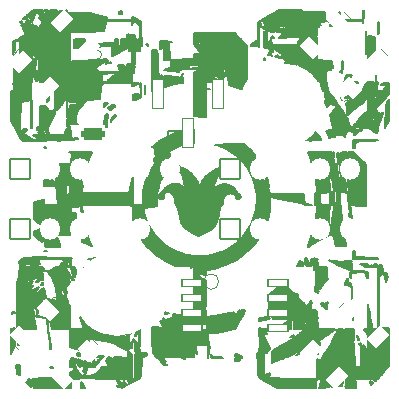
<source format=gto>
%TF.GenerationSoftware,KiCad,Pcbnew,(6.0.7)*%
%TF.CreationDate,2022-09-30T15:50:04-07:00*%
%TF.ProjectId,companion,636f6d70-616e-4696-9f6e-2e6b69636164,rev?*%
%TF.SameCoordinates,Original*%
%TF.FileFunction,Legend,Top*%
%TF.FilePolarity,Positive*%
%FSLAX46Y46*%
G04 Gerber Fmt 4.6, Leading zero omitted, Abs format (unit mm)*
G04 Created by KiCad (PCBNEW (6.0.7)) date 2022-09-30 15:50:04*
%MOMM*%
%LPD*%
G01*
G04 APERTURE LIST*
G04 Aperture macros list*
%AMRoundRect*
0 Rectangle with rounded corners*
0 $1 Rounding radius*
0 $2 $3 $4 $5 $6 $7 $8 $9 X,Y pos of 4 corners*
0 Add a 4 corners polygon primitive as box body*
4,1,4,$2,$3,$4,$5,$6,$7,$8,$9,$2,$3,0*
0 Add four circle primitives for the rounded corners*
1,1,$1+$1,$2,$3*
1,1,$1+$1,$4,$5*
1,1,$1+$1,$6,$7*
1,1,$1+$1,$8,$9*
0 Add four rect primitives between the rounded corners*
20,1,$1+$1,$2,$3,$4,$5,0*
20,1,$1+$1,$4,$5,$6,$7,0*
20,1,$1+$1,$6,$7,$8,$9,0*
20,1,$1+$1,$8,$9,$2,$3,0*%
G04 Aperture macros list end*
%ADD10C,0.200000*%
%ADD11C,0.150000*%
%ADD12C,0.120000*%
%ADD13RoundRect,0.050000X-0.850000X-0.325000X0.850000X-0.325000X0.850000X0.325000X-0.850000X0.325000X0*%
%ADD14RoundRect,0.050000X-0.500000X1.255000X-0.500000X-1.255000X0.500000X-1.255000X0.500000X1.255000X0*%
%ADD15RoundRect,0.050000X-0.176777X-0.883883X0.883883X0.176777X0.176777X0.883883X-0.883883X-0.176777X0*%
%ADD16RoundRect,0.050000X-0.883883X0.176777X0.176777X-0.883883X0.883883X-0.176777X-0.176777X0.883883X0*%
%ADD17RoundRect,0.050000X0.176777X0.883883X-0.883883X-0.176777X-0.176777X-0.883883X0.883883X0.176777X0*%
%ADD18RoundRect,0.050000X0.883883X-0.176777X-0.176777X0.883883X-0.883883X0.176777X0.176777X-0.883883X0*%
%ADD19C,4.800000*%
%ADD20C,7.100000*%
%ADD21RoundRect,0.050000X-0.850000X0.850000X-0.850000X-0.850000X0.850000X-0.850000X0.850000X0.850000X0*%
%ADD22O,1.800000X1.800000*%
%ADD23RoundRect,0.300000X0.750000X-0.250000X0.750000X0.250000X-0.750000X0.250000X-0.750000X-0.250000X0*%
G04 APERTURE END LIST*
D10*
G36*
X10722225Y-1444520D02*
G01*
X10798455Y-1449860D01*
X10858015Y-1467020D01*
X10858015Y-1544140D01*
X10838645Y-1640578D01*
X10819286Y-1737015D01*
X10783346Y-1735235D01*
X10747396Y-1733455D01*
X10685045Y-1713938D01*
X10622614Y-1694450D01*
X10603014Y-1674870D01*
X10624504Y-1557030D01*
X10645995Y-1439190D01*
X10722225Y-1444520D01*
G37*
X10722225Y-1444520D02*
X10798455Y-1449860D01*
X10858015Y-1467020D01*
X10858015Y-1544140D01*
X10838645Y-1640578D01*
X10819286Y-1737015D01*
X10783346Y-1735235D01*
X10747396Y-1733455D01*
X10685045Y-1713938D01*
X10622614Y-1694450D01*
X10603014Y-1674870D01*
X10624504Y-1557030D01*
X10645995Y-1439190D01*
X10722225Y-1444520D01*
G36*
X3863011Y-1599899D02*
G01*
X3875665Y-1620378D01*
X3813645Y-1742028D01*
X3831565Y-1771030D01*
X3793381Y-1771030D01*
X3798331Y-1741250D01*
X3803211Y-1711468D01*
X3776527Y-1668922D01*
X3690607Y-1668922D01*
X3697488Y-1647649D01*
X3704368Y-1626376D01*
X3850356Y-1579420D01*
X3863011Y-1599899D01*
G37*
X3863011Y-1599899D02*
X3875665Y-1620378D01*
X3813645Y-1742028D01*
X3831565Y-1771030D01*
X3793381Y-1771030D01*
X3798331Y-1741250D01*
X3803211Y-1711468D01*
X3776527Y-1668922D01*
X3690607Y-1668922D01*
X3697488Y-1647649D01*
X3704368Y-1626376D01*
X3850356Y-1579420D01*
X3863011Y-1599899D01*
G36*
X3257709Y-2362408D02*
G01*
X3246759Y-2409208D01*
X3226363Y-2431109D01*
X3205967Y-2453009D01*
X3185938Y-2409036D01*
X3165902Y-2365061D01*
X3165902Y-2315608D01*
X3268651Y-2315608D01*
X3257709Y-2362408D01*
G37*
X3257709Y-2362408D02*
X3246759Y-2409208D01*
X3226363Y-2431109D01*
X3205967Y-2453009D01*
X3185938Y-2409036D01*
X3165902Y-2365061D01*
X3165902Y-2315608D01*
X3268651Y-2315608D01*
X3257709Y-2362408D01*
G36*
X2400358Y-2399885D02*
G01*
X2264688Y-2469095D01*
X2254286Y-2427738D01*
X2243904Y-2386379D01*
X2255744Y-2324123D01*
X2343984Y-2313843D01*
X2400358Y-2399885D01*
G37*
X2400358Y-2399885D02*
X2264688Y-2469095D01*
X2254286Y-2427738D01*
X2243904Y-2386379D01*
X2255744Y-2324123D01*
X2343984Y-2313843D01*
X2400358Y-2399885D01*
G36*
X31327702Y-1439180D02*
G01*
X31298321Y-1966739D01*
X31288422Y-2220393D01*
X31278523Y-2474046D01*
X31269623Y-2488426D01*
X31260724Y-2502807D01*
X31234402Y-2502807D01*
X31242236Y-2409214D01*
X31250035Y-2315615D01*
X29578049Y-2315615D01*
X29578049Y-2288381D01*
X29618889Y-2247537D01*
X31245819Y-2247537D01*
X31248021Y-2222011D01*
X31268721Y-1835745D01*
X31289421Y-1449480D01*
X31301661Y-1437240D01*
X31313900Y-1425000D01*
X31327702Y-1439180D01*
G37*
X31327702Y-1439180D02*
X31298321Y-1966739D01*
X31288422Y-2220393D01*
X31278523Y-2474046D01*
X31269623Y-2488426D01*
X31260724Y-2502807D01*
X31234402Y-2502807D01*
X31242236Y-2409214D01*
X31250035Y-2315615D01*
X29578049Y-2315615D01*
X29578049Y-2288381D01*
X29618889Y-2247537D01*
X31245819Y-2247537D01*
X31248021Y-2222011D01*
X31268721Y-1835745D01*
X31289421Y-1449480D01*
X31301661Y-1437240D01*
X31313900Y-1425000D01*
X31327702Y-1439180D01*
G36*
X28659037Y-2741065D02*
G01*
X28456828Y-2741065D01*
X28445706Y-2723080D01*
X28434586Y-2705095D01*
X28455468Y-2621939D01*
X28659037Y-2621939D01*
X28659037Y-2741065D01*
G37*
X28659037Y-2741065D02*
X28456828Y-2741065D01*
X28445706Y-2723080D01*
X28434586Y-2705095D01*
X28455468Y-2621939D01*
X28659037Y-2621939D01*
X28659037Y-2741065D01*
G36*
X29227333Y-1594081D02*
G01*
X29263203Y-1605085D01*
X29265603Y-1609365D01*
X29243882Y-1923936D01*
X29222161Y-2238508D01*
X29246951Y-2252379D01*
X29271740Y-2266250D01*
X29271740Y-2315614D01*
X29222950Y-2315614D01*
X29217551Y-2362414D01*
X29212151Y-2409214D01*
X29118550Y-2419974D01*
X29118550Y-2600658D01*
X29108361Y-2651629D01*
X29098160Y-2702600D01*
X28904282Y-2792110D01*
X28871022Y-2790050D01*
X28837752Y-2787990D01*
X28783152Y-2736719D01*
X28783110Y-2736745D01*
X28728501Y-2685474D01*
X28809021Y-2596412D01*
X28886851Y-2506885D01*
X28964680Y-2417358D01*
X29019440Y-2311456D01*
X28911385Y-2318336D01*
X28803332Y-2325216D01*
X28699175Y-2388486D01*
X28595021Y-2451756D01*
X28571721Y-2451059D01*
X28548420Y-2450361D01*
X28622931Y-2382987D01*
X28697441Y-2315613D01*
X28454810Y-2315613D01*
X28454810Y-2268529D01*
X28531390Y-2248007D01*
X28660689Y-2247774D01*
X28789992Y-2247542D01*
X28958506Y-2118919D01*
X29127022Y-1990296D01*
X29148302Y-1962504D01*
X29169583Y-1934712D01*
X29169752Y-1848620D01*
X29169922Y-1762528D01*
X29191464Y-1583078D01*
X29227333Y-1594081D01*
G37*
X29227333Y-1594081D02*
X29263203Y-1605085D01*
X29265603Y-1609365D01*
X29243882Y-1923936D01*
X29222161Y-2238508D01*
X29246951Y-2252379D01*
X29271740Y-2266250D01*
X29271740Y-2315614D01*
X29222950Y-2315614D01*
X29217551Y-2362414D01*
X29212151Y-2409214D01*
X29118550Y-2419974D01*
X29118550Y-2600658D01*
X29108361Y-2651629D01*
X29098160Y-2702600D01*
X28904282Y-2792110D01*
X28871022Y-2790050D01*
X28837752Y-2787990D01*
X28783152Y-2736719D01*
X28783110Y-2736745D01*
X28728501Y-2685474D01*
X28809021Y-2596412D01*
X28886851Y-2506885D01*
X28964680Y-2417358D01*
X29019440Y-2311456D01*
X28911385Y-2318336D01*
X28803332Y-2325216D01*
X28699175Y-2388486D01*
X28595021Y-2451756D01*
X28571721Y-2451059D01*
X28548420Y-2450361D01*
X28622931Y-2382987D01*
X28697441Y-2315613D01*
X28454810Y-2315613D01*
X28454810Y-2268529D01*
X28531390Y-2248007D01*
X28660689Y-2247774D01*
X28789992Y-2247542D01*
X28958506Y-2118919D01*
X29127022Y-1990296D01*
X29148302Y-1962504D01*
X29169583Y-1934712D01*
X29169752Y-1848620D01*
X29169922Y-1762528D01*
X29191464Y-1583078D01*
X29227333Y-1594081D01*
G36*
X22807305Y-2805866D02*
G01*
X22796505Y-2912980D01*
X22740267Y-2871481D01*
X22684246Y-2829982D01*
X22793305Y-2791966D01*
X22807305Y-2805866D01*
G37*
X22807305Y-2805866D02*
X22796505Y-2912980D01*
X22740267Y-2871481D01*
X22684246Y-2829982D01*
X22793305Y-2791966D01*
X22807305Y-2805866D01*
G36*
X32581053Y-2433698D02*
G01*
X32593172Y-2453305D01*
X32604571Y-3243098D01*
X32581591Y-3376446D01*
X32560381Y-3383516D01*
X32539172Y-3390586D01*
X32539427Y-2925426D01*
X32539420Y-2925427D01*
X32539675Y-2460267D01*
X32554305Y-2437179D01*
X32568934Y-2414090D01*
X32581053Y-2433698D01*
G37*
X32581053Y-2433698D02*
X32593172Y-2453305D01*
X32604571Y-3243098D01*
X32581591Y-3376446D01*
X32560381Y-3383516D01*
X32539172Y-3390586D01*
X32539427Y-2925426D01*
X32539420Y-2925427D01*
X32539675Y-2460267D01*
X32554305Y-2437179D01*
X32568934Y-2414090D01*
X32581053Y-2433698D01*
G36*
X23648486Y-3619780D02*
G01*
X23673415Y-3651530D01*
X23726275Y-3748292D01*
X23708674Y-3765912D01*
X23485533Y-3783832D01*
X23485772Y-3760229D01*
X23485758Y-3760223D01*
X23485995Y-3736620D01*
X23496214Y-3698522D01*
X23506424Y-3660424D01*
X23564995Y-3624227D01*
X23623555Y-3588030D01*
X23648486Y-3619780D01*
G37*
X23648486Y-3619780D02*
X23673415Y-3651530D01*
X23726275Y-3748292D01*
X23708674Y-3765912D01*
X23485533Y-3783832D01*
X23485772Y-3760229D01*
X23485758Y-3760223D01*
X23485995Y-3736620D01*
X23496214Y-3698522D01*
X23506424Y-3660424D01*
X23564995Y-3624227D01*
X23623555Y-3588030D01*
X23648486Y-3619780D01*
G36*
X13059616Y-4328567D02*
G01*
X13087447Y-4401463D01*
X13087447Y-4459889D01*
X13019387Y-4459889D01*
X13019388Y-4427231D01*
X13019388Y-4394578D01*
X12959817Y-4338397D01*
X12900257Y-4282216D01*
X12900257Y-4255671D01*
X13031777Y-4255671D01*
X13059616Y-4328567D01*
G37*
X13059616Y-4328567D02*
X13087447Y-4401463D01*
X13087447Y-4459889D01*
X13019387Y-4459889D01*
X13019388Y-4427231D01*
X13019388Y-4394578D01*
X12959817Y-4338397D01*
X12900257Y-4282216D01*
X12900257Y-4255671D01*
X13031777Y-4255671D01*
X13059616Y-4328567D01*
G36*
X22341526Y-4208869D02*
G01*
X22336827Y-4451376D01*
X22051773Y-4456036D01*
X21766720Y-4460696D01*
X21766695Y-4432491D01*
X21766695Y-4404272D01*
X21807036Y-4269606D01*
X21911337Y-4191773D01*
X22116482Y-4079068D01*
X22321625Y-3966362D01*
X22346226Y-3966362D01*
X22341526Y-4208869D01*
G37*
X22341526Y-4208869D02*
X22336827Y-4451376D01*
X22051773Y-4456036D01*
X21766720Y-4460696D01*
X21766695Y-4432491D01*
X21766695Y-4404272D01*
X21807036Y-4269606D01*
X21911337Y-4191773D01*
X22116482Y-4079068D01*
X22321625Y-3966362D01*
X22346226Y-3966362D01*
X22341526Y-4208869D01*
G36*
X23114523Y-3277132D02*
G01*
X23118023Y-3723775D01*
X23121523Y-4170417D01*
X23110213Y-4152114D01*
X23098902Y-4133811D01*
X23068612Y-4224522D01*
X23038321Y-4315234D01*
X23028323Y-4484938D01*
X23007483Y-4596032D01*
X22946223Y-4596032D01*
X22918063Y-4564911D01*
X22918057Y-4564907D01*
X22889897Y-4533787D01*
X22889897Y-3222738D01*
X22976937Y-3194626D01*
X23063986Y-3166514D01*
X23111124Y-3166514D01*
X23114523Y-3277132D01*
G37*
X23114523Y-3277132D02*
X23118023Y-3723775D01*
X23121523Y-4170417D01*
X23110213Y-4152114D01*
X23098902Y-4133811D01*
X23068612Y-4224522D01*
X23038321Y-4315234D01*
X23028323Y-4484938D01*
X23007483Y-4596032D01*
X22946223Y-4596032D01*
X22918063Y-4564911D01*
X22918057Y-4564907D01*
X22889897Y-4533787D01*
X22889897Y-3222738D01*
X22976937Y-3194626D01*
X23063986Y-3166514D01*
X23111124Y-3166514D01*
X23114523Y-3277132D01*
G36*
X23248972Y-4138498D02*
G01*
X23263892Y-4162070D01*
X23264147Y-4197151D01*
X23264403Y-4232233D01*
X23231163Y-4267914D01*
X23197924Y-4303596D01*
X23177843Y-4485412D01*
X23169043Y-4557739D01*
X23160242Y-4630066D01*
X23130301Y-4630066D01*
X23116980Y-4608793D01*
X23116835Y-4608793D01*
X23103514Y-4587520D01*
X23102290Y-4536466D01*
X23123730Y-4502898D01*
X23145171Y-4469330D01*
X23145510Y-4349268D01*
X23170941Y-4300523D01*
X23196360Y-4251778D01*
X23196360Y-4185358D01*
X23234042Y-4114926D01*
X23248972Y-4138498D01*
G37*
X23248972Y-4138498D02*
X23263892Y-4162070D01*
X23264147Y-4197151D01*
X23264403Y-4232233D01*
X23231163Y-4267914D01*
X23197924Y-4303596D01*
X23177843Y-4485412D01*
X23169043Y-4557739D01*
X23160242Y-4630066D01*
X23130301Y-4630066D01*
X23116980Y-4608793D01*
X23116835Y-4608793D01*
X23103514Y-4587520D01*
X23102290Y-4536466D01*
X23123730Y-4502898D01*
X23145171Y-4469330D01*
X23145510Y-4349268D01*
X23170941Y-4300523D01*
X23196360Y-4251778D01*
X23196360Y-4185358D01*
X23234042Y-4114926D01*
X23248972Y-4138498D01*
G36*
X31510432Y-3221252D02*
G01*
X31519732Y-3230602D01*
X31565752Y-5098074D01*
X31538851Y-5146660D01*
X31528531Y-4935155D01*
X31518200Y-4723664D01*
X31501360Y-3976043D01*
X31484530Y-3228422D01*
X31492831Y-3220162D01*
X31501131Y-3211902D01*
X31510432Y-3221252D01*
G37*
X31510432Y-3221252D02*
X31519732Y-3230602D01*
X31565752Y-5098074D01*
X31538851Y-5146660D01*
X31528531Y-4935155D01*
X31518200Y-4723664D01*
X31501360Y-3976043D01*
X31484530Y-3228422D01*
X31492831Y-3220162D01*
X31501131Y-3211902D01*
X31510432Y-3221252D01*
G36*
X24068379Y-5268244D02*
G01*
X24127697Y-5336316D01*
X24157437Y-5383116D01*
X24187176Y-5429916D01*
X24163947Y-5428696D01*
X24140717Y-5427476D01*
X23998766Y-5387431D01*
X23998774Y-5387441D01*
X23856823Y-5347396D01*
X23837822Y-5328416D01*
X23912682Y-5260737D01*
X23987542Y-5193059D01*
X24008221Y-5192361D01*
X24028901Y-5191664D01*
X24068379Y-5268244D01*
G37*
X24068379Y-5268244D02*
X24127697Y-5336316D01*
X24157437Y-5383116D01*
X24187176Y-5429916D01*
X24163947Y-5428696D01*
X24140717Y-5427476D01*
X23998766Y-5387431D01*
X23998774Y-5387441D01*
X23856823Y-5347396D01*
X23837822Y-5328416D01*
X23912682Y-5260737D01*
X23987542Y-5193059D01*
X24008221Y-5192361D01*
X24028901Y-5191664D01*
X24068379Y-5268244D01*
G36*
X32262293Y-3714720D02*
G01*
X32274874Y-4624428D01*
X32287455Y-5534135D01*
X32275454Y-5543035D01*
X31960619Y-5490302D01*
X31960547Y-5490293D01*
X31645712Y-5437560D01*
X31641312Y-4531781D01*
X31636912Y-3626001D01*
X31666842Y-3625745D01*
X31696772Y-3625490D01*
X32262293Y-3714720D01*
G37*
X32262293Y-3714720D02*
X32274874Y-4624428D01*
X32287455Y-5534135D01*
X32275454Y-5543035D01*
X31960619Y-5490302D01*
X31960547Y-5490293D01*
X31645712Y-5437560D01*
X31641312Y-4531781D01*
X31636912Y-3626001D01*
X31666842Y-3625745D01*
X31696772Y-3625490D01*
X32262293Y-3714720D01*
G36*
X14380839Y-4544987D02*
G01*
X14414879Y-4544987D01*
X14414879Y-3995771D01*
X14576559Y-4017467D01*
X14848850Y-4064240D01*
X15121140Y-4111014D01*
X14980740Y-4115954D01*
X14840341Y-4120894D01*
X14841083Y-4485406D01*
X14890823Y-5404380D01*
X14890960Y-5497979D01*
X14891096Y-5591577D01*
X14652990Y-5596197D01*
X14414884Y-5600818D01*
X14414884Y-5106934D01*
X14414873Y-5106934D01*
X14414873Y-4613047D01*
X14374973Y-4613047D01*
X14086837Y-4667039D01*
X14072427Y-4644298D01*
X14058017Y-4621558D01*
X14057687Y-4536467D01*
X14057357Y-4451377D01*
X14035417Y-4021233D01*
X14134077Y-4002193D01*
X14380839Y-3979937D01*
X14380839Y-4544987D01*
G37*
X14380839Y-4544987D02*
X14414879Y-4544987D01*
X14414879Y-3995771D01*
X14576559Y-4017467D01*
X14848850Y-4064240D01*
X15121140Y-4111014D01*
X14980740Y-4115954D01*
X14840341Y-4120894D01*
X14841083Y-4485406D01*
X14890823Y-5404380D01*
X14890960Y-5497979D01*
X14891096Y-5591577D01*
X14652990Y-5596197D01*
X14414884Y-5600818D01*
X14414884Y-5106934D01*
X14414873Y-5106934D01*
X14414873Y-4613047D01*
X14374973Y-4613047D01*
X14086837Y-4667039D01*
X14072427Y-4644298D01*
X14058017Y-4621558D01*
X14057687Y-4536467D01*
X14057357Y-4451377D01*
X14035417Y-4021233D01*
X14134077Y-4002193D01*
X14380839Y-3979937D01*
X14380839Y-4544987D01*
G36*
X24647017Y-5560735D02*
G01*
X24736357Y-5570826D01*
X24752158Y-5584706D01*
X24733908Y-5613671D01*
X24715668Y-5642637D01*
X24691967Y-5646847D01*
X24668257Y-5651057D01*
X24612976Y-5615394D01*
X24557667Y-5579734D01*
X24557667Y-5550643D01*
X24647017Y-5560735D01*
G37*
X24647017Y-5560735D02*
X24736357Y-5570826D01*
X24752158Y-5584706D01*
X24733908Y-5613671D01*
X24715668Y-5642637D01*
X24691967Y-5646847D01*
X24668257Y-5651057D01*
X24612976Y-5615394D01*
X24557667Y-5579734D01*
X24557667Y-5550643D01*
X24647017Y-5560735D01*
G36*
X22966473Y-5502572D02*
G01*
X22991475Y-5540531D01*
X22988675Y-5591585D01*
X22977604Y-5625621D01*
X22966534Y-5659657D01*
X22928244Y-5654217D01*
X22928183Y-5654219D01*
X22889893Y-5648778D01*
X22889893Y-5478672D01*
X22966473Y-5502572D01*
G37*
X22966473Y-5502572D02*
X22991475Y-5540531D01*
X22988675Y-5591585D01*
X22977604Y-5625621D01*
X22966534Y-5659657D01*
X22928244Y-5654217D01*
X22928183Y-5654219D01*
X22889893Y-5648778D01*
X22889893Y-5478672D01*
X22966473Y-5502572D01*
G36*
X29543969Y-5965981D02*
G01*
X29566029Y-6348887D01*
X29513409Y-6348887D01*
X29503079Y-6321964D01*
X29503249Y-6321968D01*
X29492918Y-6295053D01*
X29492918Y-5685183D01*
X29543969Y-5685183D01*
X29543969Y-5965981D01*
G37*
X29543969Y-5965981D02*
X29566029Y-6348887D01*
X29513409Y-6348887D01*
X29503079Y-6321964D01*
X29503249Y-6321968D01*
X29492918Y-6295053D01*
X29492918Y-5685183D01*
X29543969Y-5685183D01*
X29543969Y-5965981D01*
G36*
X29509947Y-6706245D02*
G01*
X29480168Y-6704725D01*
X29450388Y-6703205D01*
X29394278Y-6687032D01*
X29394267Y-6687019D01*
X29338156Y-6670838D01*
X29327446Y-6642931D01*
X29316737Y-6615024D01*
X29392067Y-6550068D01*
X29467387Y-6485112D01*
X29488667Y-6485061D01*
X29509947Y-6485011D01*
X29509947Y-6706245D01*
G37*
X29509947Y-6706245D02*
X29480168Y-6704725D01*
X29450388Y-6703205D01*
X29394278Y-6687032D01*
X29394267Y-6687019D01*
X29338156Y-6670838D01*
X29327446Y-6642931D01*
X29316737Y-6615024D01*
X29392067Y-6550068D01*
X29467387Y-6485112D01*
X29488667Y-6485061D01*
X29509947Y-6485011D01*
X29509947Y-6706245D01*
G36*
X15974699Y-6818428D02*
G01*
X15967200Y-6922032D01*
X15915800Y-7021422D01*
X15904000Y-7088114D01*
X16006100Y-7106454D01*
X16020620Y-7324408D01*
X16035139Y-7542363D01*
X16020339Y-7557083D01*
X15942689Y-7567728D01*
X15865039Y-7578374D01*
X15855339Y-7512429D01*
X15845539Y-7446554D01*
X15834360Y-7262916D01*
X15823180Y-7079279D01*
X15838029Y-7081999D01*
X15852869Y-7084719D01*
X15867719Y-7082719D01*
X15882559Y-7080719D01*
X15842419Y-7032345D01*
X15982199Y-6714825D01*
X15974699Y-6818428D01*
G37*
X15974699Y-6818428D02*
X15967200Y-6922032D01*
X15915800Y-7021422D01*
X15904000Y-7088114D01*
X16006100Y-7106454D01*
X16020620Y-7324408D01*
X16035139Y-7542363D01*
X16020339Y-7557083D01*
X15942689Y-7567728D01*
X15865039Y-7578374D01*
X15855339Y-7512429D01*
X15845539Y-7446554D01*
X15834360Y-7262916D01*
X15823180Y-7079279D01*
X15838029Y-7081999D01*
X15852869Y-7084719D01*
X15867719Y-7082719D01*
X15882559Y-7080719D01*
X15842419Y-7032345D01*
X15982199Y-6714825D01*
X15974699Y-6818428D01*
G36*
X30360911Y-6896516D02*
G01*
X30173712Y-7176543D01*
X29986512Y-7456570D01*
X29986512Y-7492739D01*
X30046070Y-7468631D01*
X30415314Y-7463191D01*
X30784554Y-7457751D01*
X30820174Y-7467060D01*
X30855793Y-7476380D01*
X30825323Y-7510062D01*
X30794854Y-7543744D01*
X30675732Y-7602548D01*
X30501553Y-7666975D01*
X30327374Y-7731403D01*
X30336073Y-7745400D01*
X30344674Y-7759397D01*
X30497452Y-7782306D01*
X30505553Y-7795440D01*
X30513653Y-7808574D01*
X30364930Y-7942387D01*
X30216204Y-8076201D01*
X30194054Y-8105851D01*
X30171904Y-8135500D01*
X30142994Y-8150961D01*
X30114085Y-8166422D01*
X30054503Y-8135858D01*
X29994923Y-8105280D01*
X29930123Y-8033678D01*
X29899554Y-8033678D01*
X29774332Y-7948591D01*
X29699152Y-7948591D01*
X29688631Y-7965612D01*
X29678111Y-7982633D01*
X29624689Y-7982633D01*
X29632389Y-7742482D01*
X29640089Y-7502330D01*
X29708071Y-7446564D01*
X29755480Y-7228641D01*
X29802889Y-7010720D01*
X29791550Y-6935078D01*
X29780211Y-6859435D01*
X30360911Y-6859435D01*
X30360911Y-6896516D01*
G37*
X30360911Y-6896516D02*
X30173712Y-7176543D01*
X29986512Y-7456570D01*
X29986512Y-7492739D01*
X30046070Y-7468631D01*
X30415314Y-7463191D01*
X30784554Y-7457751D01*
X30820174Y-7467060D01*
X30855793Y-7476380D01*
X30825323Y-7510062D01*
X30794854Y-7543744D01*
X30675732Y-7602548D01*
X30501553Y-7666975D01*
X30327374Y-7731403D01*
X30336073Y-7745400D01*
X30344674Y-7759397D01*
X30497452Y-7782306D01*
X30505553Y-7795440D01*
X30513653Y-7808574D01*
X30364930Y-7942387D01*
X30216204Y-8076201D01*
X30194054Y-8105851D01*
X30171904Y-8135500D01*
X30142994Y-8150961D01*
X30114085Y-8166422D01*
X30054503Y-8135858D01*
X29994923Y-8105280D01*
X29930123Y-8033678D01*
X29899554Y-8033678D01*
X29774332Y-7948591D01*
X29699152Y-7948591D01*
X29688631Y-7965612D01*
X29678111Y-7982633D01*
X29624689Y-7982633D01*
X29632389Y-7742482D01*
X29640089Y-7502330D01*
X29708071Y-7446564D01*
X29755480Y-7228641D01*
X29802889Y-7010720D01*
X29791550Y-6935078D01*
X29780211Y-6859435D01*
X30360911Y-6859435D01*
X30360911Y-6896516D01*
G36*
X13849026Y-4782677D02*
G01*
X13872746Y-5285260D01*
X13921196Y-6252550D01*
X13969656Y-7219838D01*
X13977557Y-7227758D01*
X13985457Y-7235678D01*
X14073087Y-7073118D01*
X14160717Y-6910556D01*
X14195298Y-6910556D01*
X14220178Y-6970121D01*
X14245068Y-7029686D01*
X14376730Y-7028934D01*
X14508393Y-7028181D01*
X14440313Y-6990644D01*
X14372242Y-6953107D01*
X14658827Y-6948467D01*
X14945411Y-6943827D01*
X15004032Y-6995296D01*
X15062652Y-7046766D01*
X15554992Y-7046766D01*
X15554992Y-7080809D01*
X15620773Y-7080809D01*
X15637973Y-7140365D01*
X15651264Y-7353090D01*
X15664554Y-7565816D01*
X15665034Y-7581917D01*
X15665512Y-7598018D01*
X15503842Y-7644464D01*
X15342170Y-7690911D01*
X14525300Y-7885555D01*
X14006249Y-8077234D01*
X13487196Y-8268913D01*
X13457416Y-8280815D01*
X13427636Y-8292716D01*
X13427636Y-6555058D01*
X13427823Y-6554924D01*
X13427823Y-4817264D01*
X13436223Y-4816991D01*
X13629145Y-4791504D01*
X13822066Y-4766017D01*
X13849026Y-4782677D01*
G37*
X13849026Y-4782677D02*
X13872746Y-5285260D01*
X13921196Y-6252550D01*
X13969656Y-7219838D01*
X13977557Y-7227758D01*
X13985457Y-7235678D01*
X14073087Y-7073118D01*
X14160717Y-6910556D01*
X14195298Y-6910556D01*
X14220178Y-6970121D01*
X14245068Y-7029686D01*
X14376730Y-7028934D01*
X14508393Y-7028181D01*
X14440313Y-6990644D01*
X14372242Y-6953107D01*
X14658827Y-6948467D01*
X14945411Y-6943827D01*
X15004032Y-6995296D01*
X15062652Y-7046766D01*
X15554992Y-7046766D01*
X15554992Y-7080809D01*
X15620773Y-7080809D01*
X15637973Y-7140365D01*
X15651264Y-7353090D01*
X15664554Y-7565816D01*
X15665034Y-7581917D01*
X15665512Y-7598018D01*
X15503842Y-7644464D01*
X15342170Y-7690911D01*
X14525300Y-7885555D01*
X14006249Y-8077234D01*
X13487196Y-8268913D01*
X13457416Y-8280815D01*
X13427636Y-8292716D01*
X13427636Y-6555058D01*
X13427823Y-6554924D01*
X13427823Y-4817264D01*
X13436223Y-4816991D01*
X13629145Y-4791504D01*
X13822066Y-4766017D01*
X13849026Y-4782677D01*
G36*
X27076489Y-8303197D02*
G01*
X27086819Y-8330112D01*
X27097149Y-8357026D01*
X26863762Y-8351907D01*
X26818898Y-8345027D01*
X26774168Y-8338148D01*
X26754370Y-8215564D01*
X26763270Y-8201208D01*
X26772169Y-8186851D01*
X27076489Y-8186851D01*
X27076489Y-8303197D01*
G37*
X27076489Y-8303197D02*
X27086819Y-8330112D01*
X27097149Y-8357026D01*
X26863762Y-8351907D01*
X26818898Y-8345027D01*
X26774168Y-8338148D01*
X26754370Y-8215564D01*
X26763270Y-8201208D01*
X26772169Y-8186851D01*
X27076489Y-8186851D01*
X27076489Y-8303197D01*
G36*
X1544258Y-8226404D02*
G01*
X1570637Y-8216278D01*
X1597016Y-8206151D01*
X1553888Y-8289272D01*
X1558528Y-8331712D01*
X1563168Y-8374153D01*
X1526367Y-8367512D01*
X1489566Y-8360872D01*
X1487006Y-8402671D01*
X1484446Y-8444471D01*
X1506570Y-8435981D01*
X1528694Y-8427492D01*
X1521654Y-8475210D01*
X1512244Y-8484620D01*
X1502834Y-8494029D01*
X1481630Y-8468261D01*
X1460282Y-8442539D01*
X1469971Y-8417287D01*
X1479661Y-8392036D01*
X1452330Y-8364705D01*
X1425000Y-8337374D01*
X1452779Y-8279121D01*
X1480558Y-8220869D01*
X1514072Y-8220869D01*
X1503810Y-8191090D01*
X1493548Y-8161312D01*
X1544258Y-8226404D01*
G37*
X1544258Y-8226404D02*
X1570637Y-8216278D01*
X1597016Y-8206151D01*
X1553888Y-8289272D01*
X1558528Y-8331712D01*
X1563168Y-8374153D01*
X1526367Y-8367512D01*
X1489566Y-8360872D01*
X1487006Y-8402671D01*
X1484446Y-8444471D01*
X1506570Y-8435981D01*
X1528694Y-8427492D01*
X1521654Y-8475210D01*
X1512244Y-8484620D01*
X1502834Y-8494029D01*
X1481630Y-8468261D01*
X1460282Y-8442539D01*
X1469971Y-8417287D01*
X1479661Y-8392036D01*
X1452330Y-8364705D01*
X1425000Y-8337374D01*
X1452779Y-8279121D01*
X1480558Y-8220869D01*
X1514072Y-8220869D01*
X1503810Y-8191090D01*
X1493548Y-8161312D01*
X1544258Y-8226404D01*
G36*
X12421883Y-7617869D02*
G01*
X12441363Y-7636025D01*
X12436563Y-8094377D01*
X12431763Y-8552730D01*
X12427662Y-8348506D01*
X12423663Y-8144289D01*
X12413033Y-7872001D01*
X12402403Y-7599712D01*
X12421883Y-7617869D01*
G37*
X12421883Y-7617869D02*
X12441363Y-7636025D01*
X12436563Y-8094377D01*
X12431763Y-8552730D01*
X12427662Y-8348506D01*
X12423663Y-8144289D01*
X12413033Y-7872001D01*
X12402403Y-7599712D01*
X12421883Y-7617869D01*
G36*
X32354529Y-6962957D02*
G01*
X32357130Y-7004085D01*
X32361830Y-7123211D01*
X32366530Y-7242338D01*
X32367690Y-7378488D01*
X32360690Y-7433327D01*
X32353690Y-7488165D01*
X32374091Y-7500803D01*
X32394492Y-7513440D01*
X32462340Y-7522550D01*
X32530188Y-7531650D01*
X32536288Y-7563412D01*
X32542387Y-7595174D01*
X32499606Y-7674031D01*
X32456835Y-7752888D01*
X32429446Y-7863505D01*
X32402056Y-7974122D01*
X32336878Y-8243808D01*
X32370158Y-8305972D01*
X32411517Y-8305972D01*
X32508936Y-8183867D01*
X32524508Y-8199432D01*
X32540079Y-8214997D01*
X32535380Y-8469499D01*
X32530680Y-8724001D01*
X32386027Y-8679283D01*
X32386000Y-8679263D01*
X32241347Y-8634544D01*
X32252150Y-8433599D01*
X32287840Y-8229382D01*
X32323531Y-8025166D01*
X32332327Y-6941409D01*
X32351927Y-6921829D01*
X32354529Y-6962957D01*
G37*
X32354529Y-6962957D02*
X32357130Y-7004085D01*
X32361830Y-7123211D01*
X32366530Y-7242338D01*
X32367690Y-7378488D01*
X32360690Y-7433327D01*
X32353690Y-7488165D01*
X32374091Y-7500803D01*
X32394492Y-7513440D01*
X32462340Y-7522550D01*
X32530188Y-7531650D01*
X32536288Y-7563412D01*
X32542387Y-7595174D01*
X32499606Y-7674031D01*
X32456835Y-7752888D01*
X32429446Y-7863505D01*
X32402056Y-7974122D01*
X32336878Y-8243808D01*
X32370158Y-8305972D01*
X32411517Y-8305972D01*
X32508936Y-8183867D01*
X32524508Y-8199432D01*
X32540079Y-8214997D01*
X32535380Y-8469499D01*
X32530680Y-8724001D01*
X32386027Y-8679283D01*
X32386000Y-8679263D01*
X32241347Y-8634544D01*
X32252150Y-8433599D01*
X32287840Y-8229382D01*
X32323531Y-8025166D01*
X32332327Y-6941409D01*
X32351927Y-6921829D01*
X32354529Y-6962957D01*
G36*
X12318409Y-8610759D02*
G01*
X12382339Y-8600385D01*
X12446268Y-8590011D01*
X12419049Y-8671914D01*
X12422049Y-8791044D01*
X12236077Y-8900154D01*
X12050104Y-9009262D01*
X11951933Y-9011822D01*
X11853763Y-9014382D01*
X11806963Y-9027914D01*
X11760164Y-9041447D01*
X11760164Y-9024402D01*
X11760048Y-9024383D01*
X11760048Y-9007338D01*
X11864609Y-8988918D01*
X11969169Y-8970498D01*
X12000759Y-8941910D01*
X12032350Y-8913324D01*
X12032350Y-8888208D01*
X12008070Y-8878888D01*
X11983791Y-8869567D01*
X11803090Y-8935619D01*
X11764770Y-8935619D01*
X11746971Y-8622022D01*
X11764371Y-8576782D01*
X11826091Y-8545996D01*
X11887811Y-8515211D01*
X12056330Y-8511771D01*
X12224850Y-8508331D01*
X12318409Y-8610759D01*
G37*
X12318409Y-8610759D02*
X12382339Y-8600385D01*
X12446268Y-8590011D01*
X12419049Y-8671914D01*
X12422049Y-8791044D01*
X12236077Y-8900154D01*
X12050104Y-9009262D01*
X11951933Y-9011822D01*
X11853763Y-9014382D01*
X11806963Y-9027914D01*
X11760164Y-9041447D01*
X11760164Y-9024402D01*
X11760048Y-9024383D01*
X11760048Y-9007338D01*
X11864609Y-8988918D01*
X11969169Y-8970498D01*
X12000759Y-8941910D01*
X12032350Y-8913324D01*
X12032350Y-8888208D01*
X12008070Y-8878888D01*
X11983791Y-8869567D01*
X11803090Y-8935619D01*
X11764770Y-8935619D01*
X11746971Y-8622022D01*
X11764371Y-8576782D01*
X11826091Y-8545996D01*
X11887811Y-8515211D01*
X12056330Y-8511771D01*
X12224850Y-8508331D01*
X12318409Y-8610759D01*
G36*
X33092215Y-7557348D02*
G01*
X33255816Y-7568186D01*
X33419413Y-7579024D01*
X33422213Y-7841672D01*
X33425013Y-8104319D01*
X33405253Y-8092105D01*
X33385493Y-8079892D01*
X33400553Y-8163149D01*
X33415614Y-8246408D01*
X33415614Y-8501679D01*
X33296496Y-8663401D01*
X33085020Y-8914392D01*
X32873541Y-9165383D01*
X32755083Y-9301527D01*
X32636626Y-9437672D01*
X32623866Y-9451917D01*
X32611094Y-9466162D01*
X32601992Y-9451421D01*
X32601965Y-9451418D01*
X32592863Y-9436677D01*
X32589564Y-9190407D01*
X32586264Y-8944136D01*
X32599345Y-8582504D01*
X32612425Y-8220869D01*
X32632689Y-8221237D01*
X32712611Y-8245488D01*
X32792521Y-8269739D01*
X32859759Y-8305717D01*
X32927378Y-8228892D01*
X32995009Y-8152067D01*
X33068900Y-8054575D01*
X33142790Y-7957086D01*
X33234019Y-7841039D01*
X33325247Y-7724993D01*
X33313445Y-7713953D01*
X33095656Y-7759241D01*
X32942278Y-7771239D01*
X32788901Y-7783237D01*
X32798979Y-7756978D01*
X32809058Y-7730719D01*
X32871397Y-7643948D01*
X32933737Y-7557178D01*
X33092215Y-7557348D01*
G37*
X33092215Y-7557348D02*
X33255816Y-7568186D01*
X33419413Y-7579024D01*
X33422213Y-7841672D01*
X33425013Y-8104319D01*
X33405253Y-8092105D01*
X33385493Y-8079892D01*
X33400553Y-8163149D01*
X33415614Y-8246408D01*
X33415614Y-8501679D01*
X33296496Y-8663401D01*
X33085020Y-8914392D01*
X32873541Y-9165383D01*
X32755083Y-9301527D01*
X32636626Y-9437672D01*
X32623866Y-9451917D01*
X32611094Y-9466162D01*
X32601992Y-9451421D01*
X32601965Y-9451418D01*
X32592863Y-9436677D01*
X32589564Y-9190407D01*
X32586264Y-8944136D01*
X32599345Y-8582504D01*
X32612425Y-8220869D01*
X32632689Y-8221237D01*
X32712611Y-8245488D01*
X32792521Y-8269739D01*
X32859759Y-8305717D01*
X32927378Y-8228892D01*
X32995009Y-8152067D01*
X33068900Y-8054575D01*
X33142790Y-7957086D01*
X33234019Y-7841039D01*
X33325247Y-7724993D01*
X33313445Y-7713953D01*
X33095656Y-7759241D01*
X32942278Y-7771239D01*
X32788901Y-7783237D01*
X32798979Y-7756978D01*
X32809058Y-7730719D01*
X32871397Y-7643948D01*
X32933737Y-7557178D01*
X33092215Y-7557348D01*
G36*
X9683830Y-9296016D02*
G01*
X9519542Y-9473179D01*
X9355256Y-9650343D01*
X9334427Y-9650343D01*
X9345217Y-9509944D01*
X9345223Y-9509991D01*
X9356013Y-9369592D01*
X9338807Y-9347908D01*
X9321602Y-9326225D01*
X9345551Y-9302276D01*
X9514707Y-9293386D01*
X9683864Y-9284496D01*
X9683830Y-9296016D01*
G37*
X9683830Y-9296016D02*
X9519542Y-9473179D01*
X9355256Y-9650343D01*
X9334427Y-9650343D01*
X9345217Y-9509944D01*
X9345223Y-9509991D01*
X9356013Y-9369592D01*
X9338807Y-9347908D01*
X9321602Y-9326225D01*
X9345551Y-9302276D01*
X9514707Y-9293386D01*
X9683864Y-9284496D01*
X9683830Y-9296016D01*
G36*
X10267542Y-9556794D02*
G01*
X10276042Y-9579981D01*
X10284542Y-9603169D01*
X10185662Y-9581444D01*
X10095131Y-9684290D01*
X10004602Y-9787136D01*
X9938478Y-9820874D01*
X9872354Y-9854611D01*
X9861314Y-9854611D01*
X9768298Y-9759940D01*
X9768347Y-9759932D01*
X9675330Y-9665257D01*
X9768929Y-9581784D01*
X9862528Y-9498310D01*
X9873982Y-9497768D01*
X9885435Y-9497227D01*
X9936865Y-9453955D01*
X9988287Y-9410683D01*
X10020465Y-9430783D01*
X10052643Y-9450882D01*
X10129623Y-9405772D01*
X10206602Y-9360660D01*
X10267542Y-9556794D01*
G37*
X10267542Y-9556794D02*
X10276042Y-9579981D01*
X10284542Y-9603169D01*
X10185662Y-9581444D01*
X10095131Y-9684290D01*
X10004602Y-9787136D01*
X9938478Y-9820874D01*
X9872354Y-9854611D01*
X9861314Y-9854611D01*
X9768298Y-9759940D01*
X9768347Y-9759932D01*
X9675330Y-9665257D01*
X9768929Y-9581784D01*
X9862528Y-9498310D01*
X9873982Y-9497768D01*
X9885435Y-9497227D01*
X9936865Y-9453955D01*
X9988287Y-9410683D01*
X10020465Y-9430783D01*
X10052643Y-9450882D01*
X10129623Y-9405772D01*
X10206602Y-9360660D01*
X10267542Y-9556794D01*
G36*
X4499375Y-9680169D02*
G01*
X4556924Y-9795041D01*
X4580696Y-9871619D01*
X4542352Y-9871619D01*
X4563388Y-9837576D01*
X4508311Y-9837576D01*
X4517980Y-9853221D01*
X4527650Y-9868866D01*
X4314610Y-9887286D01*
X4125013Y-9895955D01*
X3935416Y-9904625D01*
X3923922Y-9827911D01*
X3912412Y-9751173D01*
X3935640Y-9565297D01*
X4441834Y-9565297D01*
X4499375Y-9680169D01*
G37*
X4499375Y-9680169D02*
X4556924Y-9795041D01*
X4580696Y-9871619D01*
X4542352Y-9871619D01*
X4563388Y-9837576D01*
X4508311Y-9837576D01*
X4517980Y-9853221D01*
X4527650Y-9868866D01*
X4314610Y-9887286D01*
X4125013Y-9895955D01*
X3935416Y-9904625D01*
X3923922Y-9827911D01*
X3912412Y-9751173D01*
X3935640Y-9565297D01*
X4441834Y-9565297D01*
X4499375Y-9680169D01*
G36*
X17282505Y-6588943D02*
G01*
X17520758Y-6569699D01*
X17759013Y-6550455D01*
X17895157Y-6530555D01*
X18031302Y-6510655D01*
X18036702Y-6472711D01*
X18042101Y-6434766D01*
X17483620Y-6432206D01*
X16925139Y-6429645D01*
X16788977Y-6426765D01*
X16221770Y-6430446D01*
X15654563Y-6434126D01*
X15666414Y-6544743D01*
X15678264Y-6655361D01*
X15492565Y-6655361D01*
X15474144Y-6614937D01*
X15455724Y-6574513D01*
X15169339Y-6562723D01*
X14882952Y-6550933D01*
X14475762Y-6502223D01*
X14430342Y-6456808D01*
X14648136Y-6400739D01*
X14865929Y-6344670D01*
X14980809Y-6327790D01*
X14975872Y-6102133D01*
X16528723Y-6102133D01*
X16537922Y-6228089D01*
X16547121Y-6354044D01*
X17109213Y-6331872D01*
X17224820Y-6331871D01*
X17340468Y-6331871D01*
X17355443Y-6306663D01*
X19596869Y-6306663D01*
X19801089Y-6415363D01*
X19828867Y-6416963D01*
X19823508Y-6371144D01*
X19818108Y-6325329D01*
X19761017Y-6310636D01*
X19703938Y-6295943D01*
X19650399Y-6301303D01*
X19596869Y-6306663D01*
X17355443Y-6306663D01*
X17409298Y-6216009D01*
X17478129Y-6100148D01*
X17478129Y-6073753D01*
X16544924Y-6085113D01*
X16536824Y-6093623D01*
X16528723Y-6102133D01*
X14975872Y-6102133D01*
X14973409Y-5989537D01*
X14966010Y-5651286D01*
X15213816Y-5648036D01*
X15461621Y-5644786D01*
X15836019Y-5641266D01*
X15865959Y-5655461D01*
X15895909Y-5669657D01*
X15912349Y-5626427D01*
X15928790Y-5583197D01*
X16898730Y-5583197D01*
X16903429Y-5340690D01*
X16908129Y-5098183D01*
X17235728Y-5093562D01*
X17563328Y-5088942D01*
X17563328Y-5060749D01*
X17455227Y-4910989D01*
X17319483Y-4757826D01*
X17183739Y-4604664D01*
X17123619Y-4536592D01*
X17063500Y-4468520D01*
X16916642Y-4308306D01*
X16916642Y-4146906D01*
X17190831Y-4146906D01*
X17364212Y-4327197D01*
X17537592Y-4507487D01*
X17563132Y-4491927D01*
X17563132Y-4314226D01*
X17563223Y-4314228D01*
X17563223Y-4136542D01*
X17520663Y-4134422D01*
X17364945Y-4125852D01*
X17209229Y-4117282D01*
X17190831Y-4146906D01*
X16916642Y-4146906D01*
X16916642Y-4101741D01*
X19171431Y-4101741D01*
X20144007Y-4093981D01*
X20326529Y-4258079D01*
X20356659Y-4201557D01*
X20386799Y-4145035D01*
X20387513Y-4113126D01*
X20387516Y-4113144D01*
X20388232Y-4081235D01*
X20293032Y-4100275D01*
X20259814Y-4076980D01*
X20230034Y-4030180D01*
X20200255Y-3983380D01*
X20134974Y-3983380D01*
X20113932Y-3949344D01*
X20014552Y-3949344D01*
X19610009Y-4018133D01*
X19205470Y-4086921D01*
X19188450Y-4094331D01*
X19171431Y-4101741D01*
X16916642Y-4101741D01*
X16916642Y-3913292D01*
X20320166Y-3913292D01*
X20337185Y-3923810D01*
X20354205Y-3934328D01*
X20354205Y-3998701D01*
X20383995Y-4016046D01*
X20413775Y-4033392D01*
X20417975Y-4033910D01*
X20422175Y-4034427D01*
X20422175Y-3952281D01*
X20422266Y-3952293D01*
X20422266Y-3870149D01*
X20371216Y-3877638D01*
X20320166Y-3885128D01*
X20320166Y-3913292D01*
X16916642Y-3913292D01*
X16916642Y-3485692D01*
X19928755Y-3485692D01*
X19953625Y-3506330D01*
X19978495Y-3526969D01*
X19990096Y-3563500D01*
X20001696Y-3600031D01*
X20045185Y-3668327D01*
X20088675Y-3736623D01*
X20114195Y-3767204D01*
X20139706Y-3797784D01*
X20187786Y-3706034D01*
X20160397Y-3690702D01*
X20160355Y-3690697D01*
X20132956Y-3675365D01*
X20107436Y-3626002D01*
X20089832Y-3591965D01*
X20299158Y-3591965D01*
X20348908Y-3591965D01*
X20413746Y-3663909D01*
X20418946Y-3565657D01*
X20424145Y-3467406D01*
X20400706Y-3443970D01*
X20400690Y-3443971D01*
X20377251Y-3420535D01*
X20320153Y-3442445D01*
X20319914Y-3478915D01*
X20319678Y-3515385D01*
X20299158Y-3591965D01*
X20089832Y-3591965D01*
X20081906Y-3576639D01*
X20081530Y-3546012D01*
X20081156Y-3515385D01*
X20051756Y-3478127D01*
X20022356Y-3440868D01*
X19975556Y-3429482D01*
X19928755Y-3418096D01*
X19928755Y-3485692D01*
X16916642Y-3485692D01*
X16916642Y-3370357D01*
X18392962Y-3376408D01*
X19869282Y-3382458D01*
X19886301Y-3383628D01*
X19903321Y-3384797D01*
X20168660Y-3376618D01*
X20433998Y-3368438D01*
X20705088Y-3663158D01*
X20976178Y-3957877D01*
X21043888Y-4037470D01*
X21111599Y-4117063D01*
X21269017Y-4288141D01*
X21426434Y-4459218D01*
X21426434Y-5429917D01*
X21363774Y-5429917D01*
X21229170Y-5411890D01*
X21094574Y-5393863D01*
X20971634Y-5445429D01*
X20950974Y-5572783D01*
X20959275Y-5581073D01*
X20967575Y-5589363D01*
X21065125Y-5609393D01*
X21162674Y-5629424D01*
X21188214Y-5615104D01*
X21188214Y-5494790D01*
X21277554Y-5506127D01*
X21366904Y-5517464D01*
X21396683Y-5525884D01*
X21426463Y-5534304D01*
X21426463Y-8271915D01*
X21404932Y-8271915D01*
X20892390Y-8082196D01*
X20379843Y-7892466D01*
X20158610Y-7837605D01*
X19937374Y-7782743D01*
X19900914Y-7650753D01*
X19890827Y-7625239D01*
X21082089Y-7625239D01*
X21107190Y-7663552D01*
X21132290Y-7701865D01*
X21247670Y-7923063D01*
X21258068Y-7702879D01*
X21248230Y-7664056D01*
X21238530Y-7625239D01*
X21082089Y-7625239D01*
X19890827Y-7625239D01*
X19890824Y-7625230D01*
X19880734Y-7599699D01*
X19826603Y-7267848D01*
X19772463Y-6935996D01*
X19763764Y-6897707D01*
X19755064Y-6859418D01*
X19718615Y-6859664D01*
X19682166Y-6859908D01*
X19563040Y-6961783D01*
X19443913Y-7063658D01*
X19279515Y-7199520D01*
X19247965Y-7182636D01*
X19216416Y-7165751D01*
X19048436Y-7165751D01*
X18957686Y-7093421D01*
X18866936Y-7021099D01*
X18623572Y-7012589D01*
X18380207Y-7004079D01*
X18380242Y-7014693D01*
X18380276Y-7025307D01*
X18876904Y-7352945D01*
X19228344Y-7352945D01*
X19243546Y-7310393D01*
X19254397Y-7320333D01*
X19265248Y-7330274D01*
X19284928Y-7469399D01*
X19304608Y-7608525D01*
X19282448Y-7630680D01*
X19103547Y-7591953D01*
X18065442Y-7472615D01*
X17995312Y-7463115D01*
X17925183Y-7453615D01*
X17922682Y-8820027D01*
X17920182Y-10186438D01*
X17920504Y-10326837D01*
X17920824Y-10467235D01*
X17861266Y-10463235D01*
X17478135Y-10423780D01*
X17095227Y-10384260D01*
X17016158Y-10383259D01*
X16937088Y-10382259D01*
X16916748Y-7293485D01*
X16914149Y-6953124D01*
X16911669Y-6628484D01*
X18099291Y-6628484D01*
X18133322Y-6632484D01*
X18167353Y-6636485D01*
X19324583Y-6674541D01*
X19418183Y-6687843D01*
X19511782Y-6701144D01*
X19554331Y-6692534D01*
X19596871Y-6683924D01*
X19656432Y-6662904D01*
X19656451Y-6662933D01*
X19716021Y-6641913D01*
X19701823Y-6595649D01*
X19686823Y-6459499D01*
X19670983Y-6439839D01*
X19655133Y-6420179D01*
X19626093Y-6425779D01*
X19597054Y-6431379D01*
X19507714Y-6432659D01*
X19418364Y-6433938D01*
X19418024Y-6476490D01*
X19401345Y-6536511D01*
X19384665Y-6596532D01*
X19312085Y-6596775D01*
X19239504Y-6597019D01*
X18099291Y-6628484D01*
X16911669Y-6628484D01*
X16911549Y-6612763D01*
X17282505Y-6588943D01*
G37*
X17282505Y-6588943D02*
X17520758Y-6569699D01*
X17759013Y-6550455D01*
X17895157Y-6530555D01*
X18031302Y-6510655D01*
X18036702Y-6472711D01*
X18042101Y-6434766D01*
X17483620Y-6432206D01*
X16925139Y-6429645D01*
X16788977Y-6426765D01*
X16221770Y-6430446D01*
X15654563Y-6434126D01*
X15666414Y-6544743D01*
X15678264Y-6655361D01*
X15492565Y-6655361D01*
X15474144Y-6614937D01*
X15455724Y-6574513D01*
X15169339Y-6562723D01*
X14882952Y-6550933D01*
X14475762Y-6502223D01*
X14430342Y-6456808D01*
X14648136Y-6400739D01*
X14865929Y-6344670D01*
X14980809Y-6327790D01*
X14975872Y-6102133D01*
X16528723Y-6102133D01*
X16537922Y-6228089D01*
X16547121Y-6354044D01*
X17109213Y-6331872D01*
X17224820Y-6331871D01*
X17340468Y-6331871D01*
X17355443Y-6306663D01*
X19596869Y-6306663D01*
X19801089Y-6415363D01*
X19828867Y-6416963D01*
X19823508Y-6371144D01*
X19818108Y-6325329D01*
X19761017Y-6310636D01*
X19703938Y-6295943D01*
X19650399Y-6301303D01*
X19596869Y-6306663D01*
X17355443Y-6306663D01*
X17409298Y-6216009D01*
X17478129Y-6100148D01*
X17478129Y-6073753D01*
X16544924Y-6085113D01*
X16536824Y-6093623D01*
X16528723Y-6102133D01*
X14975872Y-6102133D01*
X14973409Y-5989537D01*
X14966010Y-5651286D01*
X15213816Y-5648036D01*
X15461621Y-5644786D01*
X15836019Y-5641266D01*
X15865959Y-5655461D01*
X15895909Y-5669657D01*
X15912349Y-5626427D01*
X15928790Y-5583197D01*
X16898730Y-5583197D01*
X16903429Y-5340690D01*
X16908129Y-5098183D01*
X17235728Y-5093562D01*
X17563328Y-5088942D01*
X17563328Y-5060749D01*
X17455227Y-4910989D01*
X17319483Y-4757826D01*
X17183739Y-4604664D01*
X17123619Y-4536592D01*
X17063500Y-4468520D01*
X16916642Y-4308306D01*
X16916642Y-4146906D01*
X17190831Y-4146906D01*
X17364212Y-4327197D01*
X17537592Y-4507487D01*
X17563132Y-4491927D01*
X17563132Y-4314226D01*
X17563223Y-4314228D01*
X17563223Y-4136542D01*
X17520663Y-4134422D01*
X17364945Y-4125852D01*
X17209229Y-4117282D01*
X17190831Y-4146906D01*
X16916642Y-4146906D01*
X16916642Y-4101741D01*
X19171431Y-4101741D01*
X20144007Y-4093981D01*
X20326529Y-4258079D01*
X20356659Y-4201557D01*
X20386799Y-4145035D01*
X20387513Y-4113126D01*
X20387516Y-4113144D01*
X20388232Y-4081235D01*
X20293032Y-4100275D01*
X20259814Y-4076980D01*
X20230034Y-4030180D01*
X20200255Y-3983380D01*
X20134974Y-3983380D01*
X20113932Y-3949344D01*
X20014552Y-3949344D01*
X19610009Y-4018133D01*
X19205470Y-4086921D01*
X19188450Y-4094331D01*
X19171431Y-4101741D01*
X16916642Y-4101741D01*
X16916642Y-3913292D01*
X20320166Y-3913292D01*
X20337185Y-3923810D01*
X20354205Y-3934328D01*
X20354205Y-3998701D01*
X20383995Y-4016046D01*
X20413775Y-4033392D01*
X20417975Y-4033910D01*
X20422175Y-4034427D01*
X20422175Y-3952281D01*
X20422266Y-3952293D01*
X20422266Y-3870149D01*
X20371216Y-3877638D01*
X20320166Y-3885128D01*
X20320166Y-3913292D01*
X16916642Y-3913292D01*
X16916642Y-3485692D01*
X19928755Y-3485692D01*
X19953625Y-3506330D01*
X19978495Y-3526969D01*
X19990096Y-3563500D01*
X20001696Y-3600031D01*
X20045185Y-3668327D01*
X20088675Y-3736623D01*
X20114195Y-3767204D01*
X20139706Y-3797784D01*
X20187786Y-3706034D01*
X20160397Y-3690702D01*
X20160355Y-3690697D01*
X20132956Y-3675365D01*
X20107436Y-3626002D01*
X20089832Y-3591965D01*
X20299158Y-3591965D01*
X20348908Y-3591965D01*
X20413746Y-3663909D01*
X20418946Y-3565657D01*
X20424145Y-3467406D01*
X20400706Y-3443970D01*
X20400690Y-3443971D01*
X20377251Y-3420535D01*
X20320153Y-3442445D01*
X20319914Y-3478915D01*
X20319678Y-3515385D01*
X20299158Y-3591965D01*
X20089832Y-3591965D01*
X20081906Y-3576639D01*
X20081530Y-3546012D01*
X20081156Y-3515385D01*
X20051756Y-3478127D01*
X20022356Y-3440868D01*
X19975556Y-3429482D01*
X19928755Y-3418096D01*
X19928755Y-3485692D01*
X16916642Y-3485692D01*
X16916642Y-3370357D01*
X18392962Y-3376408D01*
X19869282Y-3382458D01*
X19886301Y-3383628D01*
X19903321Y-3384797D01*
X20168660Y-3376618D01*
X20433998Y-3368438D01*
X20705088Y-3663158D01*
X20976178Y-3957877D01*
X21043888Y-4037470D01*
X21111599Y-4117063D01*
X21269017Y-4288141D01*
X21426434Y-4459218D01*
X21426434Y-5429917D01*
X21363774Y-5429917D01*
X21229170Y-5411890D01*
X21094574Y-5393863D01*
X20971634Y-5445429D01*
X20950974Y-5572783D01*
X20959275Y-5581073D01*
X20967575Y-5589363D01*
X21065125Y-5609393D01*
X21162674Y-5629424D01*
X21188214Y-5615104D01*
X21188214Y-5494790D01*
X21277554Y-5506127D01*
X21366904Y-5517464D01*
X21396683Y-5525884D01*
X21426463Y-5534304D01*
X21426463Y-8271915D01*
X21404932Y-8271915D01*
X20892390Y-8082196D01*
X20379843Y-7892466D01*
X20158610Y-7837605D01*
X19937374Y-7782743D01*
X19900914Y-7650753D01*
X19890827Y-7625239D01*
X21082089Y-7625239D01*
X21107190Y-7663552D01*
X21132290Y-7701865D01*
X21247670Y-7923063D01*
X21258068Y-7702879D01*
X21248230Y-7664056D01*
X21238530Y-7625239D01*
X21082089Y-7625239D01*
X19890827Y-7625239D01*
X19890824Y-7625230D01*
X19880734Y-7599699D01*
X19826603Y-7267848D01*
X19772463Y-6935996D01*
X19763764Y-6897707D01*
X19755064Y-6859418D01*
X19718615Y-6859664D01*
X19682166Y-6859908D01*
X19563040Y-6961783D01*
X19443913Y-7063658D01*
X19279515Y-7199520D01*
X19247965Y-7182636D01*
X19216416Y-7165751D01*
X19048436Y-7165751D01*
X18957686Y-7093421D01*
X18866936Y-7021099D01*
X18623572Y-7012589D01*
X18380207Y-7004079D01*
X18380242Y-7014693D01*
X18380276Y-7025307D01*
X18876904Y-7352945D01*
X19228344Y-7352945D01*
X19243546Y-7310393D01*
X19254397Y-7320333D01*
X19265248Y-7330274D01*
X19284928Y-7469399D01*
X19304608Y-7608525D01*
X19282448Y-7630680D01*
X19103547Y-7591953D01*
X18065442Y-7472615D01*
X17995312Y-7463115D01*
X17925183Y-7453615D01*
X17922682Y-8820027D01*
X17920182Y-10186438D01*
X17920504Y-10326837D01*
X17920824Y-10467235D01*
X17861266Y-10463235D01*
X17478135Y-10423780D01*
X17095227Y-10384260D01*
X17016158Y-10383259D01*
X16937088Y-10382259D01*
X16916748Y-7293485D01*
X16914149Y-6953124D01*
X16911669Y-6628484D01*
X18099291Y-6628484D01*
X18133322Y-6632484D01*
X18167353Y-6636485D01*
X19324583Y-6674541D01*
X19418183Y-6687843D01*
X19511782Y-6701144D01*
X19554331Y-6692534D01*
X19596871Y-6683924D01*
X19656432Y-6662904D01*
X19656451Y-6662933D01*
X19716021Y-6641913D01*
X19701823Y-6595649D01*
X19686823Y-6459499D01*
X19670983Y-6439839D01*
X19655133Y-6420179D01*
X19626093Y-6425779D01*
X19597054Y-6431379D01*
X19507714Y-6432659D01*
X19418364Y-6433938D01*
X19418024Y-6476490D01*
X19401345Y-6536511D01*
X19384665Y-6596532D01*
X19312085Y-6596775D01*
X19239504Y-6597019D01*
X18099291Y-6628484D01*
X16911669Y-6628484D01*
X16911549Y-6612763D01*
X17282505Y-6588943D01*
G36*
X10289441Y-10298557D02*
G01*
X10347541Y-10354866D01*
X10347156Y-10372796D01*
X10346772Y-10390726D01*
X10261642Y-10484327D01*
X10176512Y-10577927D01*
X10037204Y-10735344D01*
X9897895Y-10892762D01*
X9875772Y-10892762D01*
X9892185Y-10820442D01*
X9892179Y-10820377D01*
X9908592Y-10748047D01*
X9959861Y-10560847D01*
X9970764Y-10494167D01*
X9981666Y-10427487D01*
X9999543Y-10421586D01*
X10017419Y-10415686D01*
X10087343Y-10475536D01*
X10157262Y-10535386D01*
X10191682Y-10535386D01*
X10200482Y-10488586D01*
X10209281Y-10441786D01*
X10231342Y-10242247D01*
X10289441Y-10298557D01*
G37*
X10289441Y-10298557D02*
X10347541Y-10354866D01*
X10347156Y-10372796D01*
X10346772Y-10390726D01*
X10261642Y-10484327D01*
X10176512Y-10577927D01*
X10037204Y-10735344D01*
X9897895Y-10892762D01*
X9875772Y-10892762D01*
X9892185Y-10820442D01*
X9892179Y-10820377D01*
X9908592Y-10748047D01*
X9959861Y-10560847D01*
X9970764Y-10494167D01*
X9981666Y-10427487D01*
X9999543Y-10421586D01*
X10017419Y-10415686D01*
X10087343Y-10475536D01*
X10157262Y-10535386D01*
X10191682Y-10535386D01*
X10200482Y-10488586D01*
X10209281Y-10441786D01*
X10231342Y-10242247D01*
X10289441Y-10298557D01*
G36*
X9659992Y-10271578D02*
G01*
X9661672Y-10322628D01*
X9631614Y-10501318D01*
X9601556Y-10680007D01*
X9580848Y-10765097D01*
X9560132Y-10850187D01*
X9554532Y-10935266D01*
X9571049Y-10974016D01*
X9587566Y-11012765D01*
X9568697Y-11031636D01*
X9549829Y-11050506D01*
X9574416Y-11075096D01*
X9599002Y-11099685D01*
X9589332Y-11115325D01*
X9579662Y-11130975D01*
X9485688Y-11130975D01*
X9412542Y-11068365D01*
X9412604Y-11068345D01*
X9339458Y-11005736D01*
X9361133Y-10833136D01*
X9385856Y-10593292D01*
X9410579Y-10353447D01*
X9420370Y-10327927D01*
X9430160Y-10302407D01*
X9590244Y-10231327D01*
X9624277Y-10225928D01*
X9658311Y-10220528D01*
X9659992Y-10271578D01*
G37*
X9659992Y-10271578D02*
X9661672Y-10322628D01*
X9631614Y-10501318D01*
X9601556Y-10680007D01*
X9580848Y-10765097D01*
X9560132Y-10850187D01*
X9554532Y-10935266D01*
X9571049Y-10974016D01*
X9587566Y-11012765D01*
X9568697Y-11031636D01*
X9549829Y-11050506D01*
X9574416Y-11075096D01*
X9599002Y-11099685D01*
X9589332Y-11115325D01*
X9579662Y-11130975D01*
X9485688Y-11130975D01*
X9412542Y-11068365D01*
X9412604Y-11068345D01*
X9339458Y-11005736D01*
X9361133Y-10833136D01*
X9385856Y-10593292D01*
X9410579Y-10353447D01*
X9420370Y-10327927D01*
X9430160Y-10302407D01*
X9590244Y-10231327D01*
X9624277Y-10225928D01*
X9658311Y-10220528D01*
X9659992Y-10271578D01*
G36*
X32636942Y-10079600D02*
G01*
X32626822Y-10105959D01*
X32655013Y-10146200D01*
X32683203Y-10186440D01*
X32679305Y-10190640D01*
X32675406Y-10194840D01*
X32675661Y-10207610D01*
X32675917Y-10220370D01*
X32692679Y-10194849D01*
X32709441Y-10169329D01*
X32741217Y-10218769D01*
X32730566Y-10236599D01*
X32719916Y-10254429D01*
X32752966Y-10229849D01*
X32786017Y-10205269D01*
X32858347Y-10136959D01*
X32930678Y-10068650D01*
X32930678Y-10108019D01*
X32848616Y-10373555D01*
X32743769Y-10730934D01*
X32638926Y-11088313D01*
X32626246Y-11130002D01*
X32613577Y-11171692D01*
X32602236Y-11142143D01*
X32602141Y-11142226D01*
X32590800Y-11112676D01*
X32597998Y-10743166D01*
X32605196Y-10373657D01*
X32605196Y-10226438D01*
X32605025Y-10079220D01*
X32647063Y-10053240D01*
X32636942Y-10079600D01*
G37*
X32636942Y-10079600D02*
X32626822Y-10105959D01*
X32655013Y-10146200D01*
X32683203Y-10186440D01*
X32679305Y-10190640D01*
X32675406Y-10194840D01*
X32675661Y-10207610D01*
X32675917Y-10220370D01*
X32692679Y-10194849D01*
X32709441Y-10169329D01*
X32741217Y-10218769D01*
X32730566Y-10236599D01*
X32719916Y-10254429D01*
X32752966Y-10229849D01*
X32786017Y-10205269D01*
X32858347Y-10136959D01*
X32930678Y-10068650D01*
X32930678Y-10108019D01*
X32848616Y-10373555D01*
X32743769Y-10730934D01*
X32638926Y-11088313D01*
X32626246Y-11130002D01*
X32613577Y-11171692D01*
X32602236Y-11142143D01*
X32602141Y-11142226D01*
X32590800Y-11112676D01*
X32597998Y-10743166D01*
X32605196Y-10373657D01*
X32605196Y-10226438D01*
X32605025Y-10079220D01*
X32647063Y-10053240D01*
X32636942Y-10079600D01*
G36*
X9533485Y-11182046D02*
G01*
X9615741Y-11182046D01*
X9615282Y-11194816D01*
X9614825Y-11207576D01*
X9566209Y-11266216D01*
X9517594Y-11324855D01*
X9510125Y-11240646D01*
X9502605Y-11156486D01*
X9518285Y-11139486D01*
X9533485Y-11182046D01*
G37*
X9533485Y-11182046D02*
X9615741Y-11182046D01*
X9615282Y-11194816D01*
X9614825Y-11207576D01*
X9566209Y-11266216D01*
X9517594Y-11324855D01*
X9510125Y-11240646D01*
X9502605Y-11156486D01*
X9518285Y-11139486D01*
X9533485Y-11182046D01*
G36*
X33424403Y-10784525D02*
G01*
X33269350Y-11072611D01*
X33114302Y-11360698D01*
X33081961Y-11394739D01*
X33091643Y-11284116D01*
X33101344Y-11173499D01*
X33134833Y-10679977D01*
X33168322Y-10186454D01*
X33178320Y-10024783D01*
X33188219Y-9863111D01*
X33213091Y-9651855D01*
X33237963Y-9440598D01*
X33281535Y-9320003D01*
X33325106Y-9199407D01*
X33370356Y-9071772D01*
X33415606Y-8944136D01*
X33424403Y-10784525D01*
G37*
X33424403Y-10784525D02*
X33269350Y-11072611D01*
X33114302Y-11360698D01*
X33081961Y-11394739D01*
X33091643Y-11284116D01*
X33101344Y-11173499D01*
X33134833Y-10679977D01*
X33168322Y-10186454D01*
X33178320Y-10024783D01*
X33188219Y-9863111D01*
X33213091Y-9651855D01*
X33237963Y-9440598D01*
X33281535Y-9320003D01*
X33325106Y-9199407D01*
X33370356Y-9071772D01*
X33415606Y-8944136D01*
X33424403Y-10784525D01*
G36*
X30825848Y-11338371D02*
G01*
X30414944Y-11343770D01*
X30390786Y-11319730D01*
X30590687Y-11088498D01*
X30609127Y-11071478D01*
X30627568Y-11054458D01*
X30830368Y-10800986D01*
X31033169Y-10547513D01*
X31139925Y-10406307D01*
X31206632Y-10318073D01*
X31737553Y-10318073D01*
X31747254Y-10327773D01*
X31756955Y-10337472D01*
X31880049Y-10392892D01*
X32003144Y-10448312D01*
X32022593Y-10449313D01*
X32042044Y-10450313D01*
X32052096Y-10424143D01*
X32052039Y-10424061D01*
X32062079Y-10397891D01*
X32041090Y-10390392D01*
X32020100Y-10382892D01*
X31878827Y-10350482D01*
X31737553Y-10318073D01*
X31206632Y-10318073D01*
X31246680Y-10265100D01*
X31317509Y-10204480D01*
X31388338Y-10143859D01*
X31512827Y-10063719D01*
X31637316Y-9983576D01*
X31637316Y-8848509D01*
X31594756Y-8873209D01*
X31454356Y-8981914D01*
X31313956Y-9090618D01*
X31313956Y-9173866D01*
X31284176Y-9200957D01*
X31254397Y-9228048D01*
X31132561Y-9315830D01*
X31010727Y-9403611D01*
X30834746Y-9557344D01*
X30658762Y-9711076D01*
X30590681Y-9761410D01*
X30522601Y-9811744D01*
X30343911Y-9951824D01*
X30165219Y-10091903D01*
X30056265Y-10178274D01*
X29947310Y-10264654D01*
X29911230Y-10228574D01*
X29914631Y-10156454D01*
X29918032Y-10084335D01*
X29901041Y-9956700D01*
X29884051Y-9829064D01*
X29860760Y-9582714D01*
X29837469Y-9336365D01*
X29845669Y-9314977D01*
X29853869Y-9293581D01*
X30024063Y-9144380D01*
X30194260Y-8995179D01*
X30247839Y-8949532D01*
X30301430Y-8903877D01*
X30275900Y-8895276D01*
X30250380Y-8886676D01*
X29944052Y-8849628D01*
X29854702Y-8831855D01*
X29765362Y-8814074D01*
X29765362Y-8764374D01*
X29786642Y-8756454D01*
X29807923Y-8748534D01*
X30063195Y-8689520D01*
X30318467Y-8630507D01*
X30672757Y-8543627D01*
X30777958Y-8477576D01*
X30842226Y-8420166D01*
X31024542Y-8420166D01*
X31079852Y-8437908D01*
X31135161Y-8455649D01*
X31172850Y-8457408D01*
X31210539Y-8459168D01*
X31228766Y-8425086D01*
X31246975Y-8391053D01*
X31024542Y-8391053D01*
X31024542Y-8420166D01*
X30842226Y-8420166D01*
X31040726Y-8242850D01*
X31303494Y-8008124D01*
X31316914Y-7957070D01*
X31330325Y-7906016D01*
X31420763Y-7735836D01*
X31490763Y-7670720D01*
X31560772Y-7605604D01*
X31600232Y-7578657D01*
X31639691Y-7551710D01*
X31618969Y-7469134D01*
X31870676Y-7481052D01*
X32122382Y-7492970D01*
X32147162Y-7515558D01*
X32176630Y-8258057D01*
X32206099Y-9000556D01*
X32252798Y-9028143D01*
X32299498Y-9055730D01*
X32369017Y-8965889D01*
X32438528Y-8876048D01*
X32526152Y-8762454D01*
X32543311Y-8779611D01*
X32560469Y-8796768D01*
X32556471Y-9165350D01*
X32545523Y-9358185D01*
X32534583Y-9551020D01*
X32451891Y-9649983D01*
X32369200Y-9748947D01*
X32370291Y-9812038D01*
X32392702Y-9841552D01*
X32415114Y-9871066D01*
X32424113Y-9862027D01*
X32433112Y-9852987D01*
X32443922Y-9896067D01*
X32454733Y-9939147D01*
X32420432Y-9973444D01*
X32386130Y-10007742D01*
X32366927Y-10007742D01*
X32274416Y-10050054D01*
X32181906Y-10092364D01*
X32181906Y-10160904D01*
X32201109Y-10160904D01*
X32313624Y-10106644D01*
X32426138Y-10052384D01*
X32476427Y-10051383D01*
X32526717Y-10050383D01*
X32527075Y-10208085D01*
X32527434Y-10365786D01*
X32515875Y-10377346D01*
X32504317Y-10388896D01*
X32479288Y-10392597D01*
X32454260Y-10396297D01*
X32330874Y-10441907D01*
X32207484Y-10487518D01*
X32153105Y-10513668D01*
X32098734Y-10539817D01*
X32073386Y-10530117D01*
X32048026Y-10520418D01*
X32029822Y-10697198D01*
X32019131Y-10848267D01*
X32008440Y-10999335D01*
X32074023Y-10952454D01*
X32276946Y-10742069D01*
X32479868Y-10531681D01*
X32507090Y-10484461D01*
X32539431Y-10484461D01*
X32540041Y-11411945D01*
X32484442Y-11629086D01*
X32428831Y-11846227D01*
X32403311Y-11836728D01*
X32377779Y-11827228D01*
X32182074Y-11699684D01*
X31986365Y-11572139D01*
X31811930Y-11460423D01*
X31637494Y-11348708D01*
X31637494Y-11303427D01*
X31620823Y-11293127D01*
X31604153Y-11282828D01*
X31565514Y-11303418D01*
X31526875Y-11324007D01*
X31492836Y-11368647D01*
X31332825Y-11424387D01*
X31172814Y-11480128D01*
X31139704Y-11543948D01*
X31106594Y-11607767D01*
X30931233Y-11608765D01*
X30735526Y-11778830D01*
X30539818Y-11948895D01*
X30511069Y-11965585D01*
X30482319Y-11982265D01*
X30473519Y-11968175D01*
X30473330Y-11967864D01*
X30464631Y-11953775D01*
X30516312Y-11755935D01*
X30569691Y-11674455D01*
X30562991Y-11667755D01*
X30556290Y-11661056D01*
X30456629Y-11694706D01*
X30356968Y-11728357D01*
X30339970Y-11711357D01*
X30437512Y-11624717D01*
X30474572Y-11614577D01*
X30511631Y-11604436D01*
X30540100Y-11620366D01*
X30568570Y-11636297D01*
X31220353Y-11348972D01*
X31232133Y-11337478D01*
X31398747Y-11337478D01*
X31437037Y-11325529D01*
X31475327Y-11313579D01*
X31502697Y-11294599D01*
X31502900Y-11294588D01*
X31530270Y-11275608D01*
X31575230Y-11222099D01*
X31620190Y-11168589D01*
X31618790Y-11068939D01*
X31617390Y-10969288D01*
X31607689Y-10994818D01*
X31597989Y-11020348D01*
X31524958Y-11116998D01*
X31451928Y-11213648D01*
X31425337Y-11265058D01*
X31398747Y-11316478D01*
X31398747Y-11337478D01*
X31232133Y-11337478D01*
X31236752Y-11332971D01*
X30825848Y-11338371D01*
G37*
X30825848Y-11338371D02*
X30414944Y-11343770D01*
X30390786Y-11319730D01*
X30590687Y-11088498D01*
X30609127Y-11071478D01*
X30627568Y-11054458D01*
X30830368Y-10800986D01*
X31033169Y-10547513D01*
X31139925Y-10406307D01*
X31206632Y-10318073D01*
X31737553Y-10318073D01*
X31747254Y-10327773D01*
X31756955Y-10337472D01*
X31880049Y-10392892D01*
X32003144Y-10448312D01*
X32022593Y-10449313D01*
X32042044Y-10450313D01*
X32052096Y-10424143D01*
X32052039Y-10424061D01*
X32062079Y-10397891D01*
X32041090Y-10390392D01*
X32020100Y-10382892D01*
X31878827Y-10350482D01*
X31737553Y-10318073D01*
X31206632Y-10318073D01*
X31246680Y-10265100D01*
X31317509Y-10204480D01*
X31388338Y-10143859D01*
X31512827Y-10063719D01*
X31637316Y-9983576D01*
X31637316Y-8848509D01*
X31594756Y-8873209D01*
X31454356Y-8981914D01*
X31313956Y-9090618D01*
X31313956Y-9173866D01*
X31284176Y-9200957D01*
X31254397Y-9228048D01*
X31132561Y-9315830D01*
X31010727Y-9403611D01*
X30834746Y-9557344D01*
X30658762Y-9711076D01*
X30590681Y-9761410D01*
X30522601Y-9811744D01*
X30343911Y-9951824D01*
X30165219Y-10091903D01*
X30056265Y-10178274D01*
X29947310Y-10264654D01*
X29911230Y-10228574D01*
X29914631Y-10156454D01*
X29918032Y-10084335D01*
X29901041Y-9956700D01*
X29884051Y-9829064D01*
X29860760Y-9582714D01*
X29837469Y-9336365D01*
X29845669Y-9314977D01*
X29853869Y-9293581D01*
X30024063Y-9144380D01*
X30194260Y-8995179D01*
X30247839Y-8949532D01*
X30301430Y-8903877D01*
X30275900Y-8895276D01*
X30250380Y-8886676D01*
X29944052Y-8849628D01*
X29854702Y-8831855D01*
X29765362Y-8814074D01*
X29765362Y-8764374D01*
X29786642Y-8756454D01*
X29807923Y-8748534D01*
X30063195Y-8689520D01*
X30318467Y-8630507D01*
X30672757Y-8543627D01*
X30777958Y-8477576D01*
X30842226Y-8420166D01*
X31024542Y-8420166D01*
X31079852Y-8437908D01*
X31135161Y-8455649D01*
X31172850Y-8457408D01*
X31210539Y-8459168D01*
X31228766Y-8425086D01*
X31246975Y-8391053D01*
X31024542Y-8391053D01*
X31024542Y-8420166D01*
X30842226Y-8420166D01*
X31040726Y-8242850D01*
X31303494Y-8008124D01*
X31316914Y-7957070D01*
X31330325Y-7906016D01*
X31420763Y-7735836D01*
X31490763Y-7670720D01*
X31560772Y-7605604D01*
X31600232Y-7578657D01*
X31639691Y-7551710D01*
X31618969Y-7469134D01*
X31870676Y-7481052D01*
X32122382Y-7492970D01*
X32147162Y-7515558D01*
X32176630Y-8258057D01*
X32206099Y-9000556D01*
X32252798Y-9028143D01*
X32299498Y-9055730D01*
X32369017Y-8965889D01*
X32438528Y-8876048D01*
X32526152Y-8762454D01*
X32543311Y-8779611D01*
X32560469Y-8796768D01*
X32556471Y-9165350D01*
X32545523Y-9358185D01*
X32534583Y-9551020D01*
X32451891Y-9649983D01*
X32369200Y-9748947D01*
X32370291Y-9812038D01*
X32392702Y-9841552D01*
X32415114Y-9871066D01*
X32424113Y-9862027D01*
X32433112Y-9852987D01*
X32443922Y-9896067D01*
X32454733Y-9939147D01*
X32420432Y-9973444D01*
X32386130Y-10007742D01*
X32366927Y-10007742D01*
X32274416Y-10050054D01*
X32181906Y-10092364D01*
X32181906Y-10160904D01*
X32201109Y-10160904D01*
X32313624Y-10106644D01*
X32426138Y-10052384D01*
X32476427Y-10051383D01*
X32526717Y-10050383D01*
X32527075Y-10208085D01*
X32527434Y-10365786D01*
X32515875Y-10377346D01*
X32504317Y-10388896D01*
X32479288Y-10392597D01*
X32454260Y-10396297D01*
X32330874Y-10441907D01*
X32207484Y-10487518D01*
X32153105Y-10513668D01*
X32098734Y-10539817D01*
X32073386Y-10530117D01*
X32048026Y-10520418D01*
X32029822Y-10697198D01*
X32019131Y-10848267D01*
X32008440Y-10999335D01*
X32074023Y-10952454D01*
X32276946Y-10742069D01*
X32479868Y-10531681D01*
X32507090Y-10484461D01*
X32539431Y-10484461D01*
X32540041Y-11411945D01*
X32484442Y-11629086D01*
X32428831Y-11846227D01*
X32403311Y-11836728D01*
X32377779Y-11827228D01*
X32182074Y-11699684D01*
X31986365Y-11572139D01*
X31811930Y-11460423D01*
X31637494Y-11348708D01*
X31637494Y-11303427D01*
X31620823Y-11293127D01*
X31604153Y-11282828D01*
X31565514Y-11303418D01*
X31526875Y-11324007D01*
X31492836Y-11368647D01*
X31332825Y-11424387D01*
X31172814Y-11480128D01*
X31139704Y-11543948D01*
X31106594Y-11607767D01*
X30931233Y-11608765D01*
X30735526Y-11778830D01*
X30539818Y-11948895D01*
X30511069Y-11965585D01*
X30482319Y-11982265D01*
X30473519Y-11968175D01*
X30473330Y-11967864D01*
X30464631Y-11953775D01*
X30516312Y-11755935D01*
X30569691Y-11674455D01*
X30562991Y-11667755D01*
X30556290Y-11661056D01*
X30456629Y-11694706D01*
X30356968Y-11728357D01*
X30339970Y-11711357D01*
X30437512Y-11624717D01*
X30474572Y-11614577D01*
X30511631Y-11604436D01*
X30540100Y-11620366D01*
X30568570Y-11636297D01*
X31220353Y-11348972D01*
X31232133Y-11337478D01*
X31398747Y-11337478D01*
X31437037Y-11325529D01*
X31475327Y-11313579D01*
X31502697Y-11294599D01*
X31502900Y-11294588D01*
X31530270Y-11275608D01*
X31575230Y-11222099D01*
X31620190Y-11168589D01*
X31618790Y-11068939D01*
X31617390Y-10969288D01*
X31607689Y-10994818D01*
X31597989Y-11020348D01*
X31524958Y-11116998D01*
X31451928Y-11213648D01*
X31425337Y-11265058D01*
X31398747Y-11316478D01*
X31398747Y-11337478D01*
X31232133Y-11337478D01*
X31236752Y-11332971D01*
X30825848Y-11338371D01*
G36*
X8082688Y-12260945D02*
G01*
X8075568Y-12267744D01*
X7879859Y-12287014D01*
X7684151Y-12306284D01*
X7607573Y-12322884D01*
X7607628Y-12288505D01*
X7607628Y-12254145D01*
X8089808Y-12254145D01*
X8082688Y-12260945D01*
G37*
X8082688Y-12260945D02*
X8075568Y-12267744D01*
X7879859Y-12287014D01*
X7684151Y-12306284D01*
X7607573Y-12322884D01*
X7607628Y-12288505D01*
X7607628Y-12254145D01*
X8089808Y-12254145D01*
X8082688Y-12260945D01*
G36*
X7079595Y-12253905D02*
G01*
X7145831Y-12287694D01*
X7155432Y-12303224D01*
X7165032Y-12318754D01*
X7050228Y-12338144D01*
X6935423Y-12357534D01*
X6824804Y-12377134D01*
X6824796Y-12298585D01*
X6824796Y-12220115D01*
X7013351Y-12220115D01*
X7079595Y-12253905D01*
G37*
X7079595Y-12253905D02*
X7145831Y-12287694D01*
X7155432Y-12303224D01*
X7165032Y-12318754D01*
X7050228Y-12338144D01*
X6935423Y-12357534D01*
X6824804Y-12377134D01*
X6824796Y-12298585D01*
X6824796Y-12220115D01*
X7013351Y-12220115D01*
X7079595Y-12253905D01*
G36*
X28148901Y-11673084D02*
G01*
X28148901Y-11663083D01*
X28548827Y-11525003D01*
X28612646Y-11514383D01*
X28676466Y-11503763D01*
X28676466Y-11471282D01*
X28731245Y-11471282D01*
X28715647Y-11360662D01*
X28625616Y-11028810D01*
X28535586Y-10696958D01*
X28530686Y-10598788D01*
X28525786Y-10500608D01*
X28488486Y-10388520D01*
X28451186Y-10276431D01*
X28482956Y-10236261D01*
X28514727Y-10196081D01*
X28825915Y-9873607D01*
X29137101Y-9551134D01*
X28957199Y-9485018D01*
X28769999Y-9420446D01*
X28582800Y-9355873D01*
X28553021Y-9330286D01*
X28523241Y-9304699D01*
X28523241Y-9256085D01*
X28480681Y-9269844D01*
X28353043Y-9424537D01*
X28225409Y-9579229D01*
X28209118Y-9575309D01*
X28192828Y-9571390D01*
X28085738Y-9336367D01*
X27978646Y-9101345D01*
X27978476Y-9082269D01*
X27978304Y-9063193D01*
X28085143Y-8975369D01*
X28047793Y-8644885D01*
X28010443Y-8314402D01*
X27993243Y-8254349D01*
X27977303Y-8264199D01*
X27961373Y-8274048D01*
X27946164Y-8234663D01*
X27930954Y-8195279D01*
X27963084Y-8169748D01*
X27995213Y-8144225D01*
X27984324Y-8052784D01*
X27973435Y-7961346D01*
X27933794Y-7916643D01*
X27894154Y-7871939D01*
X27912156Y-7974047D01*
X27915556Y-8067646D01*
X27918957Y-8161246D01*
X27808339Y-8193816D01*
X27808339Y-8223601D01*
X27751028Y-8294539D01*
X27693718Y-8365478D01*
X27654198Y-8441656D01*
X27569638Y-8462884D01*
X27382100Y-8308498D01*
X27347840Y-8297138D01*
X27359290Y-8174003D01*
X27370739Y-8050867D01*
X27392689Y-8080573D01*
X27414639Y-8110272D01*
X27445340Y-8076229D01*
X27575632Y-7867087D01*
X27705925Y-7657943D01*
X27589531Y-7514062D01*
X27473139Y-7370181D01*
X27323321Y-7255244D01*
X26787251Y-6777855D01*
X26251179Y-6300466D01*
X26187579Y-6371484D01*
X26123978Y-6442503D01*
X26132378Y-6476537D01*
X26140778Y-6510570D01*
X26200219Y-6876458D01*
X26259659Y-7242346D01*
X26276730Y-7334528D01*
X26293801Y-7426711D01*
X26293801Y-7506119D01*
X26125521Y-7506119D01*
X26111323Y-7531651D01*
X26188963Y-8008155D01*
X26227253Y-8212372D01*
X26265543Y-8416588D01*
X26287321Y-8442566D01*
X26341191Y-8423787D01*
X26395060Y-8405007D01*
X26415860Y-8411967D01*
X26436659Y-8418927D01*
X26338980Y-8518184D01*
X26241301Y-8617442D01*
X26261099Y-8774020D01*
X26269099Y-8826650D01*
X26277098Y-8879280D01*
X26225518Y-8944196D01*
X26173937Y-9009104D01*
X26138728Y-9066069D01*
X26103527Y-9123034D01*
X26130618Y-9297397D01*
X26157708Y-9471760D01*
X26174557Y-9606692D01*
X26191407Y-9741623D01*
X26155457Y-10023633D01*
X26119507Y-10305644D01*
X26128607Y-10416261D01*
X26137707Y-10526879D01*
X26084057Y-10582798D01*
X26030407Y-10638718D01*
X26088097Y-10919847D01*
X26145787Y-11200975D01*
X26118887Y-11227875D01*
X26091988Y-11254775D01*
X26050408Y-11209916D01*
X26008828Y-11165056D01*
X25976109Y-11165056D01*
X25936739Y-11206955D01*
X25897370Y-11248855D01*
X25877970Y-11287785D01*
X25858561Y-11326715D01*
X25808972Y-11326715D01*
X25797970Y-11258655D01*
X25787520Y-11233135D01*
X25777060Y-11207605D01*
X25764479Y-11292694D01*
X25751898Y-11377784D01*
X25750399Y-11651679D01*
X25748900Y-11925575D01*
X25910572Y-12169124D01*
X26072245Y-12412672D01*
X26072619Y-12363222D01*
X26072995Y-12313773D01*
X26105585Y-12356193D01*
X26138176Y-12398613D01*
X26186047Y-12360624D01*
X26233918Y-12322634D01*
X26308707Y-12276864D01*
X26383498Y-12231084D01*
X26481898Y-12347824D01*
X26506817Y-12374784D01*
X26531737Y-12401734D01*
X26531737Y-12424393D01*
X26297738Y-12423888D01*
X26063740Y-12423381D01*
X25431660Y-11798476D01*
X25431693Y-11798375D01*
X24799614Y-11173466D01*
X24219975Y-10589951D01*
X24396002Y-10589951D01*
X24532147Y-10620291D01*
X24668291Y-10650621D01*
X24689572Y-10652420D01*
X24710852Y-10654220D01*
X24710833Y-10640802D01*
X24710833Y-10627192D01*
X24669993Y-10586352D01*
X24532998Y-10588151D01*
X24396002Y-10589951D01*
X24219975Y-10589951D01*
X23607811Y-9973694D01*
X22416012Y-8773922D01*
X22427462Y-8186800D01*
X22438912Y-7599677D01*
X22762257Y-7588695D01*
X23085600Y-7577713D01*
X24064141Y-7558661D01*
X24581345Y-7548592D01*
X25462733Y-7548592D01*
X25737564Y-7791587D01*
X26012394Y-8034583D01*
X26016194Y-8021328D01*
X26019993Y-8008075D01*
X25973093Y-7769858D01*
X25926033Y-7531606D01*
X25706973Y-7526806D01*
X25487914Y-7522006D01*
X25475323Y-7535299D01*
X25462733Y-7548592D01*
X24581345Y-7548592D01*
X25042683Y-7539609D01*
X25227568Y-7529364D01*
X25412455Y-7519118D01*
X25314974Y-7424960D01*
X24771746Y-7044956D01*
X24228518Y-6664951D01*
X24361956Y-6605011D01*
X24436747Y-6604566D01*
X24511538Y-6604119D01*
X24500208Y-6489248D01*
X24488879Y-6374376D01*
X24478148Y-6208145D01*
X24467417Y-6041913D01*
X24499787Y-5974518D01*
X24532156Y-5907123D01*
X24555746Y-5897883D01*
X24579337Y-5888643D01*
X24640837Y-5959694D01*
X24702338Y-6030745D01*
X24715937Y-6053653D01*
X24729548Y-6076553D01*
X24489603Y-6076553D01*
X24489603Y-6144620D01*
X24558504Y-6144620D01*
X25285614Y-6204057D01*
X26012722Y-6263493D01*
X26072071Y-6267814D01*
X26131421Y-6272134D01*
X26140419Y-6221231D01*
X25605481Y-5846835D01*
X25590460Y-5840595D01*
X25575440Y-5834355D01*
X25612778Y-5904133D01*
X25612778Y-6006937D01*
X25548958Y-6016983D01*
X25485138Y-6027021D01*
X25442599Y-6035081D01*
X25400059Y-6043141D01*
X25357109Y-6051751D01*
X25314160Y-6060360D01*
X25178818Y-6078000D01*
X24990090Y-6087490D01*
X24801363Y-6096980D01*
X24759074Y-6056981D01*
X24716793Y-6016981D01*
X24693653Y-5954273D01*
X24725304Y-5945993D01*
X24756964Y-5937713D01*
X24767865Y-5790148D01*
X24778765Y-5642584D01*
X24789336Y-5580163D01*
X24799906Y-5517742D01*
X24656706Y-5489420D01*
X24659006Y-5472402D01*
X24661307Y-5455384D01*
X24729586Y-5460064D01*
X24797877Y-5464744D01*
X24885497Y-5395822D01*
X24931965Y-5395822D01*
X24931965Y-5361787D01*
X24898596Y-5361787D01*
X24805987Y-5302547D01*
X24713377Y-5243307D01*
X24673758Y-5264278D01*
X24634139Y-5285250D01*
X24553299Y-5341354D01*
X24472470Y-5397458D01*
X24472470Y-5446878D01*
X24200175Y-5446878D01*
X24200175Y-5416485D01*
X24251357Y-5396845D01*
X24412962Y-5291036D01*
X24574570Y-5185226D01*
X24574570Y-5162025D01*
X24417126Y-5083843D01*
X24259709Y-5005660D01*
X23904208Y-4809334D01*
X23548705Y-4613007D01*
X23506384Y-4613007D01*
X23489386Y-4678020D01*
X23572047Y-4777404D01*
X23654707Y-4876787D01*
X23655558Y-4919333D01*
X23612997Y-4917638D01*
X23476836Y-4749634D01*
X23455555Y-4749392D01*
X23434296Y-4749152D01*
X23434296Y-4810316D01*
X23570458Y-4943258D01*
X23570458Y-4986032D01*
X23434296Y-5111996D01*
X23434296Y-5147454D01*
X23488436Y-5203318D01*
X23542586Y-5259181D01*
X23525786Y-5275961D01*
X23377921Y-5247455D01*
X23230053Y-5218951D01*
X23230053Y-5193091D01*
X23398014Y-4825735D01*
X23409655Y-4778222D01*
X23421305Y-4730708D01*
X23368695Y-4710848D01*
X23316084Y-4690988D01*
X23324385Y-4537929D01*
X23332686Y-4384871D01*
X23366766Y-4258251D01*
X23352168Y-4109553D01*
X23392937Y-4025176D01*
X23433707Y-3940799D01*
X23492525Y-3804655D01*
X23503825Y-3991853D01*
X23515124Y-4179052D01*
X23497122Y-4327062D01*
X23519913Y-4341148D01*
X23542714Y-4355234D01*
X23892609Y-4356734D01*
X24242503Y-4358234D01*
X24625410Y-4374092D01*
X25008318Y-4389950D01*
X25464589Y-4400521D01*
X25920857Y-4411093D01*
X25910256Y-4264147D01*
X25748577Y-4253787D01*
X25748577Y-4051451D01*
X25761347Y-4051857D01*
X25774107Y-4052263D01*
X25899649Y-4081431D01*
X25906948Y-4062186D01*
X25914248Y-4042941D01*
X25905749Y-3869175D01*
X25897599Y-3702547D01*
X25962094Y-3702547D01*
X25964394Y-3979375D01*
X25966694Y-4256202D01*
X25995573Y-4300282D01*
X26024453Y-4344362D01*
X26040293Y-4328524D01*
X26056134Y-4312685D01*
X26073113Y-4211833D01*
X26090153Y-4110979D01*
X26087452Y-3949308D01*
X26084752Y-3787637D01*
X26076252Y-3739932D01*
X26067753Y-3692227D01*
X25962094Y-3702547D01*
X25897599Y-3702547D01*
X25897250Y-3695409D01*
X25554875Y-3690479D01*
X25212502Y-3685559D01*
X24927878Y-3705339D01*
X24643250Y-3725119D01*
X24379042Y-3737402D01*
X24114832Y-3749684D01*
X24114832Y-3733484D01*
X24293658Y-3583846D01*
X24472348Y-3434207D01*
X24472348Y-3389453D01*
X24408528Y-3303523D01*
X24392920Y-3282509D01*
X25286946Y-3282509D01*
X25313496Y-3330856D01*
X25340056Y-3379203D01*
X25388667Y-3434945D01*
X25437287Y-3490686D01*
X25508587Y-3464292D01*
X25769154Y-3477746D01*
X26029723Y-3491200D01*
X26063753Y-3505413D01*
X26097784Y-3519625D01*
X26104084Y-3513965D01*
X26110384Y-3508304D01*
X26101452Y-3484674D01*
X26092352Y-3461040D01*
X25958918Y-3448096D01*
X25825486Y-3435152D01*
X25706902Y-3424196D01*
X25588316Y-3413240D01*
X25655846Y-3360263D01*
X25723376Y-3307285D01*
X25833994Y-3250693D01*
X25833994Y-3217531D01*
X25345745Y-3217531D01*
X25316346Y-3250019D01*
X25286946Y-3282509D01*
X24392920Y-3282509D01*
X24344708Y-3217593D01*
X24002644Y-3217559D01*
X23963246Y-3256959D01*
X23936396Y-3234675D01*
X23909546Y-3212392D01*
X23707787Y-3223240D01*
X23506026Y-3234088D01*
X23397444Y-3072904D01*
X23411444Y-3123654D01*
X23368586Y-3166504D01*
X23315096Y-3166504D01*
X23315096Y-3132313D01*
X23213356Y-3134613D01*
X23111618Y-3136913D01*
X22920639Y-3040281D01*
X22872639Y-2971743D01*
X22872719Y-2942405D01*
X23349425Y-2942405D01*
X23391985Y-2959565D01*
X23472426Y-2960905D01*
X23552866Y-2962244D01*
X23581097Y-2919167D01*
X23581040Y-2919186D01*
X23609270Y-2876109D01*
X23599570Y-2866388D01*
X23589869Y-2856668D01*
X23349425Y-2899639D01*
X23349425Y-2942405D01*
X22872719Y-2942405D01*
X22873150Y-2783609D01*
X22886290Y-2762933D01*
X22899420Y-2742257D01*
X23076540Y-2704273D01*
X23091742Y-2679683D01*
X23033991Y-2616641D01*
X22976231Y-2553599D01*
X22953869Y-2434363D01*
X22939820Y-2425682D01*
X22925770Y-2417002D01*
X22908221Y-2447142D01*
X22890671Y-2477281D01*
X22890162Y-2407791D01*
X22889651Y-2338301D01*
X22881750Y-2330371D01*
X22873850Y-2322441D01*
X22681826Y-2348815D01*
X22489798Y-2375187D01*
X22468518Y-2388955D01*
X22447237Y-2402723D01*
X22448437Y-2559136D01*
X22449637Y-2715548D01*
X22477377Y-2783620D01*
X22489987Y-2732566D01*
X22502587Y-2681512D01*
X22547247Y-2609215D01*
X22591908Y-2536919D01*
X22604668Y-2536888D01*
X22617438Y-2536858D01*
X22617438Y-2555078D01*
X22589959Y-2597024D01*
X22562479Y-2638970D01*
X22596800Y-2638970D01*
X22608281Y-2609188D01*
X22619751Y-2579407D01*
X22636961Y-2610076D01*
X22654181Y-2640745D01*
X22609431Y-2699420D01*
X22564680Y-2758095D01*
X22532381Y-2758095D01*
X22532381Y-2824476D01*
X22489123Y-2851694D01*
X22468203Y-2899294D01*
X22447283Y-2946895D01*
X22444884Y-4502443D01*
X22432734Y-4471639D01*
X22420584Y-4440834D01*
X22415385Y-4173891D01*
X22410185Y-3906949D01*
X22396586Y-3898369D01*
X22382975Y-3889789D01*
X22376875Y-3566446D01*
X22370776Y-3243103D01*
X22383105Y-3122051D01*
X22395434Y-3000998D01*
X22406124Y-2973143D01*
X22416804Y-2945287D01*
X22387644Y-2945295D01*
X22389445Y-2735765D01*
X22391245Y-2526235D01*
X22419855Y-2440104D01*
X22448466Y-2353973D01*
X22503388Y-2316268D01*
X22889931Y-2316268D01*
X23241652Y-2311668D01*
X23593371Y-2307068D01*
X23600409Y-2285795D01*
X23607508Y-2264522D01*
X22889931Y-2264522D01*
X22889931Y-2316268D01*
X22503388Y-2316268D01*
X22622250Y-2234666D01*
X22796034Y-2115360D01*
X22872624Y-2073107D01*
X22949204Y-2030854D01*
X23868184Y-1537369D01*
X24079941Y-1430681D01*
X26104012Y-1430681D01*
X26109312Y-1494498D01*
X26114613Y-1558316D01*
X27442028Y-1578960D01*
X27738112Y-1581400D01*
X28034195Y-1583840D01*
X28012177Y-1864637D01*
X28001057Y-2056090D01*
X27989928Y-2247543D01*
X28151648Y-2247543D01*
X28264838Y-2185938D01*
X28378027Y-2124333D01*
X28407807Y-2098210D01*
X28437586Y-2072087D01*
X28437586Y-2107242D01*
X28412056Y-2168337D01*
X28386536Y-2229432D01*
X28386536Y-2247552D01*
X28436818Y-2247552D01*
X28431019Y-2375186D01*
X28444600Y-2404967D01*
X28458180Y-2434749D01*
X28353981Y-2434749D01*
X28331421Y-2314475D01*
X28159186Y-2319305D01*
X27986952Y-2324135D01*
X27974352Y-2392207D01*
X27957083Y-2413479D01*
X27939814Y-2434752D01*
X27552941Y-2434752D01*
X27552941Y-2452453D01*
X27640759Y-2591573D01*
X27650158Y-2649310D01*
X27659558Y-2707047D01*
X27627341Y-2707047D01*
X27586680Y-2634722D01*
X27546021Y-2562396D01*
X27522339Y-2647486D01*
X27520640Y-2727175D01*
X27518940Y-2806864D01*
X27485751Y-2817399D01*
X27452561Y-2827934D01*
X26630593Y-2819374D01*
X25808623Y-2810814D01*
X25051316Y-2799290D01*
X24294011Y-2787766D01*
X24055756Y-2816763D01*
X23817503Y-2845760D01*
X23803523Y-2859309D01*
X23789542Y-2872858D01*
X23831162Y-2917776D01*
X23872792Y-2962694D01*
X24164233Y-2973698D01*
X24455672Y-2984701D01*
X24455672Y-2911907D01*
X24499463Y-2900916D01*
X24543253Y-2889925D01*
X24562434Y-2909101D01*
X24581623Y-2928276D01*
X24555363Y-2928276D01*
X24581164Y-2954071D01*
X24606953Y-2979866D01*
X25390137Y-2990782D01*
X26173323Y-3001698D01*
X26206103Y-2915486D01*
X26296673Y-2905299D01*
X26387244Y-2895112D01*
X26655095Y-2874836D01*
X26922945Y-2854560D01*
X27139887Y-2875595D01*
X27356829Y-2896629D01*
X27362929Y-2902679D01*
X27369028Y-2908729D01*
X27391390Y-3175025D01*
X27374392Y-3515385D01*
X27036597Y-3509095D01*
X26698800Y-3502805D01*
X26736218Y-3572711D01*
X26736218Y-3626003D01*
X26327782Y-3626003D01*
X26327782Y-3694075D01*
X26510725Y-3694126D01*
X26693671Y-3694177D01*
X27038287Y-3705343D01*
X27382904Y-3716508D01*
X27382904Y-5629251D01*
X27514796Y-5639600D01*
X27646685Y-5649949D01*
X28137638Y-5679399D01*
X28628590Y-5708850D01*
X28641461Y-5743823D01*
X28654332Y-5778800D01*
X28675930Y-6345390D01*
X28106175Y-6328450D01*
X28143944Y-6356301D01*
X28181725Y-6384152D01*
X28305624Y-6395054D01*
X28429526Y-6405956D01*
X28501856Y-6403716D01*
X28574187Y-6401475D01*
X28574187Y-6453401D01*
X28378477Y-6441347D01*
X28182770Y-6429293D01*
X28182770Y-6536025D01*
X28155548Y-6536025D01*
X28135409Y-6515885D01*
X28115269Y-6495745D01*
X28106369Y-6504675D01*
X28097470Y-6513606D01*
X28132950Y-7378418D01*
X28136650Y-7420290D01*
X28140351Y-7462162D01*
X28182890Y-7472052D01*
X28225430Y-7481943D01*
X28236029Y-7668434D01*
X28246628Y-7854927D01*
X28248827Y-8036400D01*
X28251027Y-8217875D01*
X28314846Y-8295044D01*
X28378666Y-8372214D01*
X28498934Y-8513495D01*
X28619198Y-8654776D01*
X28658219Y-8722851D01*
X28697228Y-8790926D01*
X28936297Y-9131287D01*
X29175364Y-9471648D01*
X29215083Y-9505690D01*
X29523909Y-9948159D01*
X29691594Y-10254321D01*
X29859276Y-10560481D01*
X29910305Y-10569281D01*
X29961335Y-10578081D01*
X29970734Y-10680090D01*
X29980133Y-10782101D01*
X30019404Y-10867191D01*
X30058665Y-10952280D01*
X30080655Y-10994820D01*
X30102644Y-11037360D01*
X30175414Y-11186695D01*
X30248183Y-11336029D01*
X30293181Y-11373389D01*
X30293181Y-11417539D01*
X30204211Y-11516769D01*
X30115240Y-11615989D01*
X30211701Y-11526649D01*
X30308161Y-11437299D01*
X30369761Y-11439498D01*
X30555201Y-11500038D01*
X30566801Y-11534677D01*
X30519362Y-11553707D01*
X30471922Y-11572736D01*
X30369814Y-11599206D01*
X30267704Y-11625677D01*
X30163912Y-11635786D01*
X30060120Y-11645896D01*
X30050320Y-11596877D01*
X30040520Y-11547857D01*
X30022810Y-11501387D01*
X30005091Y-11454917D01*
X29954771Y-11474317D01*
X29912241Y-11604734D01*
X29869711Y-11735152D01*
X29851321Y-11806702D01*
X29832930Y-11878262D01*
X29789320Y-11930092D01*
X29745711Y-11981923D01*
X29697691Y-11981923D01*
X29697691Y-12051682D01*
X29749613Y-12152102D01*
X29701323Y-12152102D01*
X29690993Y-12125192D01*
X29680663Y-12098272D01*
X29680663Y-12002992D01*
X29659163Y-11985152D01*
X29637654Y-11967311D01*
X29289013Y-11966542D01*
X28940371Y-11965773D01*
X28908621Y-11989873D01*
X28876872Y-12013983D01*
X28883871Y-12074483D01*
X28890871Y-12134983D01*
X28590248Y-12134983D01*
X28506289Y-12177523D01*
X28422329Y-12220063D01*
X28407730Y-12220063D01*
X28352131Y-12105192D01*
X28296532Y-11990320D01*
X28252852Y-11896465D01*
X29162362Y-11896465D01*
X29297200Y-11888065D01*
X29314598Y-11865165D01*
X29373969Y-11879125D01*
X29433339Y-11893085D01*
X29399300Y-11901885D01*
X29569481Y-11925226D01*
X29614479Y-11930425D01*
X29602446Y-11832915D01*
X29590395Y-11735065D01*
X29579945Y-11707745D01*
X29574969Y-11694736D01*
X29680109Y-11694736D01*
X29699500Y-11730955D01*
X29718890Y-11767175D01*
X29759030Y-11717075D01*
X29799170Y-11666974D01*
X29770440Y-11645717D01*
X29741679Y-11624437D01*
X29680109Y-11624437D01*
X29680109Y-11694736D01*
X29574969Y-11694736D01*
X29569495Y-11680425D01*
X29441859Y-11744745D01*
X29314221Y-11809064D01*
X29274231Y-11827594D01*
X29234242Y-11846124D01*
X29198302Y-11871294D01*
X29162362Y-11896465D01*
X28252852Y-11896465D01*
X28222712Y-11831702D01*
X28148901Y-11673084D01*
G37*
X28148901Y-11673084D02*
X28148901Y-11663083D01*
X28548827Y-11525003D01*
X28612646Y-11514383D01*
X28676466Y-11503763D01*
X28676466Y-11471282D01*
X28731245Y-11471282D01*
X28715647Y-11360662D01*
X28625616Y-11028810D01*
X28535586Y-10696958D01*
X28530686Y-10598788D01*
X28525786Y-10500608D01*
X28488486Y-10388520D01*
X28451186Y-10276431D01*
X28482956Y-10236261D01*
X28514727Y-10196081D01*
X28825915Y-9873607D01*
X29137101Y-9551134D01*
X28957199Y-9485018D01*
X28769999Y-9420446D01*
X28582800Y-9355873D01*
X28553021Y-9330286D01*
X28523241Y-9304699D01*
X28523241Y-9256085D01*
X28480681Y-9269844D01*
X28353043Y-9424537D01*
X28225409Y-9579229D01*
X28209118Y-9575309D01*
X28192828Y-9571390D01*
X28085738Y-9336367D01*
X27978646Y-9101345D01*
X27978476Y-9082269D01*
X27978304Y-9063193D01*
X28085143Y-8975369D01*
X28047793Y-8644885D01*
X28010443Y-8314402D01*
X27993243Y-8254349D01*
X27977303Y-8264199D01*
X27961373Y-8274048D01*
X27946164Y-8234663D01*
X27930954Y-8195279D01*
X27963084Y-8169748D01*
X27995213Y-8144225D01*
X27984324Y-8052784D01*
X27973435Y-7961346D01*
X27933794Y-7916643D01*
X27894154Y-7871939D01*
X27912156Y-7974047D01*
X27915556Y-8067646D01*
X27918957Y-8161246D01*
X27808339Y-8193816D01*
X27808339Y-8223601D01*
X27751028Y-8294539D01*
X27693718Y-8365478D01*
X27654198Y-8441656D01*
X27569638Y-8462884D01*
X27382100Y-8308498D01*
X27347840Y-8297138D01*
X27359290Y-8174003D01*
X27370739Y-8050867D01*
X27392689Y-8080573D01*
X27414639Y-8110272D01*
X27445340Y-8076229D01*
X27575632Y-7867087D01*
X27705925Y-7657943D01*
X27589531Y-7514062D01*
X27473139Y-7370181D01*
X27323321Y-7255244D01*
X26787251Y-6777855D01*
X26251179Y-6300466D01*
X26187579Y-6371484D01*
X26123978Y-6442503D01*
X26132378Y-6476537D01*
X26140778Y-6510570D01*
X26200219Y-6876458D01*
X26259659Y-7242346D01*
X26276730Y-7334528D01*
X26293801Y-7426711D01*
X26293801Y-7506119D01*
X26125521Y-7506119D01*
X26111323Y-7531651D01*
X26188963Y-8008155D01*
X26227253Y-8212372D01*
X26265543Y-8416588D01*
X26287321Y-8442566D01*
X26341191Y-8423787D01*
X26395060Y-8405007D01*
X26415860Y-8411967D01*
X26436659Y-8418927D01*
X26338980Y-8518184D01*
X26241301Y-8617442D01*
X26261099Y-8774020D01*
X26269099Y-8826650D01*
X26277098Y-8879280D01*
X26225518Y-8944196D01*
X26173937Y-9009104D01*
X26138728Y-9066069D01*
X26103527Y-9123034D01*
X26130618Y-9297397D01*
X26157708Y-9471760D01*
X26174557Y-9606692D01*
X26191407Y-9741623D01*
X26155457Y-10023633D01*
X26119507Y-10305644D01*
X26128607Y-10416261D01*
X26137707Y-10526879D01*
X26084057Y-10582798D01*
X26030407Y-10638718D01*
X26088097Y-10919847D01*
X26145787Y-11200975D01*
X26118887Y-11227875D01*
X26091988Y-11254775D01*
X26050408Y-11209916D01*
X26008828Y-11165056D01*
X25976109Y-11165056D01*
X25936739Y-11206955D01*
X25897370Y-11248855D01*
X25877970Y-11287785D01*
X25858561Y-11326715D01*
X25808972Y-11326715D01*
X25797970Y-11258655D01*
X25787520Y-11233135D01*
X25777060Y-11207605D01*
X25764479Y-11292694D01*
X25751898Y-11377784D01*
X25750399Y-11651679D01*
X25748900Y-11925575D01*
X25910572Y-12169124D01*
X26072245Y-12412672D01*
X26072619Y-12363222D01*
X26072995Y-12313773D01*
X26105585Y-12356193D01*
X26138176Y-12398613D01*
X26186047Y-12360624D01*
X26233918Y-12322634D01*
X26308707Y-12276864D01*
X26383498Y-12231084D01*
X26481898Y-12347824D01*
X26506817Y-12374784D01*
X26531737Y-12401734D01*
X26531737Y-12424393D01*
X26297738Y-12423888D01*
X26063740Y-12423381D01*
X25431660Y-11798476D01*
X25431693Y-11798375D01*
X24799614Y-11173466D01*
X24219975Y-10589951D01*
X24396002Y-10589951D01*
X24532147Y-10620291D01*
X24668291Y-10650621D01*
X24689572Y-10652420D01*
X24710852Y-10654220D01*
X24710833Y-10640802D01*
X24710833Y-10627192D01*
X24669993Y-10586352D01*
X24532998Y-10588151D01*
X24396002Y-10589951D01*
X24219975Y-10589951D01*
X23607811Y-9973694D01*
X22416012Y-8773922D01*
X22427462Y-8186800D01*
X22438912Y-7599677D01*
X22762257Y-7588695D01*
X23085600Y-7577713D01*
X24064141Y-7558661D01*
X24581345Y-7548592D01*
X25462733Y-7548592D01*
X25737564Y-7791587D01*
X26012394Y-8034583D01*
X26016194Y-8021328D01*
X26019993Y-8008075D01*
X25973093Y-7769858D01*
X25926033Y-7531606D01*
X25706973Y-7526806D01*
X25487914Y-7522006D01*
X25475323Y-7535299D01*
X25462733Y-7548592D01*
X24581345Y-7548592D01*
X25042683Y-7539609D01*
X25227568Y-7529364D01*
X25412455Y-7519118D01*
X25314974Y-7424960D01*
X24771746Y-7044956D01*
X24228518Y-6664951D01*
X24361956Y-6605011D01*
X24436747Y-6604566D01*
X24511538Y-6604119D01*
X24500208Y-6489248D01*
X24488879Y-6374376D01*
X24478148Y-6208145D01*
X24467417Y-6041913D01*
X24499787Y-5974518D01*
X24532156Y-5907123D01*
X24555746Y-5897883D01*
X24579337Y-5888643D01*
X24640837Y-5959694D01*
X24702338Y-6030745D01*
X24715937Y-6053653D01*
X24729548Y-6076553D01*
X24489603Y-6076553D01*
X24489603Y-6144620D01*
X24558504Y-6144620D01*
X25285614Y-6204057D01*
X26012722Y-6263493D01*
X26072071Y-6267814D01*
X26131421Y-6272134D01*
X26140419Y-6221231D01*
X25605481Y-5846835D01*
X25590460Y-5840595D01*
X25575440Y-5834355D01*
X25612778Y-5904133D01*
X25612778Y-6006937D01*
X25548958Y-6016983D01*
X25485138Y-6027021D01*
X25442599Y-6035081D01*
X25400059Y-6043141D01*
X25357109Y-6051751D01*
X25314160Y-6060360D01*
X25178818Y-6078000D01*
X24990090Y-6087490D01*
X24801363Y-6096980D01*
X24759074Y-6056981D01*
X24716793Y-6016981D01*
X24693653Y-5954273D01*
X24725304Y-5945993D01*
X24756964Y-5937713D01*
X24767865Y-5790148D01*
X24778765Y-5642584D01*
X24789336Y-5580163D01*
X24799906Y-5517742D01*
X24656706Y-5489420D01*
X24659006Y-5472402D01*
X24661307Y-5455384D01*
X24729586Y-5460064D01*
X24797877Y-5464744D01*
X24885497Y-5395822D01*
X24931965Y-5395822D01*
X24931965Y-5361787D01*
X24898596Y-5361787D01*
X24805987Y-5302547D01*
X24713377Y-5243307D01*
X24673758Y-5264278D01*
X24634139Y-5285250D01*
X24553299Y-5341354D01*
X24472470Y-5397458D01*
X24472470Y-5446878D01*
X24200175Y-5446878D01*
X24200175Y-5416485D01*
X24251357Y-5396845D01*
X24412962Y-5291036D01*
X24574570Y-5185226D01*
X24574570Y-5162025D01*
X24417126Y-5083843D01*
X24259709Y-5005660D01*
X23904208Y-4809334D01*
X23548705Y-4613007D01*
X23506384Y-4613007D01*
X23489386Y-4678020D01*
X23572047Y-4777404D01*
X23654707Y-4876787D01*
X23655558Y-4919333D01*
X23612997Y-4917638D01*
X23476836Y-4749634D01*
X23455555Y-4749392D01*
X23434296Y-4749152D01*
X23434296Y-4810316D01*
X23570458Y-4943258D01*
X23570458Y-4986032D01*
X23434296Y-5111996D01*
X23434296Y-5147454D01*
X23488436Y-5203318D01*
X23542586Y-5259181D01*
X23525786Y-5275961D01*
X23377921Y-5247455D01*
X23230053Y-5218951D01*
X23230053Y-5193091D01*
X23398014Y-4825735D01*
X23409655Y-4778222D01*
X23421305Y-4730708D01*
X23368695Y-4710848D01*
X23316084Y-4690988D01*
X23324385Y-4537929D01*
X23332686Y-4384871D01*
X23366766Y-4258251D01*
X23352168Y-4109553D01*
X23392937Y-4025176D01*
X23433707Y-3940799D01*
X23492525Y-3804655D01*
X23503825Y-3991853D01*
X23515124Y-4179052D01*
X23497122Y-4327062D01*
X23519913Y-4341148D01*
X23542714Y-4355234D01*
X23892609Y-4356734D01*
X24242503Y-4358234D01*
X24625410Y-4374092D01*
X25008318Y-4389950D01*
X25464589Y-4400521D01*
X25920857Y-4411093D01*
X25910256Y-4264147D01*
X25748577Y-4253787D01*
X25748577Y-4051451D01*
X25761347Y-4051857D01*
X25774107Y-4052263D01*
X25899649Y-4081431D01*
X25906948Y-4062186D01*
X25914248Y-4042941D01*
X25905749Y-3869175D01*
X25897599Y-3702547D01*
X25962094Y-3702547D01*
X25964394Y-3979375D01*
X25966694Y-4256202D01*
X25995573Y-4300282D01*
X26024453Y-4344362D01*
X26040293Y-4328524D01*
X26056134Y-4312685D01*
X26073113Y-4211833D01*
X26090153Y-4110979D01*
X26087452Y-3949308D01*
X26084752Y-3787637D01*
X26076252Y-3739932D01*
X26067753Y-3692227D01*
X25962094Y-3702547D01*
X25897599Y-3702547D01*
X25897250Y-3695409D01*
X25554875Y-3690479D01*
X25212502Y-3685559D01*
X24927878Y-3705339D01*
X24643250Y-3725119D01*
X24379042Y-3737402D01*
X24114832Y-3749684D01*
X24114832Y-3733484D01*
X24293658Y-3583846D01*
X24472348Y-3434207D01*
X24472348Y-3389453D01*
X24408528Y-3303523D01*
X24392920Y-3282509D01*
X25286946Y-3282509D01*
X25313496Y-3330856D01*
X25340056Y-3379203D01*
X25388667Y-3434945D01*
X25437287Y-3490686D01*
X25508587Y-3464292D01*
X25769154Y-3477746D01*
X26029723Y-3491200D01*
X26063753Y-3505413D01*
X26097784Y-3519625D01*
X26104084Y-3513965D01*
X26110384Y-3508304D01*
X26101452Y-3484674D01*
X26092352Y-3461040D01*
X25958918Y-3448096D01*
X25825486Y-3435152D01*
X25706902Y-3424196D01*
X25588316Y-3413240D01*
X25655846Y-3360263D01*
X25723376Y-3307285D01*
X25833994Y-3250693D01*
X25833994Y-3217531D01*
X25345745Y-3217531D01*
X25316346Y-3250019D01*
X25286946Y-3282509D01*
X24392920Y-3282509D01*
X24344708Y-3217593D01*
X24002644Y-3217559D01*
X23963246Y-3256959D01*
X23936396Y-3234675D01*
X23909546Y-3212392D01*
X23707787Y-3223240D01*
X23506026Y-3234088D01*
X23397444Y-3072904D01*
X23411444Y-3123654D01*
X23368586Y-3166504D01*
X23315096Y-3166504D01*
X23315096Y-3132313D01*
X23213356Y-3134613D01*
X23111618Y-3136913D01*
X22920639Y-3040281D01*
X22872639Y-2971743D01*
X22872719Y-2942405D01*
X23349425Y-2942405D01*
X23391985Y-2959565D01*
X23472426Y-2960905D01*
X23552866Y-2962244D01*
X23581097Y-2919167D01*
X23581040Y-2919186D01*
X23609270Y-2876109D01*
X23599570Y-2866388D01*
X23589869Y-2856668D01*
X23349425Y-2899639D01*
X23349425Y-2942405D01*
X22872719Y-2942405D01*
X22873150Y-2783609D01*
X22886290Y-2762933D01*
X22899420Y-2742257D01*
X23076540Y-2704273D01*
X23091742Y-2679683D01*
X23033991Y-2616641D01*
X22976231Y-2553599D01*
X22953869Y-2434363D01*
X22939820Y-2425682D01*
X22925770Y-2417002D01*
X22908221Y-2447142D01*
X22890671Y-2477281D01*
X22890162Y-2407791D01*
X22889651Y-2338301D01*
X22881750Y-2330371D01*
X22873850Y-2322441D01*
X22681826Y-2348815D01*
X22489798Y-2375187D01*
X22468518Y-2388955D01*
X22447237Y-2402723D01*
X22448437Y-2559136D01*
X22449637Y-2715548D01*
X22477377Y-2783620D01*
X22489987Y-2732566D01*
X22502587Y-2681512D01*
X22547247Y-2609215D01*
X22591908Y-2536919D01*
X22604668Y-2536888D01*
X22617438Y-2536858D01*
X22617438Y-2555078D01*
X22589959Y-2597024D01*
X22562479Y-2638970D01*
X22596800Y-2638970D01*
X22608281Y-2609188D01*
X22619751Y-2579407D01*
X22636961Y-2610076D01*
X22654181Y-2640745D01*
X22609431Y-2699420D01*
X22564680Y-2758095D01*
X22532381Y-2758095D01*
X22532381Y-2824476D01*
X22489123Y-2851694D01*
X22468203Y-2899294D01*
X22447283Y-2946895D01*
X22444884Y-4502443D01*
X22432734Y-4471639D01*
X22420584Y-4440834D01*
X22415385Y-4173891D01*
X22410185Y-3906949D01*
X22396586Y-3898369D01*
X22382975Y-3889789D01*
X22376875Y-3566446D01*
X22370776Y-3243103D01*
X22383105Y-3122051D01*
X22395434Y-3000998D01*
X22406124Y-2973143D01*
X22416804Y-2945287D01*
X22387644Y-2945295D01*
X22389445Y-2735765D01*
X22391245Y-2526235D01*
X22419855Y-2440104D01*
X22448466Y-2353973D01*
X22503388Y-2316268D01*
X22889931Y-2316268D01*
X23241652Y-2311668D01*
X23593371Y-2307068D01*
X23600409Y-2285795D01*
X23607508Y-2264522D01*
X22889931Y-2264522D01*
X22889931Y-2316268D01*
X22503388Y-2316268D01*
X22622250Y-2234666D01*
X22796034Y-2115360D01*
X22872624Y-2073107D01*
X22949204Y-2030854D01*
X23868184Y-1537369D01*
X24079941Y-1430681D01*
X26104012Y-1430681D01*
X26109312Y-1494498D01*
X26114613Y-1558316D01*
X27442028Y-1578960D01*
X27738112Y-1581400D01*
X28034195Y-1583840D01*
X28012177Y-1864637D01*
X28001057Y-2056090D01*
X27989928Y-2247543D01*
X28151648Y-2247543D01*
X28264838Y-2185938D01*
X28378027Y-2124333D01*
X28407807Y-2098210D01*
X28437586Y-2072087D01*
X28437586Y-2107242D01*
X28412056Y-2168337D01*
X28386536Y-2229432D01*
X28386536Y-2247552D01*
X28436818Y-2247552D01*
X28431019Y-2375186D01*
X28444600Y-2404967D01*
X28458180Y-2434749D01*
X28353981Y-2434749D01*
X28331421Y-2314475D01*
X28159186Y-2319305D01*
X27986952Y-2324135D01*
X27974352Y-2392207D01*
X27957083Y-2413479D01*
X27939814Y-2434752D01*
X27552941Y-2434752D01*
X27552941Y-2452453D01*
X27640759Y-2591573D01*
X27650158Y-2649310D01*
X27659558Y-2707047D01*
X27627341Y-2707047D01*
X27586680Y-2634722D01*
X27546021Y-2562396D01*
X27522339Y-2647486D01*
X27520640Y-2727175D01*
X27518940Y-2806864D01*
X27485751Y-2817399D01*
X27452561Y-2827934D01*
X26630593Y-2819374D01*
X25808623Y-2810814D01*
X25051316Y-2799290D01*
X24294011Y-2787766D01*
X24055756Y-2816763D01*
X23817503Y-2845760D01*
X23803523Y-2859309D01*
X23789542Y-2872858D01*
X23831162Y-2917776D01*
X23872792Y-2962694D01*
X24164233Y-2973698D01*
X24455672Y-2984701D01*
X24455672Y-2911907D01*
X24499463Y-2900916D01*
X24543253Y-2889925D01*
X24562434Y-2909101D01*
X24581623Y-2928276D01*
X24555363Y-2928276D01*
X24581164Y-2954071D01*
X24606953Y-2979866D01*
X25390137Y-2990782D01*
X26173323Y-3001698D01*
X26206103Y-2915486D01*
X26296673Y-2905299D01*
X26387244Y-2895112D01*
X26655095Y-2874836D01*
X26922945Y-2854560D01*
X27139887Y-2875595D01*
X27356829Y-2896629D01*
X27362929Y-2902679D01*
X27369028Y-2908729D01*
X27391390Y-3175025D01*
X27374392Y-3515385D01*
X27036597Y-3509095D01*
X26698800Y-3502805D01*
X26736218Y-3572711D01*
X26736218Y-3626003D01*
X26327782Y-3626003D01*
X26327782Y-3694075D01*
X26510725Y-3694126D01*
X26693671Y-3694177D01*
X27038287Y-3705343D01*
X27382904Y-3716508D01*
X27382904Y-5629251D01*
X27514796Y-5639600D01*
X27646685Y-5649949D01*
X28137638Y-5679399D01*
X28628590Y-5708850D01*
X28641461Y-5743823D01*
X28654332Y-5778800D01*
X28675930Y-6345390D01*
X28106175Y-6328450D01*
X28143944Y-6356301D01*
X28181725Y-6384152D01*
X28305624Y-6395054D01*
X28429526Y-6405956D01*
X28501856Y-6403716D01*
X28574187Y-6401475D01*
X28574187Y-6453401D01*
X28378477Y-6441347D01*
X28182770Y-6429293D01*
X28182770Y-6536025D01*
X28155548Y-6536025D01*
X28135409Y-6515885D01*
X28115269Y-6495745D01*
X28106369Y-6504675D01*
X28097470Y-6513606D01*
X28132950Y-7378418D01*
X28136650Y-7420290D01*
X28140351Y-7462162D01*
X28182890Y-7472052D01*
X28225430Y-7481943D01*
X28236029Y-7668434D01*
X28246628Y-7854927D01*
X28248827Y-8036400D01*
X28251027Y-8217875D01*
X28314846Y-8295044D01*
X28378666Y-8372214D01*
X28498934Y-8513495D01*
X28619198Y-8654776D01*
X28658219Y-8722851D01*
X28697228Y-8790926D01*
X28936297Y-9131287D01*
X29175364Y-9471648D01*
X29215083Y-9505690D01*
X29523909Y-9948159D01*
X29691594Y-10254321D01*
X29859276Y-10560481D01*
X29910305Y-10569281D01*
X29961335Y-10578081D01*
X29970734Y-10680090D01*
X29980133Y-10782101D01*
X30019404Y-10867191D01*
X30058665Y-10952280D01*
X30080655Y-10994820D01*
X30102644Y-11037360D01*
X30175414Y-11186695D01*
X30248183Y-11336029D01*
X30293181Y-11373389D01*
X30293181Y-11417539D01*
X30204211Y-11516769D01*
X30115240Y-11615989D01*
X30211701Y-11526649D01*
X30308161Y-11437299D01*
X30369761Y-11439498D01*
X30555201Y-11500038D01*
X30566801Y-11534677D01*
X30519362Y-11553707D01*
X30471922Y-11572736D01*
X30369814Y-11599206D01*
X30267704Y-11625677D01*
X30163912Y-11635786D01*
X30060120Y-11645896D01*
X30050320Y-11596877D01*
X30040520Y-11547857D01*
X30022810Y-11501387D01*
X30005091Y-11454917D01*
X29954771Y-11474317D01*
X29912241Y-11604734D01*
X29869711Y-11735152D01*
X29851321Y-11806702D01*
X29832930Y-11878262D01*
X29789320Y-11930092D01*
X29745711Y-11981923D01*
X29697691Y-11981923D01*
X29697691Y-12051682D01*
X29749613Y-12152102D01*
X29701323Y-12152102D01*
X29690993Y-12125192D01*
X29680663Y-12098272D01*
X29680663Y-12002992D01*
X29659163Y-11985152D01*
X29637654Y-11967311D01*
X29289013Y-11966542D01*
X28940371Y-11965773D01*
X28908621Y-11989873D01*
X28876872Y-12013983D01*
X28883871Y-12074483D01*
X28890871Y-12134983D01*
X28590248Y-12134983D01*
X28506289Y-12177523D01*
X28422329Y-12220063D01*
X28407730Y-12220063D01*
X28352131Y-12105192D01*
X28296532Y-11990320D01*
X28252852Y-11896465D01*
X29162362Y-11896465D01*
X29297200Y-11888065D01*
X29314598Y-11865165D01*
X29373969Y-11879125D01*
X29433339Y-11893085D01*
X29399300Y-11901885D01*
X29569481Y-11925226D01*
X29614479Y-11930425D01*
X29602446Y-11832915D01*
X29590395Y-11735065D01*
X29579945Y-11707745D01*
X29574969Y-11694736D01*
X29680109Y-11694736D01*
X29699500Y-11730955D01*
X29718890Y-11767175D01*
X29759030Y-11717075D01*
X29799170Y-11666974D01*
X29770440Y-11645717D01*
X29741679Y-11624437D01*
X29680109Y-11624437D01*
X29680109Y-11694736D01*
X29574969Y-11694736D01*
X29569495Y-11680425D01*
X29441859Y-11744745D01*
X29314221Y-11809064D01*
X29274231Y-11827594D01*
X29234242Y-11846124D01*
X29198302Y-11871294D01*
X29162362Y-11896465D01*
X28252852Y-11896465D01*
X28222712Y-11831702D01*
X28148901Y-11673084D01*
G36*
X27008109Y-9057201D02*
G01*
X27151272Y-9216554D01*
X27183333Y-9253211D01*
X27215393Y-9289869D01*
X27262532Y-9642009D01*
X27224772Y-9673811D01*
X27187012Y-9705605D01*
X27108513Y-9767544D01*
X27262215Y-11122576D01*
X27284497Y-11330660D01*
X27207657Y-11384480D01*
X27218857Y-11493753D01*
X27230057Y-11603027D01*
X27178517Y-11645807D01*
X27178517Y-11719386D01*
X27232546Y-11751296D01*
X27286576Y-11783206D01*
X27378336Y-11878347D01*
X27470097Y-11973487D01*
X27577258Y-12152735D01*
X27684418Y-12331981D01*
X27695918Y-12368231D01*
X27707417Y-12404481D01*
X27506779Y-12414281D01*
X27306139Y-12424081D01*
X27022873Y-12434481D01*
X26739605Y-12444881D01*
X26721325Y-12413411D01*
X26721274Y-12413210D01*
X26702994Y-12381740D01*
X26702485Y-12403020D01*
X26701975Y-12424301D01*
X26650916Y-12424301D01*
X26650916Y-12323800D01*
X26670885Y-12279971D01*
X26690855Y-12236141D01*
X26704686Y-12257901D01*
X26718516Y-12279661D01*
X26713316Y-12132020D01*
X26730566Y-12120740D01*
X26747807Y-12109460D01*
X26771065Y-12014480D01*
X26800427Y-12032680D01*
X26808028Y-11977510D01*
X26815628Y-11922340D01*
X26822628Y-11896819D01*
X26829628Y-11871299D01*
X26663901Y-11861599D01*
X26498173Y-11851900D01*
X26486634Y-11840359D01*
X26475094Y-11828819D01*
X26686402Y-11828558D01*
X26897711Y-11828297D01*
X26921582Y-11813187D01*
X26945452Y-11798077D01*
X26934363Y-11678716D01*
X26923273Y-11559354D01*
X26965264Y-11528164D01*
X27007254Y-11496974D01*
X26964314Y-11139596D01*
X26921374Y-10782217D01*
X26871954Y-10390803D01*
X26822535Y-9999388D01*
X26898554Y-9931313D01*
X26974585Y-9863238D01*
X26974413Y-9817807D01*
X26974244Y-9772375D01*
X26913794Y-9352469D01*
X26853344Y-8932561D01*
X26859145Y-8915204D01*
X26864945Y-8897848D01*
X27008109Y-9057201D01*
G37*
X27008109Y-9057201D02*
X27151272Y-9216554D01*
X27183333Y-9253211D01*
X27215393Y-9289869D01*
X27262532Y-9642009D01*
X27224772Y-9673811D01*
X27187012Y-9705605D01*
X27108513Y-9767544D01*
X27262215Y-11122576D01*
X27284497Y-11330660D01*
X27207657Y-11384480D01*
X27218857Y-11493753D01*
X27230057Y-11603027D01*
X27178517Y-11645807D01*
X27178517Y-11719386D01*
X27232546Y-11751296D01*
X27286576Y-11783206D01*
X27378336Y-11878347D01*
X27470097Y-11973487D01*
X27577258Y-12152735D01*
X27684418Y-12331981D01*
X27695918Y-12368231D01*
X27707417Y-12404481D01*
X27506779Y-12414281D01*
X27306139Y-12424081D01*
X27022873Y-12434481D01*
X26739605Y-12444881D01*
X26721325Y-12413411D01*
X26721274Y-12413210D01*
X26702994Y-12381740D01*
X26702485Y-12403020D01*
X26701975Y-12424301D01*
X26650916Y-12424301D01*
X26650916Y-12323800D01*
X26670885Y-12279971D01*
X26690855Y-12236141D01*
X26704686Y-12257901D01*
X26718516Y-12279661D01*
X26713316Y-12132020D01*
X26730566Y-12120740D01*
X26747807Y-12109460D01*
X26771065Y-12014480D01*
X26800427Y-12032680D01*
X26808028Y-11977510D01*
X26815628Y-11922340D01*
X26822628Y-11896819D01*
X26829628Y-11871299D01*
X26663901Y-11861599D01*
X26498173Y-11851900D01*
X26486634Y-11840359D01*
X26475094Y-11828819D01*
X26686402Y-11828558D01*
X26897711Y-11828297D01*
X26921582Y-11813187D01*
X26945452Y-11798077D01*
X26934363Y-11678716D01*
X26923273Y-11559354D01*
X26965264Y-11528164D01*
X27007254Y-11496974D01*
X26964314Y-11139596D01*
X26921374Y-10782217D01*
X26871954Y-10390803D01*
X26822535Y-9999388D01*
X26898554Y-9931313D01*
X26974585Y-9863238D01*
X26974413Y-9817807D01*
X26974244Y-9772375D01*
X26913794Y-9352469D01*
X26853344Y-8932561D01*
X26859145Y-8915204D01*
X26864945Y-8897848D01*
X27008109Y-9057201D01*
G36*
X7700518Y-4019495D02*
G01*
X7687727Y-4196103D01*
X7684207Y-4298211D01*
X8165901Y-4298211D01*
X8153261Y-4277523D01*
X8437823Y-4264799D01*
X8722385Y-4252074D01*
X9113801Y-4241474D01*
X9266964Y-4231287D01*
X9420128Y-4221101D01*
X10268153Y-4187649D01*
X10275552Y-4180279D01*
X10282952Y-4172909D01*
X10287052Y-4107932D01*
X10291151Y-4042955D01*
X10293951Y-3954963D01*
X10296751Y-3866970D01*
X10347802Y-3855757D01*
X10398852Y-3844544D01*
X10450602Y-3855910D01*
X10502352Y-3867277D01*
X10477372Y-4298227D01*
X10477303Y-4362044D01*
X10477236Y-4425861D01*
X10330777Y-4425861D01*
X10330777Y-4452503D01*
X10455197Y-4686817D01*
X10482327Y-4652033D01*
X10509457Y-4617248D01*
X10557067Y-4536544D01*
X10604678Y-4455839D01*
X10611678Y-4462809D01*
X10618678Y-4469778D01*
X10580998Y-4998140D01*
X10417619Y-5086087D01*
X10254067Y-5174034D01*
X10115640Y-5250057D01*
X9977213Y-5326081D01*
X9970973Y-5319881D01*
X9970868Y-5319847D01*
X9964629Y-5313647D01*
X9978529Y-4901984D01*
X9992430Y-4490320D01*
X9983820Y-4467871D01*
X9975211Y-4445422D01*
X9658311Y-4459582D01*
X9249876Y-4477563D01*
X8841442Y-4495544D01*
X8688279Y-4502994D01*
X8535116Y-4510445D01*
X8390461Y-4519605D01*
X8245807Y-4528765D01*
X7879918Y-4546424D01*
X7514028Y-4564084D01*
X7420429Y-4569974D01*
X7326829Y-4575864D01*
X6901377Y-4597186D01*
X6773737Y-4615986D01*
X6773737Y-4552282D01*
X6833294Y-4459830D01*
X6892859Y-4367378D01*
X6892859Y-4340758D01*
X6791455Y-4340758D01*
X6812123Y-3906798D01*
X6833303Y-3884908D01*
X7165157Y-3874097D01*
X7497010Y-3863286D01*
X7713308Y-3842886D01*
X7700518Y-4019495D01*
G37*
X7700518Y-4019495D02*
X7687727Y-4196103D01*
X7684207Y-4298211D01*
X8165901Y-4298211D01*
X8153261Y-4277523D01*
X8437823Y-4264799D01*
X8722385Y-4252074D01*
X9113801Y-4241474D01*
X9266964Y-4231287D01*
X9420128Y-4221101D01*
X10268153Y-4187649D01*
X10275552Y-4180279D01*
X10282952Y-4172909D01*
X10287052Y-4107932D01*
X10291151Y-4042955D01*
X10293951Y-3954963D01*
X10296751Y-3866970D01*
X10347802Y-3855757D01*
X10398852Y-3844544D01*
X10450602Y-3855910D01*
X10502352Y-3867277D01*
X10477372Y-4298227D01*
X10477303Y-4362044D01*
X10477236Y-4425861D01*
X10330777Y-4425861D01*
X10330777Y-4452503D01*
X10455197Y-4686817D01*
X10482327Y-4652033D01*
X10509457Y-4617248D01*
X10557067Y-4536544D01*
X10604678Y-4455839D01*
X10611678Y-4462809D01*
X10618678Y-4469778D01*
X10580998Y-4998140D01*
X10417619Y-5086087D01*
X10254067Y-5174034D01*
X10115640Y-5250057D01*
X9977213Y-5326081D01*
X9970973Y-5319881D01*
X9970868Y-5319847D01*
X9964629Y-5313647D01*
X9978529Y-4901984D01*
X9992430Y-4490320D01*
X9983820Y-4467871D01*
X9975211Y-4445422D01*
X9658311Y-4459582D01*
X9249876Y-4477563D01*
X8841442Y-4495544D01*
X8688279Y-4502994D01*
X8535116Y-4510445D01*
X8390461Y-4519605D01*
X8245807Y-4528765D01*
X7879918Y-4546424D01*
X7514028Y-4564084D01*
X7420429Y-4569974D01*
X7326829Y-4575864D01*
X6901377Y-4597186D01*
X6773737Y-4615986D01*
X6773737Y-4552282D01*
X6833294Y-4459830D01*
X6892859Y-4367378D01*
X6892859Y-4340758D01*
X6791455Y-4340758D01*
X6812123Y-3906798D01*
X6833303Y-3884908D01*
X7165157Y-3874097D01*
X7497010Y-3863286D01*
X7713308Y-3842886D01*
X7700518Y-4019495D01*
G36*
X9884749Y-5860747D02*
G01*
X9879548Y-5896668D01*
X9819984Y-5909530D01*
X9760419Y-5922392D01*
X9667301Y-5885486D01*
X9573223Y-5901626D01*
X9517105Y-5925782D01*
X9505868Y-5907544D01*
X9494630Y-5889363D01*
X9546621Y-5889363D01*
X9535855Y-5861320D01*
X9525096Y-5833277D01*
X9574680Y-5845515D01*
X9624263Y-5857753D01*
X9709352Y-5867834D01*
X9734875Y-5854939D01*
X9760406Y-5842045D01*
X9825178Y-5833435D01*
X9889949Y-5824826D01*
X9884749Y-5860747D01*
G37*
X9884749Y-5860747D02*
X9879548Y-5896668D01*
X9819984Y-5909530D01*
X9760419Y-5922392D01*
X9667301Y-5885486D01*
X9573223Y-5901626D01*
X9517105Y-5925782D01*
X9505868Y-5907544D01*
X9494630Y-5889363D01*
X9546621Y-5889363D01*
X9535855Y-5861320D01*
X9525096Y-5833277D01*
X9574680Y-5845515D01*
X9624263Y-5857753D01*
X9709352Y-5867834D01*
X9734875Y-5854939D01*
X9760406Y-5842045D01*
X9825178Y-5833435D01*
X9889949Y-5824826D01*
X9884749Y-5860747D01*
G36*
X5250152Y-7841366D02*
G01*
X5275755Y-7555491D01*
X5275755Y-7472053D01*
X4735300Y-7472053D01*
X4724502Y-7620961D01*
X4713704Y-7769868D01*
X4688501Y-8271901D01*
X4663299Y-8773933D01*
X4647778Y-8987249D01*
X4614345Y-9033752D01*
X4580918Y-9080255D01*
X4530175Y-9128454D01*
X4479433Y-9176645D01*
X4468194Y-9158456D01*
X4456956Y-9140267D01*
X4475424Y-8778407D01*
X4493885Y-8416549D01*
X4518832Y-8007023D01*
X4543779Y-7597499D01*
X4543779Y-7472052D01*
X3927167Y-7472052D01*
X3937229Y-7365688D01*
X3947291Y-7259325D01*
X3969543Y-6842384D01*
X3939645Y-6842904D01*
X3917761Y-6856790D01*
X3895877Y-6870675D01*
X3867755Y-7204067D01*
X3750537Y-7311692D01*
X3633318Y-7419318D01*
X3599276Y-7409880D01*
X3491540Y-7250022D01*
X3383804Y-7090166D01*
X3394449Y-6889209D01*
X3642392Y-6889209D01*
X3687576Y-6989180D01*
X3732752Y-7089150D01*
X3745438Y-7046606D01*
X3758124Y-7004063D01*
X3759804Y-6940243D01*
X3759843Y-6940228D01*
X3761522Y-6876408D01*
X3642392Y-6876408D01*
X3642392Y-6889209D01*
X3394449Y-6889209D01*
X3396001Y-6859906D01*
X3408200Y-6629646D01*
X3408216Y-6595612D01*
X3408234Y-6561579D01*
X3395463Y-6493504D01*
X3493105Y-6493504D01*
X3507038Y-6508518D01*
X3520970Y-6523531D01*
X3753030Y-6565251D01*
X3787072Y-6558851D01*
X3792068Y-6458125D01*
X3797108Y-6357362D01*
X3828870Y-5948928D01*
X3860632Y-5540496D01*
X3848792Y-5528476D01*
X3715820Y-5552188D01*
X3582848Y-5575899D01*
X3541464Y-5999982D01*
X3517284Y-6246744D01*
X3493105Y-6493504D01*
X3395463Y-6493504D01*
X3380127Y-6411757D01*
X3352020Y-6261934D01*
X3292487Y-6143722D01*
X3232954Y-6025511D01*
X3213874Y-6025511D01*
X3234702Y-6679513D01*
X3251723Y-6690031D01*
X3268736Y-6700550D01*
X3248740Y-6750188D01*
X3228744Y-6799834D01*
X3220394Y-7135480D01*
X3212044Y-7471125D01*
X3148296Y-7491361D01*
X3145576Y-8518659D01*
X3130216Y-9037710D01*
X3216296Y-9037710D01*
X3216296Y-11330978D01*
X3190357Y-11352497D01*
X3164418Y-11374017D01*
X3149218Y-11358817D01*
X3137852Y-10211008D01*
X3126494Y-9063199D01*
X3123374Y-9059200D01*
X3120254Y-9055200D01*
X2695980Y-9139881D01*
X2271705Y-9224561D01*
X2269945Y-9224732D01*
X2268185Y-9224902D01*
X2255723Y-9790752D01*
X2243253Y-10356602D01*
X2248533Y-11326630D01*
X2212139Y-11422270D01*
X2194966Y-11411661D01*
X2177793Y-11401051D01*
X2166667Y-11430041D01*
X2155541Y-11459041D01*
X2109965Y-11396701D01*
X2109965Y-11432161D01*
X2127586Y-11482721D01*
X2145215Y-11533281D01*
X2194558Y-11525980D01*
X2243901Y-11518680D01*
X2265049Y-11632841D01*
X2259129Y-11791431D01*
X2253209Y-11950020D01*
X2275957Y-11964020D01*
X2343529Y-11915070D01*
X2411100Y-11866130D01*
X2422114Y-11749462D01*
X2433128Y-11632792D01*
X2433249Y-11570182D01*
X2433370Y-11507573D01*
X2525844Y-11488372D01*
X2618318Y-11469172D01*
X2649223Y-11466872D01*
X2680129Y-11464571D01*
X2760965Y-11511991D01*
X2841802Y-11559410D01*
X2841385Y-11570561D01*
X2840968Y-11581711D01*
X2653608Y-11705549D01*
X2466248Y-11829386D01*
X2522134Y-11896696D01*
X2578020Y-11964007D01*
X2630698Y-11964314D01*
X2683376Y-11964620D01*
X3347538Y-12390070D01*
X3950469Y-12390070D01*
X3939269Y-12332011D01*
X3803311Y-12303971D01*
X3569817Y-12147980D01*
X3336325Y-11991991D01*
X3340485Y-11987791D01*
X3344644Y-11983591D01*
X3563313Y-11980091D01*
X3781981Y-11976591D01*
X3797706Y-12004701D01*
X3813439Y-12032811D01*
X3838955Y-12032811D01*
X3824715Y-11905171D01*
X3797759Y-11871130D01*
X3785649Y-11806341D01*
X3773539Y-11741551D01*
X3813908Y-11746251D01*
X3854277Y-11750950D01*
X3976487Y-11737090D01*
X4098696Y-11723231D01*
X4198246Y-11745091D01*
X4217714Y-11810070D01*
X4237182Y-11875050D01*
X4237182Y-11964690D01*
X4245662Y-11965516D01*
X4334791Y-11975517D01*
X4423920Y-11985517D01*
X4470696Y-11967517D01*
X4380296Y-11518325D01*
X4021784Y-11521125D01*
X3663271Y-11523925D01*
X3652585Y-11459245D01*
X3641899Y-11394576D01*
X3641525Y-11336396D01*
X3780613Y-11331396D01*
X3919701Y-11326395D01*
X3915460Y-10651749D01*
X3911220Y-9977103D01*
X4010369Y-9966657D01*
X4109517Y-9956211D01*
X4517952Y-9930889D01*
X4926386Y-9905566D01*
X5039080Y-9895456D01*
X5151773Y-9885353D01*
X5168773Y-9647681D01*
X5198671Y-9619223D01*
X5381615Y-9607113D01*
X5564560Y-9595004D01*
X5564560Y-9625046D01*
X5440792Y-9811792D01*
X5371430Y-9888370D01*
X5172087Y-9888370D01*
X5164487Y-9909646D01*
X5156887Y-9930923D01*
X5142634Y-10136146D01*
X5128381Y-10341370D01*
X5016992Y-10544579D01*
X4905604Y-10747788D01*
X4740711Y-11049584D01*
X4575817Y-11351378D01*
X4594141Y-11526088D01*
X4612466Y-11700799D01*
X4639949Y-11832292D01*
X4667432Y-11963783D01*
X5947547Y-11979583D01*
X6022069Y-11981183D01*
X6096591Y-11982784D01*
X6107791Y-11971584D01*
X6083580Y-11870182D01*
X6059369Y-11768782D01*
X6058157Y-11686482D01*
X6170060Y-11480872D01*
X6281962Y-11275259D01*
X6314244Y-11242170D01*
X6346526Y-11209080D01*
X6458089Y-11264580D01*
X6391629Y-11265680D01*
X6325177Y-11266779D01*
X6351852Y-11296560D01*
X6378528Y-11326340D01*
X6465648Y-11524161D01*
X6491642Y-11650026D01*
X6517637Y-11775893D01*
X6517637Y-11986300D01*
X6542144Y-12005190D01*
X6566652Y-12024081D01*
X6603126Y-12293141D01*
X6595847Y-12300441D01*
X6588567Y-12307742D01*
X6513124Y-12267361D01*
X6537424Y-12396881D01*
X6565795Y-12418991D01*
X6594166Y-12441112D01*
X6279331Y-12432312D01*
X5964496Y-12423513D01*
X5791623Y-12414812D01*
X5618752Y-12406112D01*
X5612272Y-12425482D01*
X5605791Y-12444842D01*
X5087377Y-12429101D01*
X4568963Y-12413361D01*
X4517908Y-12423541D01*
X4466854Y-12433722D01*
X4456134Y-12526102D01*
X4146684Y-12523002D01*
X3837233Y-12519902D01*
X3744521Y-12515272D01*
X3650921Y-12510472D01*
X3106342Y-12492052D01*
X2561762Y-12473631D01*
X2476671Y-12446891D01*
X2391580Y-12420142D01*
X2375415Y-12405221D01*
X2359250Y-12390301D01*
X2434980Y-12390182D01*
X2510710Y-12390062D01*
X2459656Y-12356212D01*
X2408601Y-12322362D01*
X2289471Y-12283882D01*
X2257621Y-12256252D01*
X2225771Y-12228631D01*
X2098547Y-12041431D01*
X1928236Y-11718081D01*
X1757924Y-11394738D01*
X1429132Y-10785654D01*
X1431533Y-9703226D01*
X1433199Y-8951548D01*
X1617272Y-8951548D01*
X1668318Y-8931948D01*
X1668318Y-8983633D01*
X1719716Y-8976113D01*
X1738630Y-8957173D01*
X1757546Y-8938257D01*
X1780998Y-8947256D01*
X1804450Y-8956256D01*
X1804450Y-8933828D01*
X1752356Y-8915663D01*
X1700262Y-8897499D01*
X1717222Y-8853315D01*
X1692771Y-8843934D01*
X1668319Y-8834554D01*
X1668319Y-8869532D01*
X1634677Y-8848736D01*
X1654945Y-8901558D01*
X1617272Y-8901558D01*
X1617272Y-8951548D01*
X1433199Y-8951548D01*
X1433763Y-8697343D01*
X1838519Y-8697343D01*
X1879519Y-8688863D01*
X1882399Y-8710140D01*
X1885279Y-8731416D01*
X1887439Y-8739926D01*
X1889599Y-8748435D01*
X1949155Y-8747915D01*
X1923582Y-8731377D01*
X1898059Y-8714876D01*
X1919008Y-8714615D01*
X1939956Y-8714355D01*
X1958056Y-8637777D01*
X1926494Y-8535669D01*
X1923613Y-8600505D01*
X1892627Y-8572470D01*
X1861650Y-8544427D01*
X1867569Y-8663301D01*
X1838519Y-8663301D01*
X1838519Y-8697343D01*
X1433763Y-8697343D01*
X1433933Y-8620799D01*
X1450813Y-8493159D01*
X1480055Y-8493159D01*
X1470925Y-8516961D01*
X1461795Y-8540765D01*
X1482599Y-8553626D01*
X1503403Y-8566489D01*
X1491989Y-8548021D01*
X1480575Y-8529552D01*
X1515161Y-8508180D01*
X1519161Y-8586774D01*
X1517001Y-8600044D01*
X1514841Y-8613305D01*
X1600265Y-8557331D01*
X1600265Y-8596476D01*
X1630043Y-8580535D01*
X1659821Y-8564595D01*
X1672587Y-8562914D01*
X1685353Y-8561234D01*
X1710885Y-8560713D01*
X1685362Y-8542837D01*
X1659831Y-8524968D01*
X1744919Y-8548884D01*
X1767059Y-8557214D01*
X1789199Y-8565545D01*
X1781199Y-8516593D01*
X1773199Y-8467642D01*
X1771839Y-8428345D01*
X1770399Y-8389048D01*
X1736357Y-8410084D01*
X1736357Y-8357018D01*
X1697043Y-8357018D01*
X1758647Y-8288950D01*
X1712831Y-8288950D01*
X1745865Y-8263379D01*
X1778899Y-8237809D01*
X1722045Y-8257508D01*
X1731805Y-8168995D01*
X1702355Y-8150795D01*
X1702355Y-8107432D01*
X1754873Y-8107432D01*
X1738733Y-8149504D01*
X1786373Y-8212372D01*
X1787493Y-8246405D01*
X1788613Y-8280439D01*
X1838587Y-8346507D01*
X1839128Y-8321985D01*
X1839670Y-8297461D01*
X1866945Y-8331495D01*
X1894220Y-8365528D01*
X1883510Y-8334598D01*
X1872808Y-8303667D01*
X1835231Y-8172928D01*
X1797654Y-8042191D01*
X1767068Y-8019956D01*
X1736474Y-7997720D01*
X1737077Y-7968902D01*
X1737680Y-7940083D01*
X1763779Y-7982627D01*
X1789878Y-8025172D01*
X1773238Y-7969950D01*
X1738029Y-7852908D01*
X1702820Y-7735865D01*
X1634592Y-7633757D01*
X1634479Y-7603547D01*
X1634367Y-7573337D01*
X1685422Y-7563123D01*
X1736477Y-7552917D01*
X1739197Y-7174265D01*
X1746637Y-6485586D01*
X1754077Y-5796905D01*
X1779001Y-5772621D01*
X2008746Y-5732565D01*
X2238490Y-5692508D01*
X2239137Y-5569139D01*
X3220504Y-5569139D01*
X3327524Y-5549859D01*
X3455159Y-5530523D01*
X3455213Y-5530515D01*
X3582848Y-5511180D01*
X3607852Y-5472424D01*
X3608112Y-5410314D01*
X3608373Y-5348204D01*
X3414517Y-5171032D01*
X3379556Y-5148384D01*
X3344594Y-5125736D01*
X3225464Y-5150522D01*
X3222984Y-5359831D01*
X3220504Y-5569139D01*
X2239137Y-5569139D01*
X2242890Y-4853706D01*
X2243974Y-4647062D01*
X3926883Y-4647062D01*
X3959389Y-4647062D01*
X3996638Y-4612363D01*
X3996583Y-4612350D01*
X4033832Y-4577651D01*
X4033918Y-4548532D01*
X4034003Y-4519414D01*
X4069564Y-3958978D01*
X4079324Y-3949258D01*
X4333151Y-3932391D01*
X4586979Y-3915524D01*
X5019083Y-3890350D01*
X5451188Y-3865176D01*
X5482078Y-3884276D01*
X5442214Y-3932300D01*
X5533765Y-3932300D01*
X5522956Y-3898265D01*
X5522534Y-3896936D01*
X6144102Y-3896936D01*
X6424900Y-3906816D01*
X6433700Y-5772334D01*
X6505879Y-5762644D01*
X6578057Y-5752954D01*
X7080094Y-5719720D01*
X7582128Y-5686487D01*
X8484088Y-5633911D01*
X8986123Y-5608555D01*
X9488157Y-5583199D01*
X9544609Y-5583148D01*
X9601062Y-5583097D01*
X9590825Y-5615340D01*
X9580594Y-5647582D01*
X9635240Y-5702222D01*
X9600782Y-5702222D01*
X9592512Y-5688842D01*
X9584241Y-5675462D01*
X9544704Y-5677312D01*
X9505166Y-5679162D01*
X9428924Y-5720262D01*
X9433004Y-5738968D01*
X9437084Y-5757676D01*
X9353723Y-5765036D01*
X9347163Y-5784648D01*
X9340602Y-5804260D01*
X9294822Y-5804260D01*
X9268275Y-5830807D01*
X9241727Y-5857354D01*
X9160694Y-5911792D01*
X9079660Y-5966230D01*
X8948772Y-6043288D01*
X8779807Y-6163086D01*
X8610844Y-6282885D01*
X8649541Y-6334635D01*
X8688239Y-6386385D01*
X8722281Y-6442311D01*
X8769080Y-6504387D01*
X8815878Y-6566463D01*
X8815878Y-6604103D01*
X8739300Y-6608103D01*
X8713768Y-6604103D01*
X8713768Y-6659549D01*
X8892458Y-6629635D01*
X9317912Y-6631075D01*
X9743365Y-6632515D01*
X10066708Y-6637875D01*
X10390053Y-6643235D01*
X10492161Y-6654153D01*
X10594270Y-6665071D01*
X10658090Y-6634293D01*
X10721910Y-6603516D01*
X10721910Y-6580895D01*
X10721946Y-6580811D01*
X10721946Y-6558191D01*
X10716211Y-6549659D01*
X11094083Y-6549659D01*
X11115183Y-6687500D01*
X11136283Y-6825342D01*
X11161653Y-6825342D01*
X11188552Y-6815027D01*
X11215473Y-6804701D01*
X11215473Y-6758357D01*
X11167833Y-6776637D01*
X11132093Y-6663683D01*
X11120693Y-6599071D01*
X11109283Y-6534459D01*
X11094083Y-6549659D01*
X10716211Y-6549659D01*
X10671606Y-6483301D01*
X10621276Y-6408411D01*
X10610126Y-6319366D01*
X10598976Y-6230320D01*
X10548975Y-6151471D01*
X10498975Y-6072622D01*
X10505576Y-6066062D01*
X10512176Y-6059503D01*
X10997180Y-6033715D01*
X11011151Y-6042355D01*
X11025121Y-6050995D01*
X11031021Y-6226205D01*
X11036922Y-6401416D01*
X11062452Y-6394056D01*
X11087972Y-6386696D01*
X11117752Y-6374434D01*
X11147533Y-6362172D01*
X11149332Y-6419305D01*
X11151132Y-6476438D01*
X11170612Y-6416873D01*
X11190102Y-6357308D01*
X11206102Y-6332426D01*
X11222102Y-6307543D01*
X11213702Y-6187133D01*
X11236042Y-6023291D01*
X11309142Y-5995569D01*
X11496340Y-5986159D01*
X11683540Y-5976749D01*
X11691940Y-5974349D01*
X11691940Y-5566057D01*
X11777019Y-5566057D01*
X11777019Y-5513872D01*
X11730409Y-5425093D01*
X11683789Y-5336314D01*
X11675089Y-5098061D01*
X11666389Y-4859809D01*
X11561650Y-4854786D01*
X11456910Y-4849763D01*
X11401160Y-4722897D01*
X11345400Y-4596032D01*
X11318421Y-4596032D01*
X10991213Y-4774145D01*
X10664006Y-4952257D01*
X10651606Y-4939877D01*
X10723946Y-3889793D01*
X10731346Y-3867342D01*
X10738745Y-3844891D01*
X11172871Y-3850091D01*
X11192111Y-3848671D01*
X11211352Y-3847251D01*
X11233252Y-3650789D01*
X11255152Y-3454328D01*
X11267043Y-3446978D01*
X11278933Y-3439628D01*
X11304583Y-3613661D01*
X11330233Y-3787695D01*
X11334633Y-3451873D01*
X11372923Y-3462197D01*
X11411213Y-3472522D01*
X11700523Y-3510120D01*
X11813899Y-3526813D01*
X11927277Y-3543507D01*
X11957707Y-3565762D01*
X11988137Y-3588018D01*
X11991436Y-3713385D01*
X11994736Y-3838751D01*
X12001936Y-3889805D01*
X11989326Y-3987659D01*
X11976726Y-4085514D01*
X12015766Y-4085514D01*
X12040535Y-4055733D01*
X12065305Y-4025951D01*
X12169765Y-3879975D01*
X12232994Y-3892073D01*
X12296235Y-3904172D01*
X12321764Y-3906282D01*
X12347285Y-3908392D01*
X12351485Y-3920372D01*
X12355685Y-3932351D01*
X12355685Y-3985414D01*
X12336045Y-3973272D01*
X12316394Y-3961129D01*
X12343034Y-4004229D01*
X12328094Y-4015089D01*
X12313154Y-4025950D01*
X12245973Y-4162094D01*
X12234773Y-4184732D01*
X12296213Y-4202092D01*
X12406833Y-4224355D01*
X12406833Y-2745103D01*
X12343013Y-2697174D01*
X12279193Y-2649246D01*
X12181943Y-2565488D01*
X12084683Y-2481730D01*
X12070403Y-2411434D01*
X12056113Y-2341138D01*
X11947333Y-2346158D01*
X11947333Y-2318448D01*
X11967412Y-2311758D01*
X11987492Y-2305068D01*
X11976672Y-2276876D01*
X11965851Y-2248685D01*
X11734600Y-2267425D01*
X11713320Y-2273966D01*
X11692040Y-2280506D01*
X11692040Y-2315609D01*
X11896257Y-2315609D01*
X11896257Y-2370717D01*
X11800066Y-2522449D01*
X11703876Y-2674181D01*
X11687666Y-2684196D01*
X11671466Y-2694211D01*
X11683465Y-2324120D01*
X9556514Y-2324120D01*
X9535174Y-2409210D01*
X9513833Y-2494300D01*
X9431226Y-2851678D01*
X9348618Y-3209057D01*
X7886747Y-3217567D01*
X6424875Y-3226077D01*
X6415594Y-3813200D01*
X6348326Y-3817460D01*
X6314284Y-3825980D01*
X6144102Y-3830240D01*
X6144102Y-3896936D01*
X5522534Y-3896936D01*
X5512150Y-3864229D01*
X5568603Y-3863626D01*
X5625057Y-3863024D01*
X5698787Y-3821684D01*
X5734548Y-3776074D01*
X5770317Y-3730464D01*
X5754832Y-3720894D01*
X5739339Y-3711324D01*
X5520530Y-3727407D01*
X5301720Y-3743490D01*
X4791176Y-3778964D01*
X4408268Y-3805344D01*
X4025361Y-3831724D01*
X3988919Y-3843804D01*
X3968107Y-4130562D01*
X3947295Y-4417319D01*
X3937089Y-4532191D01*
X3926883Y-4647062D01*
X2243974Y-4647062D01*
X2247290Y-4014904D01*
X2216000Y-3906800D01*
X2212960Y-3979252D01*
X2119362Y-4014748D01*
X1932164Y-4035186D01*
X1790334Y-4054886D01*
X1771994Y-4128026D01*
X1769594Y-4434351D01*
X1767194Y-4740675D01*
X1736560Y-4910856D01*
X1696648Y-4987436D01*
X1651344Y-4987436D01*
X1650138Y-5046999D01*
X1625447Y-5089544D01*
X1600756Y-5132090D01*
X1616436Y-4196098D01*
X1627042Y-4092488D01*
X1637648Y-3988877D01*
X1938032Y-3940802D01*
X2238415Y-3892726D01*
X2252975Y-3880866D01*
X2245615Y-3719366D01*
X2289463Y-3661820D01*
X2470338Y-3635395D01*
X2651212Y-3608969D01*
X2666049Y-3608708D01*
X2680886Y-3608448D01*
X2726926Y-3579270D01*
X2582217Y-3215481D01*
X2503494Y-3017569D01*
X3795573Y-3017569D01*
X3902945Y-2996095D01*
X3923207Y-2979283D01*
X4014414Y-2979283D01*
X4065827Y-2979283D01*
X4076373Y-2962263D01*
X4086892Y-2945244D01*
X4120934Y-2945244D01*
X4100250Y-2978720D01*
X4343589Y-2969770D01*
X4586929Y-2960820D01*
X4677280Y-2951680D01*
X4767632Y-2942540D01*
X4757072Y-2872604D01*
X4399692Y-2881264D01*
X4212492Y-2891983D01*
X4025294Y-2902703D01*
X4014414Y-2979283D01*
X3923207Y-2979283D01*
X3928108Y-2975217D01*
X3953271Y-2954336D01*
X3895858Y-2942593D01*
X3838445Y-2930851D01*
X3795573Y-2966429D01*
X3795573Y-3017569D01*
X2503494Y-3017569D01*
X2437509Y-2851680D01*
X2400635Y-2716096D01*
X2323497Y-2657844D01*
X2459647Y-2600296D01*
X2629829Y-2590816D01*
X2691682Y-2459243D01*
X2753542Y-2327670D01*
X2817034Y-2293576D01*
X2833054Y-2279715D01*
X2812474Y-2266998D01*
X2791902Y-2254281D01*
X2832998Y-2145421D01*
X2872670Y-2145421D01*
X2927636Y-2229313D01*
X2927636Y-2264547D01*
X2876590Y-2264547D01*
X2876590Y-2298583D01*
X2944242Y-2298583D01*
X2984115Y-2362401D01*
X3023988Y-2426218D01*
X3072163Y-2528326D01*
X3120346Y-2630434D01*
X3218392Y-2834650D01*
X3210952Y-2730597D01*
X3203512Y-2626543D01*
X3231314Y-2581569D01*
X3283096Y-2624541D01*
X3322160Y-2812745D01*
X3412592Y-2792165D01*
X3633828Y-2742249D01*
X3694008Y-2741053D01*
X3684888Y-2881075D01*
X3804018Y-2897895D01*
X3870566Y-2902735D01*
X3895730Y-2758753D01*
X3965446Y-2601167D01*
X4047990Y-2621883D01*
X4069666Y-2468748D01*
X4091342Y-2315614D01*
X5425621Y-2315614D01*
X5445221Y-2264560D01*
X4120885Y-2264560D01*
X4102665Y-2235088D01*
X4016761Y-2251508D01*
X4017167Y-2219743D01*
X4017572Y-2187978D01*
X4047774Y-2057862D01*
X4028010Y-2065202D01*
X4008254Y-2072542D01*
X3880646Y-2118218D01*
X3848988Y-2085860D01*
X3884166Y-1915680D01*
X3927086Y-1728482D01*
X3898868Y-1652906D01*
X3943628Y-1626374D01*
X3966792Y-1477468D01*
X3889126Y-1501400D01*
X3787017Y-1530079D01*
X3684909Y-1558758D01*
X3642357Y-1585840D01*
X3638357Y-1541286D01*
X3633717Y-1493162D01*
X3591165Y-1478902D01*
X3591165Y-1511804D01*
X3529529Y-1527923D01*
X3490168Y-1679267D01*
X3450815Y-1830610D01*
X3404032Y-1958245D01*
X3357249Y-2085881D01*
X3328958Y-2164586D01*
X3300667Y-2243292D01*
X3180769Y-2262752D01*
X3157377Y-2253772D01*
X3133981Y-2244792D01*
X3075127Y-2051844D01*
X3047453Y-1996124D01*
X2940661Y-2025202D01*
X2833868Y-2054280D01*
X2748780Y-2091116D01*
X2598506Y-2136768D01*
X2448230Y-2182420D01*
X2432130Y-2166320D01*
X2699547Y-1938893D01*
X2966957Y-1711475D01*
X3136528Y-1571076D01*
X3306099Y-1430678D01*
X4106483Y-1430678D01*
X4147931Y-1487366D01*
X4289617Y-1430678D01*
X4438182Y-1432918D01*
X4586746Y-1435157D01*
X4493146Y-1452124D01*
X4399547Y-1469092D01*
X4288930Y-1498830D01*
X4178312Y-1528567D01*
X4181432Y-1597756D01*
X4184552Y-1666946D01*
X4202869Y-1701164D01*
X4221178Y-1735382D01*
X4284830Y-1711732D01*
X4348483Y-1688082D01*
X4450591Y-1645736D01*
X4552697Y-1603391D01*
X4658883Y-1517038D01*
X4765069Y-1430684D01*
X5323051Y-1430684D01*
X5343495Y-1507264D01*
X5258775Y-1569794D01*
X5275276Y-1596516D01*
X5471662Y-1531344D01*
X5675880Y-1520484D01*
X5760448Y-1500206D01*
X5845015Y-1479928D01*
X5919913Y-1498728D01*
X5999274Y-1464711D01*
X6078635Y-1430693D01*
X6197781Y-1430693D01*
X6183701Y-1473239D01*
X6102517Y-1514051D01*
X6164425Y-1537805D01*
X6143773Y-1666943D01*
X6560799Y-1677463D01*
X7369160Y-1662546D01*
X8177519Y-1647629D01*
X8705081Y-1802713D01*
X9045444Y-1879564D01*
X9385806Y-1956415D01*
X9496423Y-1979029D01*
X9607041Y-2001643D01*
X9604161Y-2085895D01*
X9577670Y-2247567D01*
X11691780Y-2247567D01*
X11691883Y-2158222D01*
X11691985Y-2068877D01*
X11708994Y-2007649D01*
X11725995Y-1946421D01*
X11908854Y-2039452D01*
X12091714Y-2132482D01*
X12244817Y-2238098D01*
X12397920Y-2343713D01*
X12429450Y-2427530D01*
X12460990Y-2511347D01*
X12470790Y-3311195D01*
X12489160Y-3557956D01*
X12507530Y-3804718D01*
X12544090Y-4298242D01*
X12555490Y-4442896D01*
X12508609Y-4442896D01*
X12508609Y-4156344D01*
X12488029Y-4102702D01*
X12475068Y-4110711D01*
X12462099Y-4118721D01*
X12488239Y-3974867D01*
X12475338Y-3830214D01*
X12462438Y-3685561D01*
X12451438Y-3940831D01*
X12457038Y-4349095D01*
X12491578Y-4360616D01*
X12491578Y-4385398D01*
X12414998Y-4467516D01*
X12406498Y-4663665D01*
X12397998Y-4859813D01*
X12189526Y-4864583D01*
X11981054Y-4869363D01*
X11981054Y-5889397D01*
X11949314Y-5889397D01*
X11928874Y-5953801D01*
X11866434Y-5970141D01*
X11852434Y-6068107D01*
X11859734Y-6153197D01*
X11867034Y-6238286D01*
X11913114Y-6136178D01*
X11905214Y-6374431D01*
X11897313Y-6612684D01*
X11875173Y-6768926D01*
X11737253Y-6774366D01*
X11727353Y-6784236D01*
X11717452Y-6794096D01*
X11723253Y-7179912D01*
X11729053Y-7565726D01*
X11736053Y-7572926D01*
X12031728Y-7586317D01*
X12327403Y-7599706D01*
X12074427Y-7724174D01*
X11821452Y-7848642D01*
X11773712Y-7858192D01*
X11725952Y-7867742D01*
X11725952Y-7594475D01*
X11551516Y-7584605D01*
X11377081Y-7574735D01*
X10407049Y-7555242D01*
X9437016Y-7535750D01*
X9419997Y-7519730D01*
X9482001Y-7466124D01*
X9544006Y-7412518D01*
X10026583Y-7076179D01*
X10509159Y-6739840D01*
X10594239Y-6670030D01*
X10475112Y-6680229D01*
X10355984Y-6690427D01*
X9930532Y-6738529D01*
X9368934Y-6774203D01*
X9037080Y-6796391D01*
X9037080Y-6829185D01*
X9179181Y-6998905D01*
X9135398Y-7455119D01*
X9132998Y-7484873D01*
X9130678Y-7514627D01*
X9273939Y-7523137D01*
X9417200Y-7531648D01*
X9130678Y-7786918D01*
X9111968Y-7810817D01*
X9093260Y-7834716D01*
X9056267Y-8227762D01*
X9019274Y-8620807D01*
X9001475Y-8859060D01*
X8984694Y-8968561D01*
X8892424Y-8950221D01*
X8007482Y-9020975D01*
X7937615Y-9030034D01*
X7867748Y-9039094D01*
X7654287Y-9280902D01*
X7440822Y-9522735D01*
X7243774Y-9799691D01*
X7046725Y-10076645D01*
X7030816Y-10106366D01*
X7014907Y-10136086D01*
X6994815Y-10475744D01*
X6985195Y-10637414D01*
X6975574Y-10799086D01*
X6960854Y-10974427D01*
X7022548Y-11010826D01*
X7084239Y-11047226D01*
X7069840Y-11061627D01*
X6664342Y-11065227D01*
X6258845Y-11068827D01*
X6209991Y-11185767D01*
X6192871Y-11168566D01*
X6228144Y-10696997D01*
X6235184Y-10500357D01*
X6200702Y-10476207D01*
X6166228Y-10452057D01*
X6171908Y-9885295D01*
X6177588Y-9318531D01*
X6194610Y-9224932D01*
X6211631Y-9131333D01*
X6225711Y-8967101D01*
X6245835Y-8946976D01*
X6245597Y-8995190D01*
X6220410Y-9301515D01*
X6195223Y-9607839D01*
X6194995Y-9671659D01*
X6194782Y-9735479D01*
X6450054Y-9735479D01*
X6450054Y-9423885D01*
X6754688Y-9433907D01*
X7059323Y-9443929D01*
X7079263Y-9369591D01*
X7079496Y-9308411D01*
X7079728Y-9247231D01*
X7008206Y-9182395D01*
X6738479Y-9173309D01*
X6468752Y-9164222D01*
X6455146Y-9150625D01*
X6441542Y-9137027D01*
X6435461Y-8806591D01*
X6429381Y-8476154D01*
X6405625Y-8476154D01*
X6298925Y-8586772D01*
X6260149Y-8688880D01*
X6260816Y-8791058D01*
X6261483Y-8893235D01*
X6245390Y-8918694D01*
X6229298Y-8944153D01*
X6229038Y-8905864D01*
X6228777Y-8867575D01*
X6171219Y-8867575D01*
X6197070Y-8846299D01*
X6222920Y-8825022D01*
X6213080Y-8775559D01*
X6203240Y-8726104D01*
X6177741Y-8775559D01*
X6152243Y-8825022D01*
X6142883Y-8833532D01*
X6133523Y-8842041D01*
X6051779Y-8961171D01*
X6014841Y-8984303D01*
X5954140Y-9074848D01*
X5893439Y-9165391D01*
X5814590Y-9284518D01*
X5735742Y-9403644D01*
X5688694Y-9457906D01*
X5641647Y-9512160D01*
X5390618Y-9517439D01*
X5139588Y-9522719D01*
X5139614Y-9264357D01*
X5182085Y-8695799D01*
X5202028Y-8428835D01*
X6462077Y-8428835D01*
X6681727Y-8417165D01*
X6901379Y-8405495D01*
X6929367Y-8397652D01*
X6957354Y-8389892D01*
X6965274Y-8326656D01*
X6973194Y-8263412D01*
X6968874Y-8258132D01*
X6964554Y-8252853D01*
X6775615Y-8264811D01*
X6586677Y-8276769D01*
X6462077Y-8428835D01*
X5202028Y-8428835D01*
X5224557Y-8127241D01*
X5250152Y-7841366D01*
G37*
X5250152Y-7841366D02*
X5275755Y-7555491D01*
X5275755Y-7472053D01*
X4735300Y-7472053D01*
X4724502Y-7620961D01*
X4713704Y-7769868D01*
X4688501Y-8271901D01*
X4663299Y-8773933D01*
X4647778Y-8987249D01*
X4614345Y-9033752D01*
X4580918Y-9080255D01*
X4530175Y-9128454D01*
X4479433Y-9176645D01*
X4468194Y-9158456D01*
X4456956Y-9140267D01*
X4475424Y-8778407D01*
X4493885Y-8416549D01*
X4518832Y-8007023D01*
X4543779Y-7597499D01*
X4543779Y-7472052D01*
X3927167Y-7472052D01*
X3937229Y-7365688D01*
X3947291Y-7259325D01*
X3969543Y-6842384D01*
X3939645Y-6842904D01*
X3917761Y-6856790D01*
X3895877Y-6870675D01*
X3867755Y-7204067D01*
X3750537Y-7311692D01*
X3633318Y-7419318D01*
X3599276Y-7409880D01*
X3491540Y-7250022D01*
X3383804Y-7090166D01*
X3394449Y-6889209D01*
X3642392Y-6889209D01*
X3687576Y-6989180D01*
X3732752Y-7089150D01*
X3745438Y-7046606D01*
X3758124Y-7004063D01*
X3759804Y-6940243D01*
X3759843Y-6940228D01*
X3761522Y-6876408D01*
X3642392Y-6876408D01*
X3642392Y-6889209D01*
X3394449Y-6889209D01*
X3396001Y-6859906D01*
X3408200Y-6629646D01*
X3408216Y-6595612D01*
X3408234Y-6561579D01*
X3395463Y-6493504D01*
X3493105Y-6493504D01*
X3507038Y-6508518D01*
X3520970Y-6523531D01*
X3753030Y-6565251D01*
X3787072Y-6558851D01*
X3792068Y-6458125D01*
X3797108Y-6357362D01*
X3828870Y-5948928D01*
X3860632Y-5540496D01*
X3848792Y-5528476D01*
X3715820Y-5552188D01*
X3582848Y-5575899D01*
X3541464Y-5999982D01*
X3517284Y-6246744D01*
X3493105Y-6493504D01*
X3395463Y-6493504D01*
X3380127Y-6411757D01*
X3352020Y-6261934D01*
X3292487Y-6143722D01*
X3232954Y-6025511D01*
X3213874Y-6025511D01*
X3234702Y-6679513D01*
X3251723Y-6690031D01*
X3268736Y-6700550D01*
X3248740Y-6750188D01*
X3228744Y-6799834D01*
X3220394Y-7135480D01*
X3212044Y-7471125D01*
X3148296Y-7491361D01*
X3145576Y-8518659D01*
X3130216Y-9037710D01*
X3216296Y-9037710D01*
X3216296Y-11330978D01*
X3190357Y-11352497D01*
X3164418Y-11374017D01*
X3149218Y-11358817D01*
X3137852Y-10211008D01*
X3126494Y-9063199D01*
X3123374Y-9059200D01*
X3120254Y-9055200D01*
X2695980Y-9139881D01*
X2271705Y-9224561D01*
X2269945Y-9224732D01*
X2268185Y-9224902D01*
X2255723Y-9790752D01*
X2243253Y-10356602D01*
X2248533Y-11326630D01*
X2212139Y-11422270D01*
X2194966Y-11411661D01*
X2177793Y-11401051D01*
X2166667Y-11430041D01*
X2155541Y-11459041D01*
X2109965Y-11396701D01*
X2109965Y-11432161D01*
X2127586Y-11482721D01*
X2145215Y-11533281D01*
X2194558Y-11525980D01*
X2243901Y-11518680D01*
X2265049Y-11632841D01*
X2259129Y-11791431D01*
X2253209Y-11950020D01*
X2275957Y-11964020D01*
X2343529Y-11915070D01*
X2411100Y-11866130D01*
X2422114Y-11749462D01*
X2433128Y-11632792D01*
X2433249Y-11570182D01*
X2433370Y-11507573D01*
X2525844Y-11488372D01*
X2618318Y-11469172D01*
X2649223Y-11466872D01*
X2680129Y-11464571D01*
X2760965Y-11511991D01*
X2841802Y-11559410D01*
X2841385Y-11570561D01*
X2840968Y-11581711D01*
X2653608Y-11705549D01*
X2466248Y-11829386D01*
X2522134Y-11896696D01*
X2578020Y-11964007D01*
X2630698Y-11964314D01*
X2683376Y-11964620D01*
X3347538Y-12390070D01*
X3950469Y-12390070D01*
X3939269Y-12332011D01*
X3803311Y-12303971D01*
X3569817Y-12147980D01*
X3336325Y-11991991D01*
X3340485Y-11987791D01*
X3344644Y-11983591D01*
X3563313Y-11980091D01*
X3781981Y-11976591D01*
X3797706Y-12004701D01*
X3813439Y-12032811D01*
X3838955Y-12032811D01*
X3824715Y-11905171D01*
X3797759Y-11871130D01*
X3785649Y-11806341D01*
X3773539Y-11741551D01*
X3813908Y-11746251D01*
X3854277Y-11750950D01*
X3976487Y-11737090D01*
X4098696Y-11723231D01*
X4198246Y-11745091D01*
X4217714Y-11810070D01*
X4237182Y-11875050D01*
X4237182Y-11964690D01*
X4245662Y-11965516D01*
X4334791Y-11975517D01*
X4423920Y-11985517D01*
X4470696Y-11967517D01*
X4380296Y-11518325D01*
X4021784Y-11521125D01*
X3663271Y-11523925D01*
X3652585Y-11459245D01*
X3641899Y-11394576D01*
X3641525Y-11336396D01*
X3780613Y-11331396D01*
X3919701Y-11326395D01*
X3915460Y-10651749D01*
X3911220Y-9977103D01*
X4010369Y-9966657D01*
X4109517Y-9956211D01*
X4517952Y-9930889D01*
X4926386Y-9905566D01*
X5039080Y-9895456D01*
X5151773Y-9885353D01*
X5168773Y-9647681D01*
X5198671Y-9619223D01*
X5381615Y-9607113D01*
X5564560Y-9595004D01*
X5564560Y-9625046D01*
X5440792Y-9811792D01*
X5371430Y-9888370D01*
X5172087Y-9888370D01*
X5164487Y-9909646D01*
X5156887Y-9930923D01*
X5142634Y-10136146D01*
X5128381Y-10341370D01*
X5016992Y-10544579D01*
X4905604Y-10747788D01*
X4740711Y-11049584D01*
X4575817Y-11351378D01*
X4594141Y-11526088D01*
X4612466Y-11700799D01*
X4639949Y-11832292D01*
X4667432Y-11963783D01*
X5947547Y-11979583D01*
X6022069Y-11981183D01*
X6096591Y-11982784D01*
X6107791Y-11971584D01*
X6083580Y-11870182D01*
X6059369Y-11768782D01*
X6058157Y-11686482D01*
X6170060Y-11480872D01*
X6281962Y-11275259D01*
X6314244Y-11242170D01*
X6346526Y-11209080D01*
X6458089Y-11264580D01*
X6391629Y-11265680D01*
X6325177Y-11266779D01*
X6351852Y-11296560D01*
X6378528Y-11326340D01*
X6465648Y-11524161D01*
X6491642Y-11650026D01*
X6517637Y-11775893D01*
X6517637Y-11986300D01*
X6542144Y-12005190D01*
X6566652Y-12024081D01*
X6603126Y-12293141D01*
X6595847Y-12300441D01*
X6588567Y-12307742D01*
X6513124Y-12267361D01*
X6537424Y-12396881D01*
X6565795Y-12418991D01*
X6594166Y-12441112D01*
X6279331Y-12432312D01*
X5964496Y-12423513D01*
X5791623Y-12414812D01*
X5618752Y-12406112D01*
X5612272Y-12425482D01*
X5605791Y-12444842D01*
X5087377Y-12429101D01*
X4568963Y-12413361D01*
X4517908Y-12423541D01*
X4466854Y-12433722D01*
X4456134Y-12526102D01*
X4146684Y-12523002D01*
X3837233Y-12519902D01*
X3744521Y-12515272D01*
X3650921Y-12510472D01*
X3106342Y-12492052D01*
X2561762Y-12473631D01*
X2476671Y-12446891D01*
X2391580Y-12420142D01*
X2375415Y-12405221D01*
X2359250Y-12390301D01*
X2434980Y-12390182D01*
X2510710Y-12390062D01*
X2459656Y-12356212D01*
X2408601Y-12322362D01*
X2289471Y-12283882D01*
X2257621Y-12256252D01*
X2225771Y-12228631D01*
X2098547Y-12041431D01*
X1928236Y-11718081D01*
X1757924Y-11394738D01*
X1429132Y-10785654D01*
X1431533Y-9703226D01*
X1433199Y-8951548D01*
X1617272Y-8951548D01*
X1668318Y-8931948D01*
X1668318Y-8983633D01*
X1719716Y-8976113D01*
X1738630Y-8957173D01*
X1757546Y-8938257D01*
X1780998Y-8947256D01*
X1804450Y-8956256D01*
X1804450Y-8933828D01*
X1752356Y-8915663D01*
X1700262Y-8897499D01*
X1717222Y-8853315D01*
X1692771Y-8843934D01*
X1668319Y-8834554D01*
X1668319Y-8869532D01*
X1634677Y-8848736D01*
X1654945Y-8901558D01*
X1617272Y-8901558D01*
X1617272Y-8951548D01*
X1433199Y-8951548D01*
X1433763Y-8697343D01*
X1838519Y-8697343D01*
X1879519Y-8688863D01*
X1882399Y-8710140D01*
X1885279Y-8731416D01*
X1887439Y-8739926D01*
X1889599Y-8748435D01*
X1949155Y-8747915D01*
X1923582Y-8731377D01*
X1898059Y-8714876D01*
X1919008Y-8714615D01*
X1939956Y-8714355D01*
X1958056Y-8637777D01*
X1926494Y-8535669D01*
X1923613Y-8600505D01*
X1892627Y-8572470D01*
X1861650Y-8544427D01*
X1867569Y-8663301D01*
X1838519Y-8663301D01*
X1838519Y-8697343D01*
X1433763Y-8697343D01*
X1433933Y-8620799D01*
X1450813Y-8493159D01*
X1480055Y-8493159D01*
X1470925Y-8516961D01*
X1461795Y-8540765D01*
X1482599Y-8553626D01*
X1503403Y-8566489D01*
X1491989Y-8548021D01*
X1480575Y-8529552D01*
X1515161Y-8508180D01*
X1519161Y-8586774D01*
X1517001Y-8600044D01*
X1514841Y-8613305D01*
X1600265Y-8557331D01*
X1600265Y-8596476D01*
X1630043Y-8580535D01*
X1659821Y-8564595D01*
X1672587Y-8562914D01*
X1685353Y-8561234D01*
X1710885Y-8560713D01*
X1685362Y-8542837D01*
X1659831Y-8524968D01*
X1744919Y-8548884D01*
X1767059Y-8557214D01*
X1789199Y-8565545D01*
X1781199Y-8516593D01*
X1773199Y-8467642D01*
X1771839Y-8428345D01*
X1770399Y-8389048D01*
X1736357Y-8410084D01*
X1736357Y-8357018D01*
X1697043Y-8357018D01*
X1758647Y-8288950D01*
X1712831Y-8288950D01*
X1745865Y-8263379D01*
X1778899Y-8237809D01*
X1722045Y-8257508D01*
X1731805Y-8168995D01*
X1702355Y-8150795D01*
X1702355Y-8107432D01*
X1754873Y-8107432D01*
X1738733Y-8149504D01*
X1786373Y-8212372D01*
X1787493Y-8246405D01*
X1788613Y-8280439D01*
X1838587Y-8346507D01*
X1839128Y-8321985D01*
X1839670Y-8297461D01*
X1866945Y-8331495D01*
X1894220Y-8365528D01*
X1883510Y-8334598D01*
X1872808Y-8303667D01*
X1835231Y-8172928D01*
X1797654Y-8042191D01*
X1767068Y-8019956D01*
X1736474Y-7997720D01*
X1737077Y-7968902D01*
X1737680Y-7940083D01*
X1763779Y-7982627D01*
X1789878Y-8025172D01*
X1773238Y-7969950D01*
X1738029Y-7852908D01*
X1702820Y-7735865D01*
X1634592Y-7633757D01*
X1634479Y-7603547D01*
X1634367Y-7573337D01*
X1685422Y-7563123D01*
X1736477Y-7552917D01*
X1739197Y-7174265D01*
X1746637Y-6485586D01*
X1754077Y-5796905D01*
X1779001Y-5772621D01*
X2008746Y-5732565D01*
X2238490Y-5692508D01*
X2239137Y-5569139D01*
X3220504Y-5569139D01*
X3327524Y-5549859D01*
X3455159Y-5530523D01*
X3455213Y-5530515D01*
X3582848Y-5511180D01*
X3607852Y-5472424D01*
X3608112Y-5410314D01*
X3608373Y-5348204D01*
X3414517Y-5171032D01*
X3379556Y-5148384D01*
X3344594Y-5125736D01*
X3225464Y-5150522D01*
X3222984Y-5359831D01*
X3220504Y-5569139D01*
X2239137Y-5569139D01*
X2242890Y-4853706D01*
X2243974Y-4647062D01*
X3926883Y-4647062D01*
X3959389Y-4647062D01*
X3996638Y-4612363D01*
X3996583Y-4612350D01*
X4033832Y-4577651D01*
X4033918Y-4548532D01*
X4034003Y-4519414D01*
X4069564Y-3958978D01*
X4079324Y-3949258D01*
X4333151Y-3932391D01*
X4586979Y-3915524D01*
X5019083Y-3890350D01*
X5451188Y-3865176D01*
X5482078Y-3884276D01*
X5442214Y-3932300D01*
X5533765Y-3932300D01*
X5522956Y-3898265D01*
X5522534Y-3896936D01*
X6144102Y-3896936D01*
X6424900Y-3906816D01*
X6433700Y-5772334D01*
X6505879Y-5762644D01*
X6578057Y-5752954D01*
X7080094Y-5719720D01*
X7582128Y-5686487D01*
X8484088Y-5633911D01*
X8986123Y-5608555D01*
X9488157Y-5583199D01*
X9544609Y-5583148D01*
X9601062Y-5583097D01*
X9590825Y-5615340D01*
X9580594Y-5647582D01*
X9635240Y-5702222D01*
X9600782Y-5702222D01*
X9592512Y-5688842D01*
X9584241Y-5675462D01*
X9544704Y-5677312D01*
X9505166Y-5679162D01*
X9428924Y-5720262D01*
X9433004Y-5738968D01*
X9437084Y-5757676D01*
X9353723Y-5765036D01*
X9347163Y-5784648D01*
X9340602Y-5804260D01*
X9294822Y-5804260D01*
X9268275Y-5830807D01*
X9241727Y-5857354D01*
X9160694Y-5911792D01*
X9079660Y-5966230D01*
X8948772Y-6043288D01*
X8779807Y-6163086D01*
X8610844Y-6282885D01*
X8649541Y-6334635D01*
X8688239Y-6386385D01*
X8722281Y-6442311D01*
X8769080Y-6504387D01*
X8815878Y-6566463D01*
X8815878Y-6604103D01*
X8739300Y-6608103D01*
X8713768Y-6604103D01*
X8713768Y-6659549D01*
X8892458Y-6629635D01*
X9317912Y-6631075D01*
X9743365Y-6632515D01*
X10066708Y-6637875D01*
X10390053Y-6643235D01*
X10492161Y-6654153D01*
X10594270Y-6665071D01*
X10658090Y-6634293D01*
X10721910Y-6603516D01*
X10721910Y-6580895D01*
X10721946Y-6580811D01*
X10721946Y-6558191D01*
X10716211Y-6549659D01*
X11094083Y-6549659D01*
X11115183Y-6687500D01*
X11136283Y-6825342D01*
X11161653Y-6825342D01*
X11188552Y-6815027D01*
X11215473Y-6804701D01*
X11215473Y-6758357D01*
X11167833Y-6776637D01*
X11132093Y-6663683D01*
X11120693Y-6599071D01*
X11109283Y-6534459D01*
X11094083Y-6549659D01*
X10716211Y-6549659D01*
X10671606Y-6483301D01*
X10621276Y-6408411D01*
X10610126Y-6319366D01*
X10598976Y-6230320D01*
X10548975Y-6151471D01*
X10498975Y-6072622D01*
X10505576Y-6066062D01*
X10512176Y-6059503D01*
X10997180Y-6033715D01*
X11011151Y-6042355D01*
X11025121Y-6050995D01*
X11031021Y-6226205D01*
X11036922Y-6401416D01*
X11062452Y-6394056D01*
X11087972Y-6386696D01*
X11117752Y-6374434D01*
X11147533Y-6362172D01*
X11149332Y-6419305D01*
X11151132Y-6476438D01*
X11170612Y-6416873D01*
X11190102Y-6357308D01*
X11206102Y-6332426D01*
X11222102Y-6307543D01*
X11213702Y-6187133D01*
X11236042Y-6023291D01*
X11309142Y-5995569D01*
X11496340Y-5986159D01*
X11683540Y-5976749D01*
X11691940Y-5974349D01*
X11691940Y-5566057D01*
X11777019Y-5566057D01*
X11777019Y-5513872D01*
X11730409Y-5425093D01*
X11683789Y-5336314D01*
X11675089Y-5098061D01*
X11666389Y-4859809D01*
X11561650Y-4854786D01*
X11456910Y-4849763D01*
X11401160Y-4722897D01*
X11345400Y-4596032D01*
X11318421Y-4596032D01*
X10991213Y-4774145D01*
X10664006Y-4952257D01*
X10651606Y-4939877D01*
X10723946Y-3889793D01*
X10731346Y-3867342D01*
X10738745Y-3844891D01*
X11172871Y-3850091D01*
X11192111Y-3848671D01*
X11211352Y-3847251D01*
X11233252Y-3650789D01*
X11255152Y-3454328D01*
X11267043Y-3446978D01*
X11278933Y-3439628D01*
X11304583Y-3613661D01*
X11330233Y-3787695D01*
X11334633Y-3451873D01*
X11372923Y-3462197D01*
X11411213Y-3472522D01*
X11700523Y-3510120D01*
X11813899Y-3526813D01*
X11927277Y-3543507D01*
X11957707Y-3565762D01*
X11988137Y-3588018D01*
X11991436Y-3713385D01*
X11994736Y-3838751D01*
X12001936Y-3889805D01*
X11989326Y-3987659D01*
X11976726Y-4085514D01*
X12015766Y-4085514D01*
X12040535Y-4055733D01*
X12065305Y-4025951D01*
X12169765Y-3879975D01*
X12232994Y-3892073D01*
X12296235Y-3904172D01*
X12321764Y-3906282D01*
X12347285Y-3908392D01*
X12351485Y-3920372D01*
X12355685Y-3932351D01*
X12355685Y-3985414D01*
X12336045Y-3973272D01*
X12316394Y-3961129D01*
X12343034Y-4004229D01*
X12328094Y-4015089D01*
X12313154Y-4025950D01*
X12245973Y-4162094D01*
X12234773Y-4184732D01*
X12296213Y-4202092D01*
X12406833Y-4224355D01*
X12406833Y-2745103D01*
X12343013Y-2697174D01*
X12279193Y-2649246D01*
X12181943Y-2565488D01*
X12084683Y-2481730D01*
X12070403Y-2411434D01*
X12056113Y-2341138D01*
X11947333Y-2346158D01*
X11947333Y-2318448D01*
X11967412Y-2311758D01*
X11987492Y-2305068D01*
X11976672Y-2276876D01*
X11965851Y-2248685D01*
X11734600Y-2267425D01*
X11713320Y-2273966D01*
X11692040Y-2280506D01*
X11692040Y-2315609D01*
X11896257Y-2315609D01*
X11896257Y-2370717D01*
X11800066Y-2522449D01*
X11703876Y-2674181D01*
X11687666Y-2684196D01*
X11671466Y-2694211D01*
X11683465Y-2324120D01*
X9556514Y-2324120D01*
X9535174Y-2409210D01*
X9513833Y-2494300D01*
X9431226Y-2851678D01*
X9348618Y-3209057D01*
X7886747Y-3217567D01*
X6424875Y-3226077D01*
X6415594Y-3813200D01*
X6348326Y-3817460D01*
X6314284Y-3825980D01*
X6144102Y-3830240D01*
X6144102Y-3896936D01*
X5522534Y-3896936D01*
X5512150Y-3864229D01*
X5568603Y-3863626D01*
X5625057Y-3863024D01*
X5698787Y-3821684D01*
X5734548Y-3776074D01*
X5770317Y-3730464D01*
X5754832Y-3720894D01*
X5739339Y-3711324D01*
X5520530Y-3727407D01*
X5301720Y-3743490D01*
X4791176Y-3778964D01*
X4408268Y-3805344D01*
X4025361Y-3831724D01*
X3988919Y-3843804D01*
X3968107Y-4130562D01*
X3947295Y-4417319D01*
X3937089Y-4532191D01*
X3926883Y-4647062D01*
X2243974Y-4647062D01*
X2247290Y-4014904D01*
X2216000Y-3906800D01*
X2212960Y-3979252D01*
X2119362Y-4014748D01*
X1932164Y-4035186D01*
X1790334Y-4054886D01*
X1771994Y-4128026D01*
X1769594Y-4434351D01*
X1767194Y-4740675D01*
X1736560Y-4910856D01*
X1696648Y-4987436D01*
X1651344Y-4987436D01*
X1650138Y-5046999D01*
X1625447Y-5089544D01*
X1600756Y-5132090D01*
X1616436Y-4196098D01*
X1627042Y-4092488D01*
X1637648Y-3988877D01*
X1938032Y-3940802D01*
X2238415Y-3892726D01*
X2252975Y-3880866D01*
X2245615Y-3719366D01*
X2289463Y-3661820D01*
X2470338Y-3635395D01*
X2651212Y-3608969D01*
X2666049Y-3608708D01*
X2680886Y-3608448D01*
X2726926Y-3579270D01*
X2582217Y-3215481D01*
X2503494Y-3017569D01*
X3795573Y-3017569D01*
X3902945Y-2996095D01*
X3923207Y-2979283D01*
X4014414Y-2979283D01*
X4065827Y-2979283D01*
X4076373Y-2962263D01*
X4086892Y-2945244D01*
X4120934Y-2945244D01*
X4100250Y-2978720D01*
X4343589Y-2969770D01*
X4586929Y-2960820D01*
X4677280Y-2951680D01*
X4767632Y-2942540D01*
X4757072Y-2872604D01*
X4399692Y-2881264D01*
X4212492Y-2891983D01*
X4025294Y-2902703D01*
X4014414Y-2979283D01*
X3923207Y-2979283D01*
X3928108Y-2975217D01*
X3953271Y-2954336D01*
X3895858Y-2942593D01*
X3838445Y-2930851D01*
X3795573Y-2966429D01*
X3795573Y-3017569D01*
X2503494Y-3017569D01*
X2437509Y-2851680D01*
X2400635Y-2716096D01*
X2323497Y-2657844D01*
X2459647Y-2600296D01*
X2629829Y-2590816D01*
X2691682Y-2459243D01*
X2753542Y-2327670D01*
X2817034Y-2293576D01*
X2833054Y-2279715D01*
X2812474Y-2266998D01*
X2791902Y-2254281D01*
X2832998Y-2145421D01*
X2872670Y-2145421D01*
X2927636Y-2229313D01*
X2927636Y-2264547D01*
X2876590Y-2264547D01*
X2876590Y-2298583D01*
X2944242Y-2298583D01*
X2984115Y-2362401D01*
X3023988Y-2426218D01*
X3072163Y-2528326D01*
X3120346Y-2630434D01*
X3218392Y-2834650D01*
X3210952Y-2730597D01*
X3203512Y-2626543D01*
X3231314Y-2581569D01*
X3283096Y-2624541D01*
X3322160Y-2812745D01*
X3412592Y-2792165D01*
X3633828Y-2742249D01*
X3694008Y-2741053D01*
X3684888Y-2881075D01*
X3804018Y-2897895D01*
X3870566Y-2902735D01*
X3895730Y-2758753D01*
X3965446Y-2601167D01*
X4047990Y-2621883D01*
X4069666Y-2468748D01*
X4091342Y-2315614D01*
X5425621Y-2315614D01*
X5445221Y-2264560D01*
X4120885Y-2264560D01*
X4102665Y-2235088D01*
X4016761Y-2251508D01*
X4017167Y-2219743D01*
X4017572Y-2187978D01*
X4047774Y-2057862D01*
X4028010Y-2065202D01*
X4008254Y-2072542D01*
X3880646Y-2118218D01*
X3848988Y-2085860D01*
X3884166Y-1915680D01*
X3927086Y-1728482D01*
X3898868Y-1652906D01*
X3943628Y-1626374D01*
X3966792Y-1477468D01*
X3889126Y-1501400D01*
X3787017Y-1530079D01*
X3684909Y-1558758D01*
X3642357Y-1585840D01*
X3638357Y-1541286D01*
X3633717Y-1493162D01*
X3591165Y-1478902D01*
X3591165Y-1511804D01*
X3529529Y-1527923D01*
X3490168Y-1679267D01*
X3450815Y-1830610D01*
X3404032Y-1958245D01*
X3357249Y-2085881D01*
X3328958Y-2164586D01*
X3300667Y-2243292D01*
X3180769Y-2262752D01*
X3157377Y-2253772D01*
X3133981Y-2244792D01*
X3075127Y-2051844D01*
X3047453Y-1996124D01*
X2940661Y-2025202D01*
X2833868Y-2054280D01*
X2748780Y-2091116D01*
X2598506Y-2136768D01*
X2448230Y-2182420D01*
X2432130Y-2166320D01*
X2699547Y-1938893D01*
X2966957Y-1711475D01*
X3136528Y-1571076D01*
X3306099Y-1430678D01*
X4106483Y-1430678D01*
X4147931Y-1487366D01*
X4289617Y-1430678D01*
X4438182Y-1432918D01*
X4586746Y-1435157D01*
X4493146Y-1452124D01*
X4399547Y-1469092D01*
X4288930Y-1498830D01*
X4178312Y-1528567D01*
X4181432Y-1597756D01*
X4184552Y-1666946D01*
X4202869Y-1701164D01*
X4221178Y-1735382D01*
X4284830Y-1711732D01*
X4348483Y-1688082D01*
X4450591Y-1645736D01*
X4552697Y-1603391D01*
X4658883Y-1517038D01*
X4765069Y-1430684D01*
X5323051Y-1430684D01*
X5343495Y-1507264D01*
X5258775Y-1569794D01*
X5275276Y-1596516D01*
X5471662Y-1531344D01*
X5675880Y-1520484D01*
X5760448Y-1500206D01*
X5845015Y-1479928D01*
X5919913Y-1498728D01*
X5999274Y-1464711D01*
X6078635Y-1430693D01*
X6197781Y-1430693D01*
X6183701Y-1473239D01*
X6102517Y-1514051D01*
X6164425Y-1537805D01*
X6143773Y-1666943D01*
X6560799Y-1677463D01*
X7369160Y-1662546D01*
X8177519Y-1647629D01*
X8705081Y-1802713D01*
X9045444Y-1879564D01*
X9385806Y-1956415D01*
X9496423Y-1979029D01*
X9607041Y-2001643D01*
X9604161Y-2085895D01*
X9577670Y-2247567D01*
X11691780Y-2247567D01*
X11691883Y-2158222D01*
X11691985Y-2068877D01*
X11708994Y-2007649D01*
X11725995Y-1946421D01*
X11908854Y-2039452D01*
X12091714Y-2132482D01*
X12244817Y-2238098D01*
X12397920Y-2343713D01*
X12429450Y-2427530D01*
X12460990Y-2511347D01*
X12470790Y-3311195D01*
X12489160Y-3557956D01*
X12507530Y-3804718D01*
X12544090Y-4298242D01*
X12555490Y-4442896D01*
X12508609Y-4442896D01*
X12508609Y-4156344D01*
X12488029Y-4102702D01*
X12475068Y-4110711D01*
X12462099Y-4118721D01*
X12488239Y-3974867D01*
X12475338Y-3830214D01*
X12462438Y-3685561D01*
X12451438Y-3940831D01*
X12457038Y-4349095D01*
X12491578Y-4360616D01*
X12491578Y-4385398D01*
X12414998Y-4467516D01*
X12406498Y-4663665D01*
X12397998Y-4859813D01*
X12189526Y-4864583D01*
X11981054Y-4869363D01*
X11981054Y-5889397D01*
X11949314Y-5889397D01*
X11928874Y-5953801D01*
X11866434Y-5970141D01*
X11852434Y-6068107D01*
X11859734Y-6153197D01*
X11867034Y-6238286D01*
X11913114Y-6136178D01*
X11905214Y-6374431D01*
X11897313Y-6612684D01*
X11875173Y-6768926D01*
X11737253Y-6774366D01*
X11727353Y-6784236D01*
X11717452Y-6794096D01*
X11723253Y-7179912D01*
X11729053Y-7565726D01*
X11736053Y-7572926D01*
X12031728Y-7586317D01*
X12327403Y-7599706D01*
X12074427Y-7724174D01*
X11821452Y-7848642D01*
X11773712Y-7858192D01*
X11725952Y-7867742D01*
X11725952Y-7594475D01*
X11551516Y-7584605D01*
X11377081Y-7574735D01*
X10407049Y-7555242D01*
X9437016Y-7535750D01*
X9419997Y-7519730D01*
X9482001Y-7466124D01*
X9544006Y-7412518D01*
X10026583Y-7076179D01*
X10509159Y-6739840D01*
X10594239Y-6670030D01*
X10475112Y-6680229D01*
X10355984Y-6690427D01*
X9930532Y-6738529D01*
X9368934Y-6774203D01*
X9037080Y-6796391D01*
X9037080Y-6829185D01*
X9179181Y-6998905D01*
X9135398Y-7455119D01*
X9132998Y-7484873D01*
X9130678Y-7514627D01*
X9273939Y-7523137D01*
X9417200Y-7531648D01*
X9130678Y-7786918D01*
X9111968Y-7810817D01*
X9093260Y-7834716D01*
X9056267Y-8227762D01*
X9019274Y-8620807D01*
X9001475Y-8859060D01*
X8984694Y-8968561D01*
X8892424Y-8950221D01*
X8007482Y-9020975D01*
X7937615Y-9030034D01*
X7867748Y-9039094D01*
X7654287Y-9280902D01*
X7440822Y-9522735D01*
X7243774Y-9799691D01*
X7046725Y-10076645D01*
X7030816Y-10106366D01*
X7014907Y-10136086D01*
X6994815Y-10475744D01*
X6985195Y-10637414D01*
X6975574Y-10799086D01*
X6960854Y-10974427D01*
X7022548Y-11010826D01*
X7084239Y-11047226D01*
X7069840Y-11061627D01*
X6664342Y-11065227D01*
X6258845Y-11068827D01*
X6209991Y-11185767D01*
X6192871Y-11168566D01*
X6228144Y-10696997D01*
X6235184Y-10500357D01*
X6200702Y-10476207D01*
X6166228Y-10452057D01*
X6171908Y-9885295D01*
X6177588Y-9318531D01*
X6194610Y-9224932D01*
X6211631Y-9131333D01*
X6225711Y-8967101D01*
X6245835Y-8946976D01*
X6245597Y-8995190D01*
X6220410Y-9301515D01*
X6195223Y-9607839D01*
X6194995Y-9671659D01*
X6194782Y-9735479D01*
X6450054Y-9735479D01*
X6450054Y-9423885D01*
X6754688Y-9433907D01*
X7059323Y-9443929D01*
X7079263Y-9369591D01*
X7079496Y-9308411D01*
X7079728Y-9247231D01*
X7008206Y-9182395D01*
X6738479Y-9173309D01*
X6468752Y-9164222D01*
X6455146Y-9150625D01*
X6441542Y-9137027D01*
X6435461Y-8806591D01*
X6429381Y-8476154D01*
X6405625Y-8476154D01*
X6298925Y-8586772D01*
X6260149Y-8688880D01*
X6260816Y-8791058D01*
X6261483Y-8893235D01*
X6245390Y-8918694D01*
X6229298Y-8944153D01*
X6229038Y-8905864D01*
X6228777Y-8867575D01*
X6171219Y-8867575D01*
X6197070Y-8846299D01*
X6222920Y-8825022D01*
X6213080Y-8775559D01*
X6203240Y-8726104D01*
X6177741Y-8775559D01*
X6152243Y-8825022D01*
X6142883Y-8833532D01*
X6133523Y-8842041D01*
X6051779Y-8961171D01*
X6014841Y-8984303D01*
X5954140Y-9074848D01*
X5893439Y-9165391D01*
X5814590Y-9284518D01*
X5735742Y-9403644D01*
X5688694Y-9457906D01*
X5641647Y-9512160D01*
X5390618Y-9517439D01*
X5139588Y-9522719D01*
X5139614Y-9264357D01*
X5182085Y-8695799D01*
X5202028Y-8428835D01*
X6462077Y-8428835D01*
X6681727Y-8417165D01*
X6901379Y-8405495D01*
X6929367Y-8397652D01*
X6957354Y-8389892D01*
X6965274Y-8326656D01*
X6973194Y-8263412D01*
X6968874Y-8258132D01*
X6964554Y-8252853D01*
X6775615Y-8264811D01*
X6586677Y-8276769D01*
X6462077Y-8428835D01*
X5202028Y-8428835D01*
X5224557Y-8127241D01*
X5250152Y-7841366D01*
G36*
X4442266Y-13087921D02*
G01*
X4399714Y-13085521D01*
X4332918Y-13061051D01*
X4332929Y-13061131D01*
X4266134Y-13036661D01*
X4249394Y-13019861D01*
X4442266Y-13019861D01*
X4442266Y-13087921D01*
G37*
X4442266Y-13087921D02*
X4399714Y-13085521D01*
X4332918Y-13061051D01*
X4332929Y-13061131D01*
X4266134Y-13036661D01*
X4249394Y-13019861D01*
X4442266Y-13019861D01*
X4442266Y-13087921D01*
G36*
X32502013Y-12401368D02*
G01*
X32507414Y-12403867D01*
X32399962Y-12438167D01*
X32292513Y-12472467D01*
X31935131Y-12482627D01*
X31577752Y-12492788D01*
X31279934Y-12502488D01*
X30982117Y-12512187D01*
X30797177Y-12543487D01*
X30621357Y-12543487D01*
X30599377Y-12875339D01*
X30599205Y-12956599D01*
X30599036Y-13037858D01*
X30552235Y-13055949D01*
X30505434Y-13074039D01*
X30394816Y-13092439D01*
X30394816Y-12828807D01*
X30394883Y-12828818D01*
X30394883Y-12565187D01*
X30416382Y-12408267D01*
X31456496Y-12403568D01*
X32496611Y-12398868D01*
X32502013Y-12401368D01*
G37*
X32502013Y-12401368D02*
X32507414Y-12403867D01*
X32399962Y-12438167D01*
X32292513Y-12472467D01*
X31935131Y-12482627D01*
X31577752Y-12492788D01*
X31279934Y-12502488D01*
X30982117Y-12512187D01*
X30797177Y-12543487D01*
X30621357Y-12543487D01*
X30599377Y-12875339D01*
X30599205Y-12956599D01*
X30599036Y-13037858D01*
X30552235Y-13055949D01*
X30505434Y-13074039D01*
X30394816Y-13092439D01*
X30394816Y-12828807D01*
X30394883Y-12828818D01*
X30394883Y-12565187D01*
X30416382Y-12408267D01*
X31456496Y-12403568D01*
X32496611Y-12398868D01*
X32502013Y-12401368D01*
G36*
X4591181Y-15777107D02*
G01*
X4978342Y-15777367D01*
X4997092Y-15789867D01*
X5015841Y-15802367D01*
X5054666Y-15919855D01*
X5093491Y-16037344D01*
X5074671Y-16286246D01*
X5052435Y-16322245D01*
X4638569Y-16320845D01*
X4224702Y-16319445D01*
X4214376Y-16309115D01*
X4214344Y-16309063D01*
X4204018Y-16298733D01*
X4204018Y-15776845D01*
X4591181Y-15777107D01*
G37*
X4591181Y-15777107D02*
X4978342Y-15777367D01*
X4997092Y-15789867D01*
X5015841Y-15802367D01*
X5054666Y-15919855D01*
X5093491Y-16037344D01*
X5074671Y-16286246D01*
X5052435Y-16322245D01*
X4638569Y-16320845D01*
X4224702Y-16319445D01*
X4214376Y-16309115D01*
X4214344Y-16309063D01*
X4204018Y-16298733D01*
X4204018Y-15776845D01*
X4591181Y-15777107D01*
G36*
X7376816Y-15874848D02*
G01*
X7460517Y-15879248D01*
X7468518Y-15887448D01*
X7495737Y-16108683D01*
X7522955Y-16329918D01*
X7492985Y-16576680D01*
X7463014Y-16823441D01*
X7400866Y-16828640D01*
X7338717Y-16833840D01*
X7294501Y-16737259D01*
X7294474Y-16737236D01*
X7250258Y-16640656D01*
X7251778Y-16493805D01*
X7253298Y-16346953D01*
X7293114Y-15870448D01*
X7376816Y-15874848D01*
G37*
X7376816Y-15874848D02*
X7460517Y-15879248D01*
X7468518Y-15887448D01*
X7495737Y-16108683D01*
X7522955Y-16329918D01*
X7492985Y-16576680D01*
X7463014Y-16823441D01*
X7400866Y-16828640D01*
X7338717Y-16833840D01*
X7294501Y-16737259D01*
X7294474Y-16737236D01*
X7250258Y-16640656D01*
X7251778Y-16493805D01*
X7253298Y-16346953D01*
X7293114Y-15870448D01*
X7376816Y-15874848D01*
G36*
X30162527Y-18024710D02*
G01*
X30187407Y-18060219D01*
X30178406Y-18530993D01*
X30169405Y-19001768D01*
X30162905Y-19008868D01*
X30156405Y-19015967D01*
X30154787Y-18898238D01*
X30152987Y-18780529D01*
X30139496Y-18678419D01*
X30126006Y-18576311D01*
X30130206Y-18784783D01*
X30134406Y-18993254D01*
X30112627Y-18993254D01*
X30083558Y-18809245D01*
X30054497Y-18625233D01*
X30054497Y-18567814D01*
X30125317Y-18567814D01*
X30100838Y-17989201D01*
X30137658Y-17989201D01*
X30162527Y-18024710D01*
G37*
X30162527Y-18024710D02*
X30187407Y-18060219D01*
X30178406Y-18530993D01*
X30169405Y-19001768D01*
X30162905Y-19008868D01*
X30156405Y-19015967D01*
X30154787Y-18898238D01*
X30152987Y-18780529D01*
X30139496Y-18678419D01*
X30126006Y-18576311D01*
X30130206Y-18784783D01*
X30134406Y-18993254D01*
X30112627Y-18993254D01*
X30083558Y-18809245D01*
X30054497Y-18625233D01*
X30054497Y-18567814D01*
X30125317Y-18567814D01*
X30100838Y-17989201D01*
X30137658Y-17989201D01*
X30162527Y-18024710D01*
G36*
X30277760Y-18099823D02*
G01*
X30306778Y-19444249D01*
X30393359Y-19908759D01*
X30479939Y-20373270D01*
X30479939Y-20439810D01*
X30295609Y-20439810D01*
X30285448Y-20316430D01*
X30285525Y-20316407D01*
X30275364Y-20193026D01*
X30258543Y-19517222D01*
X30241723Y-18841418D01*
X30241723Y-18057263D01*
X30275761Y-18057263D01*
X30277760Y-18099823D01*
G37*
X30277760Y-18099823D02*
X30306778Y-19444249D01*
X30393359Y-19908759D01*
X30479939Y-20373270D01*
X30479939Y-20439810D01*
X30295609Y-20439810D01*
X30285448Y-20316430D01*
X30285525Y-20316407D01*
X30275364Y-20193026D01*
X30258543Y-19517222D01*
X30241723Y-18841418D01*
X30241723Y-18057263D01*
X30275761Y-18057263D01*
X30277760Y-18099823D01*
G36*
X15620160Y-14533747D02*
G01*
X15655521Y-14583397D01*
X15690871Y-14633047D01*
X15704951Y-14671108D01*
X15719031Y-14709168D01*
X15845462Y-14740447D01*
X15971895Y-14771737D01*
X16176112Y-14873824D01*
X16380330Y-14975911D01*
X16516474Y-15084855D01*
X16652619Y-15193800D01*
X16772347Y-15319845D01*
X16892073Y-15445888D01*
X16995123Y-15581574D01*
X17098175Y-15717259D01*
X17176325Y-15853403D01*
X17254465Y-15989547D01*
X17296885Y-16117182D01*
X17339304Y-16244818D01*
X17361025Y-16388361D01*
X17382746Y-16531905D01*
X17421805Y-16380965D01*
X17476605Y-16244820D01*
X17531405Y-16108677D01*
X17597205Y-15989551D01*
X17663004Y-15870424D01*
X17785866Y-15692966D01*
X17908728Y-15515509D01*
X18047512Y-15378133D01*
X18186297Y-15240756D01*
X18431929Y-15076316D01*
X18640252Y-14976666D01*
X18848574Y-14877015D01*
X19150168Y-14789615D01*
X19267964Y-14778665D01*
X19385762Y-14767715D01*
X19434563Y-14673335D01*
X19533944Y-14602575D01*
X19607893Y-14602825D01*
X19681843Y-14603075D01*
X19723874Y-14624345D01*
X19765904Y-14645615D01*
X19804703Y-14703185D01*
X19843502Y-14760765D01*
X19843502Y-14864106D01*
X19807143Y-14939216D01*
X19770783Y-15014326D01*
X19717802Y-15046636D01*
X19664812Y-15078946D01*
X19545681Y-15078946D01*
X19489041Y-15044405D01*
X19432391Y-15009865D01*
X19375710Y-15044896D01*
X19319029Y-15079926D01*
X19217724Y-15188221D01*
X19116419Y-15296518D01*
X19010662Y-15454624D01*
X18904906Y-15612728D01*
X18805544Y-15809548D01*
X18705904Y-16060379D01*
X18663514Y-16220658D01*
X18621123Y-16380934D01*
X18610472Y-16444273D01*
X18599821Y-16507613D01*
X18784171Y-16383028D01*
X18968520Y-16258444D01*
X19103941Y-16214184D01*
X19239363Y-16169924D01*
X19340344Y-16152045D01*
X19441323Y-16134165D01*
X19613762Y-16134669D01*
X19822544Y-16183909D01*
X19916834Y-16225609D01*
X20011134Y-16267310D01*
X20113970Y-16337140D01*
X20216805Y-16406969D01*
X20304844Y-16494999D01*
X20392884Y-16583029D01*
X20468903Y-16686186D01*
X20544934Y-16789343D01*
X20643853Y-16985045D01*
X20730133Y-16985045D01*
X20778794Y-17010205D01*
X20827454Y-17035365D01*
X20857054Y-17112875D01*
X20886654Y-17190386D01*
X20865824Y-17259896D01*
X20844994Y-17329405D01*
X20759655Y-17408484D01*
X20722765Y-17414383D01*
X20685885Y-17420283D01*
X20636355Y-17407242D01*
X20586825Y-17394202D01*
X20547495Y-17357262D01*
X20508166Y-17320322D01*
X20488766Y-17261513D01*
X20469357Y-17202713D01*
X20479847Y-17137074D01*
X20490338Y-17071434D01*
X20243393Y-16954655D01*
X20152172Y-16933625D01*
X20060952Y-16912594D01*
X19894570Y-16932392D01*
X19817019Y-16966692D01*
X19739468Y-17001002D01*
X19561570Y-17183222D01*
X19438328Y-17419024D01*
X19411158Y-17511454D01*
X19383997Y-17603884D01*
X19383997Y-17812264D01*
X19324767Y-17869673D01*
X19265536Y-17927073D01*
X19166254Y-18167803D01*
X19131365Y-18312457D01*
X19096476Y-18457110D01*
X19027235Y-18754927D01*
X18957995Y-19052742D01*
X18920685Y-19197396D01*
X18883366Y-19342049D01*
X18802966Y-19499979D01*
X18722565Y-19657908D01*
X18645316Y-19766158D01*
X18568066Y-19874411D01*
X18486765Y-19946841D01*
X18405465Y-20019270D01*
X18243792Y-20095480D01*
X18082119Y-20171700D01*
X17802523Y-20306075D01*
X17522927Y-20440451D01*
X17448807Y-20465611D01*
X17374688Y-20490771D01*
X17311469Y-20489972D01*
X17248249Y-20489172D01*
X17171660Y-20459063D01*
X17171812Y-20459137D01*
X17095232Y-20429028D01*
X16908417Y-20321041D01*
X16721604Y-20213055D01*
X16244328Y-19901577D01*
X16138289Y-19803257D01*
X16032250Y-19704947D01*
X15914771Y-19544905D01*
X15878090Y-19452025D01*
X15841410Y-19359145D01*
X15767190Y-18915274D01*
X15692971Y-18471407D01*
X15592190Y-18201918D01*
X15517420Y-18040247D01*
X15442650Y-17878575D01*
X15413880Y-17824295D01*
X15385109Y-17770016D01*
X15348870Y-17744637D01*
X15312630Y-17719258D01*
X15324080Y-17662777D01*
X15335530Y-17606297D01*
X15344730Y-17495680D01*
X15353930Y-17385064D01*
X15281710Y-17193005D01*
X15196490Y-17080426D01*
X15111269Y-16967846D01*
X15025790Y-16900286D01*
X14940319Y-16832726D01*
X14869049Y-16812577D01*
X14797779Y-16792437D01*
X14711540Y-16792794D01*
X14625300Y-16793152D01*
X14452980Y-16850392D01*
X14388780Y-16905882D01*
X14324580Y-16961373D01*
X14412619Y-17049412D01*
X14424129Y-17110772D01*
X14435639Y-17172131D01*
X14425269Y-17213471D01*
X14414898Y-17254811D01*
X14372589Y-17305100D01*
X14330279Y-17355389D01*
X14257049Y-17373829D01*
X14183809Y-17392270D01*
X14141939Y-17381829D01*
X14100068Y-17371388D01*
X14053008Y-17338599D01*
X14005948Y-17305809D01*
X13955408Y-17208069D01*
X13955408Y-17092289D01*
X14031988Y-16979191D01*
X14078497Y-16952391D01*
X14125007Y-16925591D01*
X14194767Y-16824992D01*
X14264528Y-16724392D01*
X14378006Y-16598160D01*
X14491483Y-16471928D01*
X14614690Y-16372118D01*
X14737896Y-16272309D01*
X14950972Y-16172287D01*
X15138173Y-16126248D01*
X15546607Y-16125744D01*
X15667776Y-16163844D01*
X15788947Y-16201954D01*
X15895243Y-16272934D01*
X16001540Y-16343914D01*
X16101672Y-16436613D01*
X16201804Y-16529313D01*
X16201685Y-16514712D01*
X16201567Y-16500111D01*
X16167828Y-16278876D01*
X16134089Y-16057640D01*
X16107609Y-15947024D01*
X16081139Y-15836407D01*
X16029290Y-15658322D01*
X15977439Y-15480237D01*
X15934100Y-15394548D01*
X15890760Y-15308848D01*
X15826830Y-15215248D01*
X15762901Y-15121647D01*
X15705370Y-15055747D01*
X15647840Y-14989848D01*
X15582080Y-15034467D01*
X15516321Y-15079087D01*
X15366561Y-15079087D01*
X15299191Y-15044716D01*
X15231811Y-15010346D01*
X15140811Y-14872826D01*
X15126811Y-14696186D01*
X15207891Y-14544806D01*
X15359250Y-14467406D01*
X15423750Y-14466926D01*
X15488241Y-14466446D01*
X15620160Y-14533747D01*
G37*
X15620160Y-14533747D02*
X15655521Y-14583397D01*
X15690871Y-14633047D01*
X15704951Y-14671108D01*
X15719031Y-14709168D01*
X15845462Y-14740447D01*
X15971895Y-14771737D01*
X16176112Y-14873824D01*
X16380330Y-14975911D01*
X16516474Y-15084855D01*
X16652619Y-15193800D01*
X16772347Y-15319845D01*
X16892073Y-15445888D01*
X16995123Y-15581574D01*
X17098175Y-15717259D01*
X17176325Y-15853403D01*
X17254465Y-15989547D01*
X17296885Y-16117182D01*
X17339304Y-16244818D01*
X17361025Y-16388361D01*
X17382746Y-16531905D01*
X17421805Y-16380965D01*
X17476605Y-16244820D01*
X17531405Y-16108677D01*
X17597205Y-15989551D01*
X17663004Y-15870424D01*
X17785866Y-15692966D01*
X17908728Y-15515509D01*
X18047512Y-15378133D01*
X18186297Y-15240756D01*
X18431929Y-15076316D01*
X18640252Y-14976666D01*
X18848574Y-14877015D01*
X19150168Y-14789615D01*
X19267964Y-14778665D01*
X19385762Y-14767715D01*
X19434563Y-14673335D01*
X19533944Y-14602575D01*
X19607893Y-14602825D01*
X19681843Y-14603075D01*
X19723874Y-14624345D01*
X19765904Y-14645615D01*
X19804703Y-14703185D01*
X19843502Y-14760765D01*
X19843502Y-14864106D01*
X19807143Y-14939216D01*
X19770783Y-15014326D01*
X19717802Y-15046636D01*
X19664812Y-15078946D01*
X19545681Y-15078946D01*
X19489041Y-15044405D01*
X19432391Y-15009865D01*
X19375710Y-15044896D01*
X19319029Y-15079926D01*
X19217724Y-15188221D01*
X19116419Y-15296518D01*
X19010662Y-15454624D01*
X18904906Y-15612728D01*
X18805544Y-15809548D01*
X18705904Y-16060379D01*
X18663514Y-16220658D01*
X18621123Y-16380934D01*
X18610472Y-16444273D01*
X18599821Y-16507613D01*
X18784171Y-16383028D01*
X18968520Y-16258444D01*
X19103941Y-16214184D01*
X19239363Y-16169924D01*
X19340344Y-16152045D01*
X19441323Y-16134165D01*
X19613762Y-16134669D01*
X19822544Y-16183909D01*
X19916834Y-16225609D01*
X20011134Y-16267310D01*
X20113970Y-16337140D01*
X20216805Y-16406969D01*
X20304844Y-16494999D01*
X20392884Y-16583029D01*
X20468903Y-16686186D01*
X20544934Y-16789343D01*
X20643853Y-16985045D01*
X20730133Y-16985045D01*
X20778794Y-17010205D01*
X20827454Y-17035365D01*
X20857054Y-17112875D01*
X20886654Y-17190386D01*
X20865824Y-17259896D01*
X20844994Y-17329405D01*
X20759655Y-17408484D01*
X20722765Y-17414383D01*
X20685885Y-17420283D01*
X20636355Y-17407242D01*
X20586825Y-17394202D01*
X20547495Y-17357262D01*
X20508166Y-17320322D01*
X20488766Y-17261513D01*
X20469357Y-17202713D01*
X20479847Y-17137074D01*
X20490338Y-17071434D01*
X20243393Y-16954655D01*
X20152172Y-16933625D01*
X20060952Y-16912594D01*
X19894570Y-16932392D01*
X19817019Y-16966692D01*
X19739468Y-17001002D01*
X19561570Y-17183222D01*
X19438328Y-17419024D01*
X19411158Y-17511454D01*
X19383997Y-17603884D01*
X19383997Y-17812264D01*
X19324767Y-17869673D01*
X19265536Y-17927073D01*
X19166254Y-18167803D01*
X19131365Y-18312457D01*
X19096476Y-18457110D01*
X19027235Y-18754927D01*
X18957995Y-19052742D01*
X18920685Y-19197396D01*
X18883366Y-19342049D01*
X18802966Y-19499979D01*
X18722565Y-19657908D01*
X18645316Y-19766158D01*
X18568066Y-19874411D01*
X18486765Y-19946841D01*
X18405465Y-20019270D01*
X18243792Y-20095480D01*
X18082119Y-20171700D01*
X17802523Y-20306075D01*
X17522927Y-20440451D01*
X17448807Y-20465611D01*
X17374688Y-20490771D01*
X17311469Y-20489972D01*
X17248249Y-20489172D01*
X17171660Y-20459063D01*
X17171812Y-20459137D01*
X17095232Y-20429028D01*
X16908417Y-20321041D01*
X16721604Y-20213055D01*
X16244328Y-19901577D01*
X16138289Y-19803257D01*
X16032250Y-19704947D01*
X15914771Y-19544905D01*
X15878090Y-19452025D01*
X15841410Y-19359145D01*
X15767190Y-18915274D01*
X15692971Y-18471407D01*
X15592190Y-18201918D01*
X15517420Y-18040247D01*
X15442650Y-17878575D01*
X15413880Y-17824295D01*
X15385109Y-17770016D01*
X15348870Y-17744637D01*
X15312630Y-17719258D01*
X15324080Y-17662777D01*
X15335530Y-17606297D01*
X15344730Y-17495680D01*
X15353930Y-17385064D01*
X15281710Y-17193005D01*
X15196490Y-17080426D01*
X15111269Y-16967846D01*
X15025790Y-16900286D01*
X14940319Y-16832726D01*
X14869049Y-16812577D01*
X14797779Y-16792437D01*
X14711540Y-16792794D01*
X14625300Y-16793152D01*
X14452980Y-16850392D01*
X14388780Y-16905882D01*
X14324580Y-16961373D01*
X14412619Y-17049412D01*
X14424129Y-17110772D01*
X14435639Y-17172131D01*
X14425269Y-17213471D01*
X14414898Y-17254811D01*
X14372589Y-17305100D01*
X14330279Y-17355389D01*
X14257049Y-17373829D01*
X14183809Y-17392270D01*
X14141939Y-17381829D01*
X14100068Y-17371388D01*
X14053008Y-17338599D01*
X14005948Y-17305809D01*
X13955408Y-17208069D01*
X13955408Y-17092289D01*
X14031988Y-16979191D01*
X14078497Y-16952391D01*
X14125007Y-16925591D01*
X14194767Y-16824992D01*
X14264528Y-16724392D01*
X14378006Y-16598160D01*
X14491483Y-16471928D01*
X14614690Y-16372118D01*
X14737896Y-16272309D01*
X14950972Y-16172287D01*
X15138173Y-16126248D01*
X15546607Y-16125744D01*
X15667776Y-16163844D01*
X15788947Y-16201954D01*
X15895243Y-16272934D01*
X16001540Y-16343914D01*
X16101672Y-16436613D01*
X16201804Y-16529313D01*
X16201685Y-16514712D01*
X16201567Y-16500111D01*
X16167828Y-16278876D01*
X16134089Y-16057640D01*
X16107609Y-15947024D01*
X16081139Y-15836407D01*
X16029290Y-15658322D01*
X15977439Y-15480237D01*
X15934100Y-15394548D01*
X15890760Y-15308848D01*
X15826830Y-15215248D01*
X15762901Y-15121647D01*
X15705370Y-15055747D01*
X15647840Y-14989848D01*
X15582080Y-15034467D01*
X15516321Y-15079087D01*
X15366561Y-15079087D01*
X15299191Y-15044716D01*
X15231811Y-15010346D01*
X15140811Y-14872826D01*
X15126811Y-14696186D01*
X15207891Y-14544806D01*
X15359250Y-14467406D01*
X15423750Y-14466926D01*
X15488241Y-14466446D01*
X15620160Y-14533747D01*
G36*
X7656253Y-19414406D02*
G01*
X7708739Y-19631224D01*
X7794800Y-19987730D01*
X7880861Y-20344239D01*
X8076106Y-20870669D01*
X8271352Y-21397097D01*
X8271352Y-21409499D01*
X8245820Y-21408339D01*
X7859506Y-21202410D01*
X7859499Y-21202727D01*
X7473186Y-20996798D01*
X7463827Y-20948038D01*
X7454467Y-20899279D01*
X7444381Y-20847199D01*
X7434295Y-20795128D01*
X7357332Y-20765870D01*
X7345638Y-20651741D01*
X7333944Y-20537613D01*
X7354660Y-20516373D01*
X7582091Y-20445591D01*
X7576971Y-20414250D01*
X7531492Y-20014326D01*
X7486012Y-19614403D01*
X7460209Y-19478241D01*
X7419544Y-19559842D01*
X7378879Y-19641442D01*
X7354755Y-19580342D01*
X7352355Y-19467442D01*
X7471181Y-19342083D01*
X7471333Y-19286234D01*
X7471487Y-19230385D01*
X7492763Y-19223786D01*
X7514039Y-19217186D01*
X7603767Y-19197586D01*
X7656253Y-19414406D01*
G37*
X7656253Y-19414406D02*
X7708739Y-19631224D01*
X7794800Y-19987730D01*
X7880861Y-20344239D01*
X8076106Y-20870669D01*
X8271352Y-21397097D01*
X8271352Y-21409499D01*
X8245820Y-21408339D01*
X7859506Y-21202410D01*
X7859499Y-21202727D01*
X7473186Y-20996798D01*
X7463827Y-20948038D01*
X7454467Y-20899279D01*
X7444381Y-20847199D01*
X7434295Y-20795128D01*
X7357332Y-20765870D01*
X7345638Y-20651741D01*
X7333944Y-20537613D01*
X7354660Y-20516373D01*
X7582091Y-20445591D01*
X7576971Y-20414250D01*
X7531492Y-20014326D01*
X7486012Y-19614403D01*
X7460209Y-19478241D01*
X7419544Y-19559842D01*
X7378879Y-19641442D01*
X7354755Y-19580342D01*
X7352355Y-19467442D01*
X7471181Y-19342083D01*
X7471333Y-19286234D01*
X7471487Y-19230385D01*
X7492763Y-19223786D01*
X7514039Y-19217186D01*
X7603767Y-19197586D01*
X7656253Y-19414406D01*
G36*
X27276305Y-16920527D02*
G01*
X27382666Y-16915528D01*
X27382666Y-16837647D01*
X27245844Y-15683335D01*
X27211224Y-15521663D01*
X27176604Y-15359992D01*
X27121426Y-15132214D01*
X28335555Y-15132214D01*
X28368773Y-15445059D01*
X28395934Y-15870510D01*
X28423083Y-16295962D01*
X28435913Y-16534214D01*
X28448744Y-16772467D01*
X28420065Y-16830908D01*
X28611817Y-16835709D01*
X28803570Y-16840510D01*
X28799771Y-16890400D01*
X28795971Y-16940291D01*
X28812001Y-16959610D01*
X28828041Y-16978930D01*
X28797921Y-17095808D01*
X28803521Y-17759512D01*
X28884140Y-17757212D01*
X28964760Y-17754912D01*
X28955460Y-17769951D01*
X28946160Y-17785002D01*
X29101941Y-17785002D01*
X29092341Y-17602059D01*
X29092476Y-17602030D01*
X29082877Y-17419087D01*
X29068167Y-17117422D01*
X29053467Y-16815758D01*
X29062666Y-16780608D01*
X29071865Y-16745469D01*
X29144104Y-16755467D01*
X29147705Y-16653466D01*
X29129076Y-16623635D01*
X29110436Y-16593804D01*
X29065566Y-16593804D01*
X29083964Y-16564164D01*
X29011984Y-16554364D01*
X28940005Y-16544663D01*
X28928606Y-16576802D01*
X28877966Y-16576802D01*
X28856547Y-16598231D01*
X28835118Y-16619660D01*
X28849118Y-16661900D01*
X28910698Y-16661900D01*
X28932160Y-16717820D01*
X28915760Y-16734219D01*
X28861081Y-16713238D01*
X28884999Y-16674538D01*
X28837719Y-16691739D01*
X28841919Y-16710888D01*
X28846119Y-16730038D01*
X28818921Y-16730038D01*
X28778042Y-16616997D01*
X28778042Y-16593876D01*
X28829083Y-16593876D01*
X28829083Y-16562336D01*
X28858862Y-16554537D01*
X28888642Y-16546738D01*
X28781662Y-16542736D01*
X28760262Y-16486958D01*
X28841471Y-16498988D01*
X28922680Y-16511027D01*
X29118388Y-16535036D01*
X29314097Y-16559046D01*
X29343876Y-16559403D01*
X29373656Y-16559760D01*
X29373656Y-16525721D01*
X29336365Y-16525721D01*
X29291195Y-16494530D01*
X29246016Y-16463339D01*
X28757376Y-16400259D01*
X28743117Y-16365139D01*
X28728857Y-16330019D01*
X28694388Y-16036009D01*
X28659918Y-15742000D01*
X28556776Y-15592100D01*
X28556776Y-15569450D01*
X28521357Y-15519710D01*
X28485937Y-15469970D01*
X28411427Y-15253303D01*
X28336916Y-15036635D01*
X28336235Y-15084424D01*
X28335555Y-15132214D01*
X27121426Y-15132214D01*
X27074068Y-14936720D01*
X26971533Y-14513449D01*
X26855473Y-14196436D01*
X26840675Y-14156017D01*
X27944270Y-14156017D01*
X27991070Y-14173817D01*
X28037871Y-14191627D01*
X28582449Y-14220127D01*
X28613131Y-14206127D01*
X28585299Y-14185635D01*
X28557469Y-14165275D01*
X28275658Y-14153375D01*
X27993849Y-14141475D01*
X27969059Y-14131976D01*
X27944270Y-14122476D01*
X27944270Y-14156017D01*
X26840675Y-14156017D01*
X26828395Y-14122476D01*
X26739409Y-13879423D01*
X26661108Y-13670151D01*
X26582808Y-13460879D01*
X26582808Y-13428449D01*
X28624981Y-13428449D01*
X28624981Y-13459649D01*
X28583241Y-13473649D01*
X28587641Y-13531649D01*
X28592041Y-13589659D01*
X28608092Y-13605709D01*
X28624142Y-13621760D01*
X28709603Y-13428540D01*
X28797524Y-13428540D01*
X28788926Y-13658284D01*
X28802006Y-13751884D01*
X28815087Y-13845484D01*
X28774968Y-13880334D01*
X28734848Y-13915174D01*
X28768708Y-14165380D01*
X28802567Y-14415587D01*
X29031422Y-14415587D01*
X29040223Y-14487917D01*
X29049023Y-14560237D01*
X29058623Y-14696381D01*
X29068222Y-14832526D01*
X29109202Y-15249466D01*
X29150181Y-15666408D01*
X29180111Y-15968479D01*
X29210041Y-16270548D01*
X29229241Y-16270564D01*
X29221241Y-15496228D01*
X29253022Y-15564288D01*
X29307192Y-15887631D01*
X29361363Y-16210974D01*
X29381974Y-16321591D01*
X29402584Y-16432208D01*
X29410084Y-16304572D01*
X29417685Y-16176936D01*
X29405165Y-16139765D01*
X29392645Y-16102595D01*
X29349955Y-15527117D01*
X29307265Y-14951641D01*
X29295494Y-14723352D01*
X29283724Y-14495063D01*
X29316063Y-14507833D01*
X29348393Y-14520603D01*
X29586647Y-14583003D01*
X29654728Y-14605684D01*
X29722809Y-14628364D01*
X29744709Y-15087780D01*
X29765429Y-15663659D01*
X29786148Y-16239537D01*
X29750569Y-16275116D01*
X29774060Y-16311116D01*
X29797560Y-16347105D01*
X29816401Y-16542813D01*
X29835242Y-16738520D01*
X29842642Y-16774590D01*
X29850043Y-16810660D01*
X29937853Y-16822310D01*
X30025664Y-16833960D01*
X30053034Y-16806590D01*
X30020344Y-16057803D01*
X29987654Y-15309017D01*
X29970944Y-15181381D01*
X29954234Y-15053746D01*
X29925133Y-14744706D01*
X29896033Y-14435667D01*
X29843483Y-14429568D01*
X29790934Y-14423468D01*
X29761155Y-14429268D01*
X29731375Y-14435069D01*
X29731375Y-14515669D01*
X29718605Y-14523269D01*
X29705836Y-14530869D01*
X29586710Y-14499179D01*
X29467583Y-14467499D01*
X29405182Y-14467052D01*
X29342781Y-14466604D01*
X29336882Y-14448763D01*
X29330983Y-14430923D01*
X29235922Y-14421123D01*
X29140862Y-14411323D01*
X29121622Y-14221990D01*
X29102383Y-14032658D01*
X29091933Y-13844538D01*
X29081482Y-13656419D01*
X29121422Y-13636340D01*
X29161362Y-13616260D01*
X29127331Y-13620260D01*
X29093300Y-13624259D01*
X29085900Y-13466619D01*
X29140610Y-13471218D01*
X29195321Y-13475818D01*
X29204621Y-13477618D01*
X29213921Y-13479417D01*
X29259121Y-13607057D01*
X29276060Y-13628337D01*
X29293000Y-13649618D01*
X29320141Y-13649618D01*
X29401362Y-13539001D01*
X29482582Y-13428383D01*
X29881398Y-13428383D01*
X29890898Y-13568782D01*
X29900399Y-13709181D01*
X29910609Y-14049502D01*
X29920819Y-14389822D01*
X29942929Y-14415392D01*
X29965039Y-14440953D01*
X29984040Y-14628153D01*
X30019749Y-14951497D01*
X30055458Y-15274840D01*
X30097939Y-15666253D01*
X30140419Y-16057669D01*
X30181000Y-16457592D01*
X30221581Y-16857516D01*
X30182339Y-16882517D01*
X30216378Y-16882517D01*
X30235377Y-16870016D01*
X30254376Y-16857516D01*
X30239605Y-16168286D01*
X30224835Y-15479055D01*
X30208704Y-14951496D01*
X30192574Y-14423936D01*
X30176175Y-14372886D01*
X30159775Y-14321836D01*
X30158375Y-14368636D01*
X30156975Y-14415435D01*
X30125237Y-14415435D01*
X30103615Y-14347335D01*
X30138806Y-14297925D01*
X30173985Y-14248516D01*
X30173985Y-13904900D01*
X30146763Y-13904900D01*
X30105923Y-13945740D01*
X30103524Y-14083580D01*
X30091154Y-14115020D01*
X30078785Y-14146460D01*
X30041035Y-13825709D01*
X30003285Y-13504959D01*
X30003830Y-13428378D01*
X30404757Y-13428378D01*
X30940327Y-13918319D01*
X31475897Y-14408259D01*
X31480196Y-16183203D01*
X31484496Y-17958147D01*
X30893036Y-17952847D01*
X30301579Y-17947546D01*
X30183596Y-17938647D01*
X30065617Y-17929747D01*
X30042076Y-17841128D01*
X30012566Y-17387144D01*
X29983055Y-16933163D01*
X29983809Y-16930294D01*
X30273045Y-16930294D01*
X30297123Y-17691342D01*
X30314164Y-17712733D01*
X30331204Y-17734124D01*
X30375824Y-17757723D01*
X30420445Y-17781323D01*
X30433215Y-17783123D01*
X30445975Y-17784924D01*
X30445805Y-17397763D01*
X30445765Y-17397814D01*
X30445593Y-17010655D01*
X30301295Y-16944695D01*
X30287175Y-16937495D01*
X30273045Y-16930294D01*
X29983809Y-16930294D01*
X30000256Y-16867665D01*
X29859196Y-16851265D01*
X29663489Y-16831595D01*
X29467780Y-16811915D01*
X29365670Y-16796564D01*
X29263562Y-16781214D01*
X29082863Y-16780943D01*
X29092062Y-16795763D01*
X29101262Y-16810584D01*
X29200142Y-16830382D01*
X29213742Y-17071196D01*
X29200142Y-17177096D01*
X29186543Y-17282996D01*
X29177843Y-17551030D01*
X29169144Y-17819064D01*
X29201462Y-17819064D01*
X29224381Y-17714663D01*
X29218380Y-17265974D01*
X29229210Y-17104304D01*
X29240040Y-16942631D01*
X29259041Y-16857552D01*
X29285000Y-16925614D01*
X29287001Y-17155358D01*
X29289002Y-17385100D01*
X29300023Y-17644625D01*
X29311043Y-17904150D01*
X29387822Y-17904150D01*
X29388298Y-17959460D01*
X29388758Y-18014769D01*
X29517626Y-19219851D01*
X29646496Y-20424933D01*
X29646496Y-20439734D01*
X29219345Y-20439734D01*
X29224446Y-20537585D01*
X29229546Y-20635436D01*
X29416745Y-20646035D01*
X29603945Y-20656634D01*
X29666005Y-20658833D01*
X29728064Y-20661032D01*
X29768164Y-20958849D01*
X29800864Y-21163065D01*
X29833554Y-21367281D01*
X29833554Y-21418841D01*
X29395338Y-21412941D01*
X28957121Y-21407042D01*
X28946722Y-21396643D01*
X28896462Y-21172213D01*
X28846201Y-20947783D01*
X28778302Y-20700957D01*
X28710402Y-20454131D01*
X28710402Y-20439932D01*
X28535965Y-20439677D01*
X28361531Y-20439421D01*
X28404049Y-20412421D01*
X28455099Y-20192185D01*
X28506150Y-19971947D01*
X28565461Y-19708168D01*
X28624771Y-19444388D01*
X28641091Y-19299735D01*
X28657410Y-19155081D01*
X28718649Y-18645600D01*
X28779889Y-18136114D01*
X28774889Y-18025778D01*
X28769890Y-17915442D01*
X28642252Y-17919342D01*
X28514616Y-17923243D01*
X28438036Y-17941843D01*
X28437680Y-18054871D01*
X28437321Y-18167899D01*
X28412972Y-18533787D01*
X28388611Y-18899674D01*
X28350029Y-19495304D01*
X28316679Y-19782412D01*
X28283329Y-20069519D01*
X28301930Y-20088120D01*
X28301930Y-20050358D01*
X28338080Y-19989098D01*
X28374220Y-19927838D01*
X28379919Y-19933537D01*
X28385619Y-19939236D01*
X28361058Y-20183968D01*
X28336508Y-20428700D01*
X28326909Y-20459019D01*
X28317309Y-20489338D01*
X28118233Y-20599610D01*
X27919159Y-20709879D01*
X27604325Y-20879130D01*
X27289488Y-21048380D01*
X27051236Y-21177273D01*
X26812983Y-21306162D01*
X26752161Y-21342944D01*
X26736731Y-21383534D01*
X26721291Y-21424124D01*
X26566201Y-21424124D01*
X26566201Y-21417824D01*
X26565810Y-21417708D01*
X26565810Y-21411408D01*
X26599070Y-21333229D01*
X26784426Y-20831198D01*
X26969780Y-20329167D01*
X27062260Y-19937752D01*
X27130101Y-19656954D01*
X27197941Y-19376156D01*
X27222411Y-19299576D01*
X27246891Y-19222996D01*
X27395852Y-17963662D01*
X27380831Y-17947571D01*
X27365811Y-17931481D01*
X27221013Y-17924481D01*
X27190972Y-17922781D01*
X27160942Y-17921082D01*
X27161481Y-17861529D01*
X27595414Y-17861529D01*
X27969811Y-17873579D01*
X28344208Y-17885630D01*
X28395258Y-17890629D01*
X28446309Y-17895628D01*
X28451508Y-17665884D01*
X28456707Y-17436139D01*
X28438727Y-17248005D01*
X28420786Y-17059904D01*
X28420786Y-16852904D01*
X28327406Y-16841235D01*
X28234026Y-16829565D01*
X28102980Y-16849425D01*
X27971934Y-16869284D01*
X27783673Y-16871884D01*
X27595414Y-16874483D01*
X27595414Y-17861529D01*
X27161481Y-17861529D01*
X27169941Y-16925526D01*
X27276305Y-16920527D01*
G37*
X27276305Y-16920527D02*
X27382666Y-16915528D01*
X27382666Y-16837647D01*
X27245844Y-15683335D01*
X27211224Y-15521663D01*
X27176604Y-15359992D01*
X27121426Y-15132214D01*
X28335555Y-15132214D01*
X28368773Y-15445059D01*
X28395934Y-15870510D01*
X28423083Y-16295962D01*
X28435913Y-16534214D01*
X28448744Y-16772467D01*
X28420065Y-16830908D01*
X28611817Y-16835709D01*
X28803570Y-16840510D01*
X28799771Y-16890400D01*
X28795971Y-16940291D01*
X28812001Y-16959610D01*
X28828041Y-16978930D01*
X28797921Y-17095808D01*
X28803521Y-17759512D01*
X28884140Y-17757212D01*
X28964760Y-17754912D01*
X28955460Y-17769951D01*
X28946160Y-17785002D01*
X29101941Y-17785002D01*
X29092341Y-17602059D01*
X29092476Y-17602030D01*
X29082877Y-17419087D01*
X29068167Y-17117422D01*
X29053467Y-16815758D01*
X29062666Y-16780608D01*
X29071865Y-16745469D01*
X29144104Y-16755467D01*
X29147705Y-16653466D01*
X29129076Y-16623635D01*
X29110436Y-16593804D01*
X29065566Y-16593804D01*
X29083964Y-16564164D01*
X29011984Y-16554364D01*
X28940005Y-16544663D01*
X28928606Y-16576802D01*
X28877966Y-16576802D01*
X28856547Y-16598231D01*
X28835118Y-16619660D01*
X28849118Y-16661900D01*
X28910698Y-16661900D01*
X28932160Y-16717820D01*
X28915760Y-16734219D01*
X28861081Y-16713238D01*
X28884999Y-16674538D01*
X28837719Y-16691739D01*
X28841919Y-16710888D01*
X28846119Y-16730038D01*
X28818921Y-16730038D01*
X28778042Y-16616997D01*
X28778042Y-16593876D01*
X28829083Y-16593876D01*
X28829083Y-16562336D01*
X28858862Y-16554537D01*
X28888642Y-16546738D01*
X28781662Y-16542736D01*
X28760262Y-16486958D01*
X28841471Y-16498988D01*
X28922680Y-16511027D01*
X29118388Y-16535036D01*
X29314097Y-16559046D01*
X29343876Y-16559403D01*
X29373656Y-16559760D01*
X29373656Y-16525721D01*
X29336365Y-16525721D01*
X29291195Y-16494530D01*
X29246016Y-16463339D01*
X28757376Y-16400259D01*
X28743117Y-16365139D01*
X28728857Y-16330019D01*
X28694388Y-16036009D01*
X28659918Y-15742000D01*
X28556776Y-15592100D01*
X28556776Y-15569450D01*
X28521357Y-15519710D01*
X28485937Y-15469970D01*
X28411427Y-15253303D01*
X28336916Y-15036635D01*
X28336235Y-15084424D01*
X28335555Y-15132214D01*
X27121426Y-15132214D01*
X27074068Y-14936720D01*
X26971533Y-14513449D01*
X26855473Y-14196436D01*
X26840675Y-14156017D01*
X27944270Y-14156017D01*
X27991070Y-14173817D01*
X28037871Y-14191627D01*
X28582449Y-14220127D01*
X28613131Y-14206127D01*
X28585299Y-14185635D01*
X28557469Y-14165275D01*
X28275658Y-14153375D01*
X27993849Y-14141475D01*
X27969059Y-14131976D01*
X27944270Y-14122476D01*
X27944270Y-14156017D01*
X26840675Y-14156017D01*
X26828395Y-14122476D01*
X26739409Y-13879423D01*
X26661108Y-13670151D01*
X26582808Y-13460879D01*
X26582808Y-13428449D01*
X28624981Y-13428449D01*
X28624981Y-13459649D01*
X28583241Y-13473649D01*
X28587641Y-13531649D01*
X28592041Y-13589659D01*
X28608092Y-13605709D01*
X28624142Y-13621760D01*
X28709603Y-13428540D01*
X28797524Y-13428540D01*
X28788926Y-13658284D01*
X28802006Y-13751884D01*
X28815087Y-13845484D01*
X28774968Y-13880334D01*
X28734848Y-13915174D01*
X28768708Y-14165380D01*
X28802567Y-14415587D01*
X29031422Y-14415587D01*
X29040223Y-14487917D01*
X29049023Y-14560237D01*
X29058623Y-14696381D01*
X29068222Y-14832526D01*
X29109202Y-15249466D01*
X29150181Y-15666408D01*
X29180111Y-15968479D01*
X29210041Y-16270548D01*
X29229241Y-16270564D01*
X29221241Y-15496228D01*
X29253022Y-15564288D01*
X29307192Y-15887631D01*
X29361363Y-16210974D01*
X29381974Y-16321591D01*
X29402584Y-16432208D01*
X29410084Y-16304572D01*
X29417685Y-16176936D01*
X29405165Y-16139765D01*
X29392645Y-16102595D01*
X29349955Y-15527117D01*
X29307265Y-14951641D01*
X29295494Y-14723352D01*
X29283724Y-14495063D01*
X29316063Y-14507833D01*
X29348393Y-14520603D01*
X29586647Y-14583003D01*
X29654728Y-14605684D01*
X29722809Y-14628364D01*
X29744709Y-15087780D01*
X29765429Y-15663659D01*
X29786148Y-16239537D01*
X29750569Y-16275116D01*
X29774060Y-16311116D01*
X29797560Y-16347105D01*
X29816401Y-16542813D01*
X29835242Y-16738520D01*
X29842642Y-16774590D01*
X29850043Y-16810660D01*
X29937853Y-16822310D01*
X30025664Y-16833960D01*
X30053034Y-16806590D01*
X30020344Y-16057803D01*
X29987654Y-15309017D01*
X29970944Y-15181381D01*
X29954234Y-15053746D01*
X29925133Y-14744706D01*
X29896033Y-14435667D01*
X29843483Y-14429568D01*
X29790934Y-14423468D01*
X29761155Y-14429268D01*
X29731375Y-14435069D01*
X29731375Y-14515669D01*
X29718605Y-14523269D01*
X29705836Y-14530869D01*
X29586710Y-14499179D01*
X29467583Y-14467499D01*
X29405182Y-14467052D01*
X29342781Y-14466604D01*
X29336882Y-14448763D01*
X29330983Y-14430923D01*
X29235922Y-14421123D01*
X29140862Y-14411323D01*
X29121622Y-14221990D01*
X29102383Y-14032658D01*
X29091933Y-13844538D01*
X29081482Y-13656419D01*
X29121422Y-13636340D01*
X29161362Y-13616260D01*
X29127331Y-13620260D01*
X29093300Y-13624259D01*
X29085900Y-13466619D01*
X29140610Y-13471218D01*
X29195321Y-13475818D01*
X29204621Y-13477618D01*
X29213921Y-13479417D01*
X29259121Y-13607057D01*
X29276060Y-13628337D01*
X29293000Y-13649618D01*
X29320141Y-13649618D01*
X29401362Y-13539001D01*
X29482582Y-13428383D01*
X29881398Y-13428383D01*
X29890898Y-13568782D01*
X29900399Y-13709181D01*
X29910609Y-14049502D01*
X29920819Y-14389822D01*
X29942929Y-14415392D01*
X29965039Y-14440953D01*
X29984040Y-14628153D01*
X30019749Y-14951497D01*
X30055458Y-15274840D01*
X30097939Y-15666253D01*
X30140419Y-16057669D01*
X30181000Y-16457592D01*
X30221581Y-16857516D01*
X30182339Y-16882517D01*
X30216378Y-16882517D01*
X30235377Y-16870016D01*
X30254376Y-16857516D01*
X30239605Y-16168286D01*
X30224835Y-15479055D01*
X30208704Y-14951496D01*
X30192574Y-14423936D01*
X30176175Y-14372886D01*
X30159775Y-14321836D01*
X30158375Y-14368636D01*
X30156975Y-14415435D01*
X30125237Y-14415435D01*
X30103615Y-14347335D01*
X30138806Y-14297925D01*
X30173985Y-14248516D01*
X30173985Y-13904900D01*
X30146763Y-13904900D01*
X30105923Y-13945740D01*
X30103524Y-14083580D01*
X30091154Y-14115020D01*
X30078785Y-14146460D01*
X30041035Y-13825709D01*
X30003285Y-13504959D01*
X30003830Y-13428378D01*
X30404757Y-13428378D01*
X30940327Y-13918319D01*
X31475897Y-14408259D01*
X31480196Y-16183203D01*
X31484496Y-17958147D01*
X30893036Y-17952847D01*
X30301579Y-17947546D01*
X30183596Y-17938647D01*
X30065617Y-17929747D01*
X30042076Y-17841128D01*
X30012566Y-17387144D01*
X29983055Y-16933163D01*
X29983809Y-16930294D01*
X30273045Y-16930294D01*
X30297123Y-17691342D01*
X30314164Y-17712733D01*
X30331204Y-17734124D01*
X30375824Y-17757723D01*
X30420445Y-17781323D01*
X30433215Y-17783123D01*
X30445975Y-17784924D01*
X30445805Y-17397763D01*
X30445765Y-17397814D01*
X30445593Y-17010655D01*
X30301295Y-16944695D01*
X30287175Y-16937495D01*
X30273045Y-16930294D01*
X29983809Y-16930294D01*
X30000256Y-16867665D01*
X29859196Y-16851265D01*
X29663489Y-16831595D01*
X29467780Y-16811915D01*
X29365670Y-16796564D01*
X29263562Y-16781214D01*
X29082863Y-16780943D01*
X29092062Y-16795763D01*
X29101262Y-16810584D01*
X29200142Y-16830382D01*
X29213742Y-17071196D01*
X29200142Y-17177096D01*
X29186543Y-17282996D01*
X29177843Y-17551030D01*
X29169144Y-17819064D01*
X29201462Y-17819064D01*
X29224381Y-17714663D01*
X29218380Y-17265974D01*
X29229210Y-17104304D01*
X29240040Y-16942631D01*
X29259041Y-16857552D01*
X29285000Y-16925614D01*
X29287001Y-17155358D01*
X29289002Y-17385100D01*
X29300023Y-17644625D01*
X29311043Y-17904150D01*
X29387822Y-17904150D01*
X29388298Y-17959460D01*
X29388758Y-18014769D01*
X29517626Y-19219851D01*
X29646496Y-20424933D01*
X29646496Y-20439734D01*
X29219345Y-20439734D01*
X29224446Y-20537585D01*
X29229546Y-20635436D01*
X29416745Y-20646035D01*
X29603945Y-20656634D01*
X29666005Y-20658833D01*
X29728064Y-20661032D01*
X29768164Y-20958849D01*
X29800864Y-21163065D01*
X29833554Y-21367281D01*
X29833554Y-21418841D01*
X29395338Y-21412941D01*
X28957121Y-21407042D01*
X28946722Y-21396643D01*
X28896462Y-21172213D01*
X28846201Y-20947783D01*
X28778302Y-20700957D01*
X28710402Y-20454131D01*
X28710402Y-20439932D01*
X28535965Y-20439677D01*
X28361531Y-20439421D01*
X28404049Y-20412421D01*
X28455099Y-20192185D01*
X28506150Y-19971947D01*
X28565461Y-19708168D01*
X28624771Y-19444388D01*
X28641091Y-19299735D01*
X28657410Y-19155081D01*
X28718649Y-18645600D01*
X28779889Y-18136114D01*
X28774889Y-18025778D01*
X28769890Y-17915442D01*
X28642252Y-17919342D01*
X28514616Y-17923243D01*
X28438036Y-17941843D01*
X28437680Y-18054871D01*
X28437321Y-18167899D01*
X28412972Y-18533787D01*
X28388611Y-18899674D01*
X28350029Y-19495304D01*
X28316679Y-19782412D01*
X28283329Y-20069519D01*
X28301930Y-20088120D01*
X28301930Y-20050358D01*
X28338080Y-19989098D01*
X28374220Y-19927838D01*
X28379919Y-19933537D01*
X28385619Y-19939236D01*
X28361058Y-20183968D01*
X28336508Y-20428700D01*
X28326909Y-20459019D01*
X28317309Y-20489338D01*
X28118233Y-20599610D01*
X27919159Y-20709879D01*
X27604325Y-20879130D01*
X27289488Y-21048380D01*
X27051236Y-21177273D01*
X26812983Y-21306162D01*
X26752161Y-21342944D01*
X26736731Y-21383534D01*
X26721291Y-21424124D01*
X26566201Y-21424124D01*
X26566201Y-21417824D01*
X26565810Y-21417708D01*
X26565810Y-21411408D01*
X26599070Y-21333229D01*
X26784426Y-20831198D01*
X26969780Y-20329167D01*
X27062260Y-19937752D01*
X27130101Y-19656954D01*
X27197941Y-19376156D01*
X27222411Y-19299576D01*
X27246891Y-19222996D01*
X27395852Y-17963662D01*
X27380831Y-17947571D01*
X27365811Y-17931481D01*
X27221013Y-17924481D01*
X27190972Y-17922781D01*
X27160942Y-17921082D01*
X27161481Y-17861529D01*
X27595414Y-17861529D01*
X27969811Y-17873579D01*
X28344208Y-17885630D01*
X28395258Y-17890629D01*
X28446309Y-17895628D01*
X28451508Y-17665884D01*
X28456707Y-17436139D01*
X28438727Y-17248005D01*
X28420786Y-17059904D01*
X28420786Y-16852904D01*
X28327406Y-16841235D01*
X28234026Y-16829565D01*
X28102980Y-16849425D01*
X27971934Y-16869284D01*
X27783673Y-16871884D01*
X27595414Y-16874483D01*
X27595414Y-17861529D01*
X27161481Y-17861529D01*
X27169941Y-16925526D01*
X27276305Y-16920527D01*
G36*
X5312138Y-16653117D02*
G01*
X5295197Y-16491444D01*
X5278256Y-16329773D01*
X5268286Y-16142575D01*
X5258315Y-15955377D01*
X5253575Y-15850015D01*
X6821594Y-15850015D01*
X6841750Y-15950815D01*
X6842128Y-15986975D01*
X6842505Y-16023136D01*
X6909069Y-15938056D01*
X6909447Y-15962166D01*
X6909514Y-15962626D01*
X6909892Y-15986736D01*
X6920825Y-15975806D01*
X6931759Y-15964876D01*
X6888711Y-15912996D01*
X6899301Y-15910796D01*
X6909892Y-15908595D01*
X6986470Y-15902795D01*
X6981590Y-15880385D01*
X6976710Y-15857974D01*
X7034060Y-15816034D01*
X7010768Y-15649074D01*
X7008528Y-15627794D01*
X7006288Y-15606513D01*
X6970831Y-15604514D01*
X6935374Y-15602514D01*
X6907316Y-15607314D01*
X6918090Y-15589875D01*
X6928872Y-15572435D01*
X6910850Y-15570235D01*
X6892829Y-15568035D01*
X6863051Y-15565834D01*
X6833273Y-15563634D01*
X6822713Y-15728914D01*
X6851212Y-15760404D01*
X6879712Y-15791894D01*
X6850653Y-15820955D01*
X6821594Y-15850015D01*
X5253575Y-15850015D01*
X5233433Y-15402290D01*
X5208550Y-14849204D01*
X5208094Y-14415244D01*
X6458926Y-14415074D01*
X6504726Y-14376864D01*
X6550525Y-14338654D01*
X6602579Y-13489142D01*
X6561035Y-13462742D01*
X6518491Y-13460843D01*
X6475947Y-13458943D01*
X6390860Y-13431702D01*
X7339085Y-13430002D01*
X8287311Y-13428301D01*
X8280111Y-13449582D01*
X8272911Y-13470862D01*
X8084687Y-13978173D01*
X7896463Y-14485485D01*
X7821725Y-14786531D01*
X7746987Y-15087574D01*
X7728126Y-15136135D01*
X7709267Y-15184695D01*
X7640551Y-15122614D01*
X7571836Y-15060534D01*
X7493882Y-15030894D01*
X7470030Y-14390366D01*
X7445243Y-14376496D01*
X7420456Y-14362616D01*
X7420456Y-14060592D01*
X7376400Y-14008233D01*
X7332344Y-13955873D01*
X7294187Y-13955873D01*
X7085596Y-14064033D01*
X7049378Y-14253692D01*
X7013688Y-14389852D01*
X7029469Y-14781267D01*
X7045250Y-15172680D01*
X7045667Y-15234580D01*
X7046084Y-15296481D01*
X7394956Y-15336401D01*
X7440579Y-15345002D01*
X7486202Y-15353602D01*
X7522596Y-15523262D01*
X7522596Y-15642252D01*
X7465399Y-15631523D01*
X7408202Y-15620793D01*
X7394708Y-15660532D01*
X7381214Y-15700272D01*
X7379614Y-15759832D01*
X7378014Y-15819402D01*
X7229106Y-15824302D01*
X7080197Y-15829202D01*
X7080197Y-15861923D01*
X7149114Y-15861923D01*
X7177396Y-15938503D01*
X7188362Y-16185265D01*
X7199327Y-16432026D01*
X7166725Y-16381268D01*
X7125709Y-16210789D01*
X7115629Y-16244828D01*
X7172179Y-16525626D01*
X7228737Y-16806424D01*
X7209197Y-16823443D01*
X7189658Y-16840462D01*
X7195817Y-16870242D01*
X7201977Y-16900021D01*
X7263389Y-16900021D01*
X7281793Y-16922190D01*
X7300198Y-16944359D01*
X7320722Y-17861531D01*
X7336242Y-17938111D01*
X7405669Y-17938111D01*
X7383081Y-17974671D01*
X7421946Y-18016041D01*
X7460812Y-18057412D01*
X7482687Y-18223256D01*
X7504563Y-18389101D01*
X7505789Y-18495760D01*
X7471963Y-18504561D01*
X7438137Y-18513361D01*
X7401999Y-18372023D01*
X7347529Y-18196412D01*
X7293059Y-18020800D01*
X7195205Y-18032160D01*
X7097350Y-18043520D01*
X7097350Y-17974940D01*
X7139902Y-17959738D01*
X7117042Y-17935057D01*
X7012262Y-18012537D01*
X7012262Y-18057177D01*
X6944195Y-18057177D01*
X6944195Y-18083247D01*
X6756996Y-18076847D01*
X6569796Y-18070448D01*
X6569796Y-18547324D01*
X6748486Y-18589342D01*
X6854850Y-18621762D01*
X6961213Y-18654181D01*
X6961213Y-18805979D01*
X6926499Y-18805979D01*
X6798283Y-18725039D01*
X6587787Y-18618781D01*
X6567846Y-18618781D01*
X6578246Y-18760661D01*
X6816500Y-18883799D01*
X6888830Y-18924609D01*
X6961161Y-18965418D01*
X6961161Y-19312926D01*
X6635423Y-19374266D01*
X6604925Y-19355215D01*
X6574427Y-19336165D01*
X6552975Y-19563277D01*
X6552737Y-20337061D01*
X6505937Y-20387162D01*
X6459138Y-20437262D01*
X5891389Y-20446062D01*
X5323641Y-20454863D01*
X5317641Y-20460864D01*
X5311641Y-20466864D01*
X5364039Y-20636237D01*
X5416438Y-20805613D01*
X5498265Y-21060885D01*
X5580092Y-21316153D01*
X5602424Y-21426772D01*
X4448411Y-21426772D01*
X4408523Y-21384312D01*
X4408310Y-21384377D01*
X4368421Y-21341917D01*
X4346441Y-21201428D01*
X4324461Y-21060940D01*
X4295035Y-20818837D01*
X4265608Y-20576731D01*
X4273128Y-20569331D01*
X4280649Y-20561930D01*
X4706101Y-20625410D01*
X4736727Y-20626192D01*
X4767353Y-20626976D01*
X4763433Y-20541886D01*
X4759513Y-20456795D01*
X4596628Y-20456557D01*
X4433742Y-20456318D01*
X4293343Y-20449019D01*
X4152944Y-20441719D01*
X4152944Y-20502900D01*
X4135714Y-20715102D01*
X4118485Y-20927302D01*
X4075645Y-21075282D01*
X3722881Y-20754780D01*
X3370119Y-20434142D01*
X3370119Y-20065512D01*
X3399985Y-20065512D01*
X3421941Y-20091973D01*
X3443897Y-20118433D01*
X3474699Y-20134913D01*
X3505501Y-20151392D01*
X3776146Y-19989325D01*
X4046791Y-19827259D01*
X4091407Y-19827259D01*
X4221015Y-19966259D01*
X4221015Y-19557661D01*
X4210689Y-19530741D01*
X4200363Y-19503830D01*
X4135927Y-19503830D01*
X4133207Y-19461270D01*
X4108140Y-19518740D01*
X4083074Y-19576210D01*
X4038753Y-19522711D01*
X3994433Y-19469212D01*
X3931773Y-19489010D01*
X3931773Y-19448712D01*
X3897939Y-19457512D01*
X3864105Y-19466313D01*
X3818242Y-19430243D01*
X3772378Y-19394173D01*
X3679260Y-19341973D01*
X3563008Y-19263163D01*
X3446757Y-19184353D01*
X3378689Y-19108693D01*
X3373169Y-18390953D01*
X3367649Y-17673216D01*
X3429061Y-17643927D01*
X3490474Y-17614647D01*
X3528187Y-17614596D01*
X3565900Y-17614544D01*
X3719063Y-17572264D01*
X3872225Y-17529984D01*
X3991353Y-17495324D01*
X4110480Y-17460673D01*
X4167205Y-17450102D01*
X4223931Y-17439532D01*
X4219931Y-17488781D01*
X4215930Y-17538031D01*
X4218491Y-17737994D01*
X4221051Y-17937971D01*
X5465822Y-17937971D01*
X5454968Y-17840121D01*
X5444114Y-17742270D01*
X5383839Y-17244841D01*
X6075976Y-17244841D01*
X6267429Y-17066060D01*
X6458883Y-16887278D01*
X6471525Y-16821291D01*
X6484138Y-16755381D01*
X6473868Y-16423529D01*
X6469923Y-16296044D01*
X6841859Y-16296044D01*
X6871837Y-16400586D01*
X6862787Y-16526970D01*
X6853737Y-16653357D01*
X6881852Y-16630026D01*
X6909966Y-16606696D01*
X6909966Y-16746996D01*
X6873924Y-16746996D01*
X6884442Y-16764016D01*
X6894960Y-16781035D01*
X6924202Y-16781035D01*
X6951125Y-16770705D01*
X6951042Y-16770581D01*
X6977957Y-16760250D01*
X6977957Y-16710831D01*
X6994978Y-16721352D01*
X7012000Y-16731873D01*
X7010000Y-16684063D01*
X7008000Y-16636254D01*
X7000240Y-16666033D01*
X6992480Y-16695813D01*
X6964134Y-16695813D01*
X6973504Y-16657523D01*
X6982873Y-16619233D01*
X6994647Y-16602213D01*
X7006421Y-16585194D01*
X7009941Y-16512635D01*
X7013462Y-16440075D01*
X6994769Y-16444575D01*
X6976076Y-16449074D01*
X6972795Y-16351223D01*
X6969515Y-16253373D01*
X6993287Y-16253373D01*
X6999768Y-16342722D01*
X7006248Y-16432063D01*
X7007848Y-16168871D01*
X6988676Y-16180352D01*
X6969502Y-16191832D01*
X6995033Y-16159771D01*
X7020556Y-16127711D01*
X6995033Y-16142762D01*
X6969502Y-16157813D01*
X6988555Y-16133273D01*
X7007607Y-16108733D01*
X7019174Y-16044543D01*
X7030747Y-15980342D01*
X7006408Y-15956003D01*
X6982069Y-15931663D01*
X6971535Y-15942193D01*
X6961001Y-15952724D01*
X6961001Y-16018764D01*
X6938565Y-16010164D01*
X6916129Y-16001563D01*
X6913009Y-16080674D01*
X6909889Y-16159783D01*
X6963751Y-16091721D01*
X6952551Y-16176800D01*
X6904048Y-16175801D01*
X6855545Y-16174801D01*
X6873485Y-16285443D01*
X6857672Y-16290743D01*
X6841859Y-16296044D01*
X6469923Y-16296044D01*
X6463598Y-16091677D01*
X6454478Y-16081679D01*
X6285663Y-16210059D01*
X6116848Y-16338438D01*
X6075976Y-16705977D01*
X6075976Y-17244841D01*
X5383839Y-17244841D01*
X5378126Y-17197693D01*
X5312138Y-16653117D01*
G37*
X5312138Y-16653117D02*
X5295197Y-16491444D01*
X5278256Y-16329773D01*
X5268286Y-16142575D01*
X5258315Y-15955377D01*
X5253575Y-15850015D01*
X6821594Y-15850015D01*
X6841750Y-15950815D01*
X6842128Y-15986975D01*
X6842505Y-16023136D01*
X6909069Y-15938056D01*
X6909447Y-15962166D01*
X6909514Y-15962626D01*
X6909892Y-15986736D01*
X6920825Y-15975806D01*
X6931759Y-15964876D01*
X6888711Y-15912996D01*
X6899301Y-15910796D01*
X6909892Y-15908595D01*
X6986470Y-15902795D01*
X6981590Y-15880385D01*
X6976710Y-15857974D01*
X7034060Y-15816034D01*
X7010768Y-15649074D01*
X7008528Y-15627794D01*
X7006288Y-15606513D01*
X6970831Y-15604514D01*
X6935374Y-15602514D01*
X6907316Y-15607314D01*
X6918090Y-15589875D01*
X6928872Y-15572435D01*
X6910850Y-15570235D01*
X6892829Y-15568035D01*
X6863051Y-15565834D01*
X6833273Y-15563634D01*
X6822713Y-15728914D01*
X6851212Y-15760404D01*
X6879712Y-15791894D01*
X6850653Y-15820955D01*
X6821594Y-15850015D01*
X5253575Y-15850015D01*
X5233433Y-15402290D01*
X5208550Y-14849204D01*
X5208094Y-14415244D01*
X6458926Y-14415074D01*
X6504726Y-14376864D01*
X6550525Y-14338654D01*
X6602579Y-13489142D01*
X6561035Y-13462742D01*
X6518491Y-13460843D01*
X6475947Y-13458943D01*
X6390860Y-13431702D01*
X7339085Y-13430002D01*
X8287311Y-13428301D01*
X8280111Y-13449582D01*
X8272911Y-13470862D01*
X8084687Y-13978173D01*
X7896463Y-14485485D01*
X7821725Y-14786531D01*
X7746987Y-15087574D01*
X7728126Y-15136135D01*
X7709267Y-15184695D01*
X7640551Y-15122614D01*
X7571836Y-15060534D01*
X7493882Y-15030894D01*
X7470030Y-14390366D01*
X7445243Y-14376496D01*
X7420456Y-14362616D01*
X7420456Y-14060592D01*
X7376400Y-14008233D01*
X7332344Y-13955873D01*
X7294187Y-13955873D01*
X7085596Y-14064033D01*
X7049378Y-14253692D01*
X7013688Y-14389852D01*
X7029469Y-14781267D01*
X7045250Y-15172680D01*
X7045667Y-15234580D01*
X7046084Y-15296481D01*
X7394956Y-15336401D01*
X7440579Y-15345002D01*
X7486202Y-15353602D01*
X7522596Y-15523262D01*
X7522596Y-15642252D01*
X7465399Y-15631523D01*
X7408202Y-15620793D01*
X7394708Y-15660532D01*
X7381214Y-15700272D01*
X7379614Y-15759832D01*
X7378014Y-15819402D01*
X7229106Y-15824302D01*
X7080197Y-15829202D01*
X7080197Y-15861923D01*
X7149114Y-15861923D01*
X7177396Y-15938503D01*
X7188362Y-16185265D01*
X7199327Y-16432026D01*
X7166725Y-16381268D01*
X7125709Y-16210789D01*
X7115629Y-16244828D01*
X7172179Y-16525626D01*
X7228737Y-16806424D01*
X7209197Y-16823443D01*
X7189658Y-16840462D01*
X7195817Y-16870242D01*
X7201977Y-16900021D01*
X7263389Y-16900021D01*
X7281793Y-16922190D01*
X7300198Y-16944359D01*
X7320722Y-17861531D01*
X7336242Y-17938111D01*
X7405669Y-17938111D01*
X7383081Y-17974671D01*
X7421946Y-18016041D01*
X7460812Y-18057412D01*
X7482687Y-18223256D01*
X7504563Y-18389101D01*
X7505789Y-18495760D01*
X7471963Y-18504561D01*
X7438137Y-18513361D01*
X7401999Y-18372023D01*
X7347529Y-18196412D01*
X7293059Y-18020800D01*
X7195205Y-18032160D01*
X7097350Y-18043520D01*
X7097350Y-17974940D01*
X7139902Y-17959738D01*
X7117042Y-17935057D01*
X7012262Y-18012537D01*
X7012262Y-18057177D01*
X6944195Y-18057177D01*
X6944195Y-18083247D01*
X6756996Y-18076847D01*
X6569796Y-18070448D01*
X6569796Y-18547324D01*
X6748486Y-18589342D01*
X6854850Y-18621762D01*
X6961213Y-18654181D01*
X6961213Y-18805979D01*
X6926499Y-18805979D01*
X6798283Y-18725039D01*
X6587787Y-18618781D01*
X6567846Y-18618781D01*
X6578246Y-18760661D01*
X6816500Y-18883799D01*
X6888830Y-18924609D01*
X6961161Y-18965418D01*
X6961161Y-19312926D01*
X6635423Y-19374266D01*
X6604925Y-19355215D01*
X6574427Y-19336165D01*
X6552975Y-19563277D01*
X6552737Y-20337061D01*
X6505937Y-20387162D01*
X6459138Y-20437262D01*
X5891389Y-20446062D01*
X5323641Y-20454863D01*
X5317641Y-20460864D01*
X5311641Y-20466864D01*
X5364039Y-20636237D01*
X5416438Y-20805613D01*
X5498265Y-21060885D01*
X5580092Y-21316153D01*
X5602424Y-21426772D01*
X4448411Y-21426772D01*
X4408523Y-21384312D01*
X4408310Y-21384377D01*
X4368421Y-21341917D01*
X4346441Y-21201428D01*
X4324461Y-21060940D01*
X4295035Y-20818837D01*
X4265608Y-20576731D01*
X4273128Y-20569331D01*
X4280649Y-20561930D01*
X4706101Y-20625410D01*
X4736727Y-20626192D01*
X4767353Y-20626976D01*
X4763433Y-20541886D01*
X4759513Y-20456795D01*
X4596628Y-20456557D01*
X4433742Y-20456318D01*
X4293343Y-20449019D01*
X4152944Y-20441719D01*
X4152944Y-20502900D01*
X4135714Y-20715102D01*
X4118485Y-20927302D01*
X4075645Y-21075282D01*
X3722881Y-20754780D01*
X3370119Y-20434142D01*
X3370119Y-20065512D01*
X3399985Y-20065512D01*
X3421941Y-20091973D01*
X3443897Y-20118433D01*
X3474699Y-20134913D01*
X3505501Y-20151392D01*
X3776146Y-19989325D01*
X4046791Y-19827259D01*
X4091407Y-19827259D01*
X4221015Y-19966259D01*
X4221015Y-19557661D01*
X4210689Y-19530741D01*
X4200363Y-19503830D01*
X4135927Y-19503830D01*
X4133207Y-19461270D01*
X4108140Y-19518740D01*
X4083074Y-19576210D01*
X4038753Y-19522711D01*
X3994433Y-19469212D01*
X3931773Y-19489010D01*
X3931773Y-19448712D01*
X3897939Y-19457512D01*
X3864105Y-19466313D01*
X3818242Y-19430243D01*
X3772378Y-19394173D01*
X3679260Y-19341973D01*
X3563008Y-19263163D01*
X3446757Y-19184353D01*
X3378689Y-19108693D01*
X3373169Y-18390953D01*
X3367649Y-17673216D01*
X3429061Y-17643927D01*
X3490474Y-17614647D01*
X3528187Y-17614596D01*
X3565900Y-17614544D01*
X3719063Y-17572264D01*
X3872225Y-17529984D01*
X3991353Y-17495324D01*
X4110480Y-17460673D01*
X4167205Y-17450102D01*
X4223931Y-17439532D01*
X4219931Y-17488781D01*
X4215930Y-17538031D01*
X4218491Y-17737994D01*
X4221051Y-17937971D01*
X5465822Y-17937971D01*
X5454968Y-17840121D01*
X5444114Y-17742270D01*
X5383839Y-17244841D01*
X6075976Y-17244841D01*
X6267429Y-17066060D01*
X6458883Y-16887278D01*
X6471525Y-16821291D01*
X6484138Y-16755381D01*
X6473868Y-16423529D01*
X6469923Y-16296044D01*
X6841859Y-16296044D01*
X6871837Y-16400586D01*
X6862787Y-16526970D01*
X6853737Y-16653357D01*
X6881852Y-16630026D01*
X6909966Y-16606696D01*
X6909966Y-16746996D01*
X6873924Y-16746996D01*
X6884442Y-16764016D01*
X6894960Y-16781035D01*
X6924202Y-16781035D01*
X6951125Y-16770705D01*
X6951042Y-16770581D01*
X6977957Y-16760250D01*
X6977957Y-16710831D01*
X6994978Y-16721352D01*
X7012000Y-16731873D01*
X7010000Y-16684063D01*
X7008000Y-16636254D01*
X7000240Y-16666033D01*
X6992480Y-16695813D01*
X6964134Y-16695813D01*
X6973504Y-16657523D01*
X6982873Y-16619233D01*
X6994647Y-16602213D01*
X7006421Y-16585194D01*
X7009941Y-16512635D01*
X7013462Y-16440075D01*
X6994769Y-16444575D01*
X6976076Y-16449074D01*
X6972795Y-16351223D01*
X6969515Y-16253373D01*
X6993287Y-16253373D01*
X6999768Y-16342722D01*
X7006248Y-16432063D01*
X7007848Y-16168871D01*
X6988676Y-16180352D01*
X6969502Y-16191832D01*
X6995033Y-16159771D01*
X7020556Y-16127711D01*
X6995033Y-16142762D01*
X6969502Y-16157813D01*
X6988555Y-16133273D01*
X7007607Y-16108733D01*
X7019174Y-16044543D01*
X7030747Y-15980342D01*
X7006408Y-15956003D01*
X6982069Y-15931663D01*
X6971535Y-15942193D01*
X6961001Y-15952724D01*
X6961001Y-16018764D01*
X6938565Y-16010164D01*
X6916129Y-16001563D01*
X6913009Y-16080674D01*
X6909889Y-16159783D01*
X6963751Y-16091721D01*
X6952551Y-16176800D01*
X6904048Y-16175801D01*
X6855545Y-16174801D01*
X6873485Y-16285443D01*
X6857672Y-16290743D01*
X6841859Y-16296044D01*
X6469923Y-16296044D01*
X6463598Y-16091677D01*
X6454478Y-16081679D01*
X6285663Y-16210059D01*
X6116848Y-16338438D01*
X6075976Y-16705977D01*
X6075976Y-17244841D01*
X5383839Y-17244841D01*
X5378126Y-17197693D01*
X5312138Y-16653117D01*
G36*
X4459284Y-21835362D02*
G01*
X4352920Y-21833962D01*
X4246558Y-21832562D01*
X4303675Y-21807631D01*
X4303673Y-21807562D01*
X4360790Y-21782643D01*
X4459284Y-21763043D01*
X4459284Y-21835362D01*
G37*
X4459284Y-21835362D02*
X4352920Y-21833962D01*
X4246558Y-21832562D01*
X4303675Y-21807631D01*
X4303673Y-21807562D01*
X4360790Y-21782643D01*
X4459284Y-21763043D01*
X4459284Y-21835362D01*
G36*
X30471478Y-21769793D02*
G01*
X30531039Y-21791253D01*
X30590609Y-21812712D01*
X30599108Y-22057938D01*
X30607607Y-22303162D01*
X30837351Y-22322352D01*
X31067097Y-22341532D01*
X31679749Y-22361733D01*
X32292403Y-22381934D01*
X32398764Y-22416323D01*
X32505129Y-22450713D01*
X32505114Y-22453612D01*
X32505103Y-22456511D01*
X31468729Y-22461911D01*
X30432358Y-22467310D01*
X30421229Y-22449311D01*
X30421229Y-22449244D01*
X30410099Y-22431235D01*
X30399498Y-21767191D01*
X30471478Y-21769793D01*
G37*
X30471478Y-21769793D02*
X30531039Y-21791253D01*
X30590609Y-21812712D01*
X30599108Y-22057938D01*
X30607607Y-22303162D01*
X30837351Y-22322352D01*
X31067097Y-22341532D01*
X31679749Y-22361733D01*
X32292403Y-22381934D01*
X32398764Y-22416323D01*
X32505129Y-22450713D01*
X32505114Y-22453612D01*
X32505103Y-22456511D01*
X31468729Y-22461911D01*
X30432358Y-22467310D01*
X30421229Y-22449311D01*
X30421229Y-22449244D01*
X30410099Y-22431235D01*
X30399498Y-21767191D01*
X30471478Y-21769793D01*
G36*
X8935086Y-22672131D02*
G01*
X8925516Y-22687611D01*
X8915945Y-22703091D01*
X8895677Y-22702132D01*
X8875409Y-22701172D01*
X8738540Y-22625903D01*
X8738612Y-22626006D01*
X8601743Y-22550736D01*
X8415990Y-22685055D01*
X8397273Y-22685601D01*
X8378557Y-22686146D01*
X8218585Y-22598896D01*
X8058614Y-22511647D01*
X7994058Y-22477667D01*
X7929502Y-22443688D01*
X7934462Y-22439389D01*
X7939422Y-22435089D01*
X8787354Y-22422291D01*
X8935086Y-22672131D01*
G37*
X8935086Y-22672131D02*
X8925516Y-22687611D01*
X8915945Y-22703091D01*
X8895677Y-22702132D01*
X8875409Y-22701172D01*
X8738540Y-22625903D01*
X8738612Y-22626006D01*
X8601743Y-22550736D01*
X8415990Y-22685055D01*
X8397273Y-22685601D01*
X8378557Y-22686146D01*
X8218585Y-22598896D01*
X8058614Y-22511647D01*
X7994058Y-22477667D01*
X7929502Y-22443688D01*
X7934462Y-22439389D01*
X7939422Y-22435089D01*
X8787354Y-22422291D01*
X8935086Y-22672131D01*
G36*
X28446360Y-22611515D02*
G01*
X28497410Y-22622656D01*
X28659083Y-22628056D01*
X28820755Y-22633456D01*
X28869145Y-22634255D01*
X28917534Y-22635054D01*
X28926134Y-22667914D01*
X28934735Y-22700774D01*
X28958584Y-22709973D01*
X28982434Y-22719073D01*
X28982434Y-22667084D01*
X28965414Y-22677605D01*
X28948395Y-22688126D01*
X28948395Y-22652245D01*
X29132195Y-22656445D01*
X29172493Y-22681343D01*
X29145533Y-22691683D01*
X29118582Y-22702023D01*
X29118582Y-22739045D01*
X29169432Y-22785494D01*
X29220282Y-22831944D01*
X28863652Y-22831944D01*
X28811772Y-22805113D01*
X28811720Y-22805056D01*
X28759850Y-22778225D01*
X28771840Y-22766236D01*
X28783829Y-22754246D01*
X28707650Y-22754246D01*
X28656289Y-22702885D01*
X28636389Y-22714054D01*
X28616490Y-22725214D01*
X28633509Y-22707034D01*
X28650528Y-22688853D01*
X28710089Y-22671543D01*
X28769650Y-22654234D01*
X28690449Y-22657435D01*
X28611248Y-22660635D01*
X28619149Y-22673405D01*
X28627049Y-22686165D01*
X28579209Y-22686165D01*
X28529799Y-22663365D01*
X28480389Y-22640564D01*
X28437849Y-22620474D01*
X28395310Y-22600375D01*
X28446360Y-22611515D01*
G37*
X28446360Y-22611515D02*
X28497410Y-22622656D01*
X28659083Y-22628056D01*
X28820755Y-22633456D01*
X28869145Y-22634255D01*
X28917534Y-22635054D01*
X28926134Y-22667914D01*
X28934735Y-22700774D01*
X28958584Y-22709973D01*
X28982434Y-22719073D01*
X28982434Y-22667084D01*
X28965414Y-22677605D01*
X28948395Y-22688126D01*
X28948395Y-22652245D01*
X29132195Y-22656445D01*
X29172493Y-22681343D01*
X29145533Y-22691683D01*
X29118582Y-22702023D01*
X29118582Y-22739045D01*
X29169432Y-22785494D01*
X29220282Y-22831944D01*
X28863652Y-22831944D01*
X28811772Y-22805113D01*
X28811720Y-22805056D01*
X28759850Y-22778225D01*
X28771840Y-22766236D01*
X28783829Y-22754246D01*
X28707650Y-22754246D01*
X28656289Y-22702885D01*
X28636389Y-22714054D01*
X28616490Y-22725214D01*
X28633509Y-22707034D01*
X28650528Y-22688853D01*
X28710089Y-22671543D01*
X28769650Y-22654234D01*
X28690449Y-22657435D01*
X28611248Y-22660635D01*
X28619149Y-22673405D01*
X28627049Y-22686165D01*
X28579209Y-22686165D01*
X28529799Y-22663365D01*
X28480389Y-22640564D01*
X28437849Y-22620474D01*
X28395310Y-22600375D01*
X28446360Y-22611515D01*
G36*
X29535653Y-22703570D02*
G01*
X29546023Y-22720351D01*
X29506722Y-22722351D01*
X29467421Y-22724352D01*
X29454651Y-22722351D01*
X29441882Y-22720351D01*
X29441882Y-22773409D01*
X29460162Y-22762120D01*
X29478442Y-22750830D01*
X29456412Y-2278
... [168405 chars truncated]
</source>
